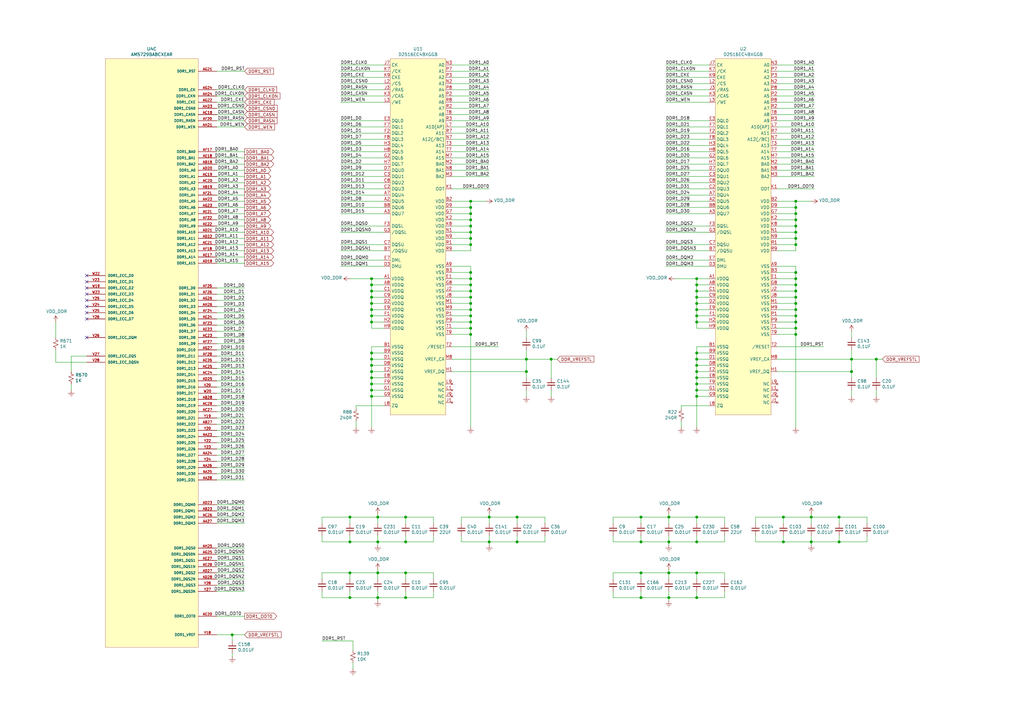
<source format=kicad_sch>
(kicad_sch (version 20210126) (generator eeschema)
  (paper "A3")
  (title_block (title "BeagleBone AI AM57x") (date "2021-01-15") (rev "Kicad-A1") (company "KiCad Services Corporation"))
  (lib_symbols
    (symbol "Device:C_Small" (pin_numbers hide) (pin_names (offset 0.254) hide)
      (property "Reference" "C" (at 0.254 1.778 0))
      (property "Value" "C_Small" (at 0.254 -2.032 0))
      (symbol "C_Small_1_1"
        (pin passive line (at 0 2.54 270) (length 2.032) (name "~") (number "1"))
        (pin passive line (at 0 -2.54 90) (length 2.032) (name "~") (number "2"))
      )
    )
    (symbol "Device:R_Small_US" (pin_numbers hide) (pin_names (offset 0.254) hide)
      (property "Reference" "R" (at 0.762 0.508 0))
      (property "Value" "R_Small_US" (at 0.762 -1.016 0))
      (symbol "R_Small_US_1_1"
        (pin passive line (at 0 2.54 270) (length 1.016) (name "~") (number "1"))
        (pin passive line (at 0 -2.54 90) (length 1.016) (name "~") (number "2"))
      )
    )
    (symbol "beaglebone-ai:AM5729BABCXEAR" (pin_names (offset 1.016))
      (property "Reference" "U" (at -19.05 44.45 0))
      (property "Value" "AM5729BABCXEAR" (at -6.35 44.45 0))
      (symbol "AM5729BABCXEAR_1_0"
        (pin passive line (at 20.32 26.67 180) (length 7.62) (name "XI_OSC0") (number "AE15"))
        (pin passive line (at 20.32 21.59 180) (length 7.62) (name "XO_OSC0") (number "AD15"))
        (pin power_in line (at 20.32 16.51 180) (length 7.62) (name "VSSA_OSC0") (number "AF15"))
        (pin passive line (at 20.32 8.89 180) (length 7.62) (name "XI_OSC1") (number "AC15"))
        (pin passive line (at 20.32 3.81 180) (length 7.62) (name "XO_OSC1") (number "AC13"))
        (pin power_in line (at 20.32 -1.27 180) (length 7.62) (name "VSSA_OSC1") (number "AC14"))
        (pin passive line (at 20.32 -8.89 180) (length 7.62) (name "PORZ") (number "F22"))
        (pin passive line (at 20.32 -16.51 180) (length 7.62) (name "RESETN") (number "E23"))
        (pin passive line (at 20.32 -21.59 180) (length 7.62) (name "RSTOUTN") (number "F23"))
        (pin passive line (at 20.32 -29.21 180) (length 7.62) (name "NMI_DSP") (number "D21"))
      )
      (symbol "AM5729BABCXEAR_2_0"
        (pin passive line (at 19.05 15.24 180) (length 7.62) (name "RTC_OSC_XI") (number "AE14"))
        (pin passive line (at 19.05 12.7 180) (length 7.62) (name "RTC_OSC_XO") (number "AD14"))
        (pin passive line (at 19.05 7.62 180) (length 7.62) (name "RTC_ISO") (number "AF14"))
        (pin passive line (at 19.05 2.54 180) (length 7.62) (name "RTC_PORZ") (number "AB17"))
        (pin passive line (at 19.05 -2.54 180) (length 7.62) (name "ON_OFF") (number "Y11"))
        (pin passive line (at 19.05 -7.62 180) (length 7.62) (name "WAKEUP0") (number "AD17"))
        (pin passive line (at 19.05 -10.16 180) (length 7.62) (name "WAKEUP1") (number "AC17"))
        (pin passive line (at 19.05 -12.7 180) (length 7.62) (name "WAKEUP2") (number "AB16"))
        (pin passive line (at 19.05 -15.24 180) (length 7.62) (name "WAKEUP3") (number "AC16"))
      )
      (symbol "AM5729BABCXEAR_3_0"
        (pin passive line (at 27.94 109.22 180) (length 7.62) (name "DDR1_RST") (number "AG21"))
        (pin passive line (at 27.94 101.6 180) (length 7.62) (name "DDR1_CK") (number "AG24"))
        (pin passive line (at 27.94 99.06 180) (length 7.62) (name "DDR1_CKN") (number "AH24"))
        (pin passive line (at 27.94 96.52 180) (length 7.62) (name "DDR1_CKE") (number "AG22"))
        (pin passive line (at 27.94 93.98 180) (length 7.62) (name "DDR1_CSN0") (number "AH23"))
        (pin passive line (at 27.94 91.44 180) (length 7.62) (name "DDR1_CASN") (number "AC18"))
        (pin passive line (at 27.94 88.9 180) (length 7.62) (name "DDR1_RASN") (number "AF20"))
        (pin passive line (at 27.94 86.36 180) (length 7.62) (name "DDR1_WEN") (number "AH21"))
        (pin passive line (at 27.94 76.2 180) (length 7.62) (name "DDR1_BA0") (number "AF17"))
        (pin passive line (at 27.94 73.66 180) (length 7.62) (name "DDR1_BA1") (number "AE18"))
        (pin passive line (at 27.94 71.12 180) (length 7.62) (name "DDR1_BA2") (number "AB18"))
        (pin passive line (at 27.94 -86.36 180) (length 7.62) (name "DDR1_DQS0") (number "AH25"))
        (pin passive line (at 27.94 -88.9 180) (length 7.62) (name "DDR1_DQS0N") (number "AG25"))
        (pin passive line (at 27.94 -91.44 180) (length 7.62) (name "DDR1_DQS1") (number "AE27"))
        (pin passive line (at 27.94 -93.98 180) (length 7.62) (name "DDR1_DQS1N") (number "AE28"))
        (pin passive line (at 27.94 -96.52 180) (length 7.62) (name "DDR1_DQS2") (number "AD27"))
        (pin passive line (at 27.94 -99.06 180) (length 7.62) (name "DDR1_DQS2N") (number "AD28"))
        (pin passive line (at 27.94 -101.6 180) (length 7.62) (name "DDR1_DQS3") (number "Y28"))
        (pin passive line (at 27.94 -104.14 180) (length 7.62) (name "DDR1_DQS3N") (number "Y27"))
        (pin passive line (at 27.94 -114.3 180) (length 7.62) (name "DDR1_ODT0") (number "AE20"))
        (pin passive line (at 27.94 68.58 180) (length 7.62) (name "DDR1_A0") (number "AD20"))
        (pin passive line (at 27.94 66.04 180) (length 7.62) (name "DDR1_A1") (number "AC19"))
        (pin passive line (at 27.94 63.5 180) (length 7.62) (name "DDR1_A2") (number "AC20"))
        (pin passive line (at 27.94 60.96 180) (length 7.62) (name "DDR1_A3") (number "AB19"))
        (pin passive line (at 27.94 58.42 180) (length 7.62) (name "DDR1_A4") (number "AF21"))
        (pin passive line (at 27.94 55.88 180) (length 7.62) (name "DDR1_A5") (number "AH22"))
        (pin passive line (at 27.94 53.34 180) (length 7.62) (name "DDR1_A6") (number "AG23"))
        (pin passive line (at 27.94 50.8 180) (length 7.62) (name "DDR1_A7") (number "AE21"))
        (pin passive line (at 27.94 48.26 180) (length 7.62) (name "DDR1_A8") (number "AF22"))
        (pin passive line (at 27.94 45.72 180) (length 7.62) (name "DDR1_A9") (number "AE22"))
        (pin passive line (at 27.94 43.18 180) (length 7.62) (name "DDR1_A10") (number "AD21"))
        (pin passive line (at 27.94 40.64 180) (length 7.62) (name "DDR1_A11") (number "AD22"))
        (pin passive line (at 27.94 38.1 180) (length 7.62) (name "DDR1_A12") (number "AC21"))
        (pin passive line (at 27.94 35.56 180) (length 7.62) (name "DDR1_A13") (number "AF18"))
        (pin passive line (at 27.94 33.02 180) (length 7.62) (name "DDR1_A14") (number "AE17"))
        (pin passive line (at 27.94 30.48 180) (length 7.62) (name "DDR1_A15") (number "AD18"))
        (pin passive line (at 27.94 20.32 180) (length 7.62) (name "DDR1_D0") (number "AF25"))
        (pin passive line (at 27.94 17.78 180) (length 7.62) (name "DDR1_D1") (number "AF26"))
        (pin passive line (at 27.94 15.24 180) (length 7.62) (name "DDR1_D2") (number "AG26"))
        (pin passive line (at 27.94 12.7 180) (length 7.62) (name "DDR1_D3") (number "AH26"))
        (pin passive line (at 27.94 10.16 180) (length 7.62) (name "DDR1_D4") (number "AF24"))
        (pin passive line (at 27.94 7.62 180) (length 7.62) (name "DDR1_D5") (number "AE24"))
        (pin passive line (at 27.94 5.08 180) (length 7.62) (name "DDR1_D6") (number "AF23"))
        (pin passive line (at 27.94 2.54 180) (length 7.62) (name "DDR1_D7") (number "AE23"))
        (pin passive line (at 27.94 0 180) (length 7.62) (name "DDR1_D8") (number "AC23"))
        (pin passive line (at 27.94 -2.54 180) (length 7.62) (name "DDR1_D9") (number "AF27"))
        (pin tri_state line (at 27.94 -5.08 180) (length 7.62) (name "DDR1_D10") (number "AG27"))
        (pin passive line (at 27.94 -7.62 180) (length 7.62) (name "DDR1_D11") (number "AF28"))
        (pin passive line (at 27.94 -10.16 180) (length 7.62) (name "DDR1_D12") (number "AE26"))
        (pin passive line (at 27.94 -12.7 180) (length 7.62) (name "DDR1_D13") (number "AC25"))
        (pin passive line (at 27.94 -15.24 180) (length 7.62) (name "DDR1_D14") (number "AC24"))
        (pin passive line (at 27.94 -17.78 180) (length 7.62) (name "DDR1_D15") (number "AD25"))
        (pin tri_state line (at 27.94 -20.32 180) (length 7.62) (name "DDR1_D16") (number "V20"))
        (pin passive line (at 27.94 -22.86 180) (length 7.62) (name "DDR1_D17") (number "W20"))
        (pin passive line (at 27.94 -25.4 180) (length 7.62) (name "DDR1_D18") (number "AB28"))
        (pin passive line (at 27.94 -27.94 180) (length 7.62) (name "DDR1_D19") (number "AC28"))
        (pin passive line (at 27.94 -30.48 180) (length 7.62) (name "DDR1_D20") (number "AC27"))
        (pin passive line (at 27.94 -33.02 180) (length 7.62) (name "DDR1_D21") (number "Y19"))
        (pin passive line (at 27.94 -35.56 180) (length 7.62) (name "DDR1_D22") (number "AB27"))
        (pin passive line (at 27.94 -38.1 180) (length 7.62) (name "DDR1_D23") (number "Y20"))
        (pin passive line (at 27.94 -40.64 180) (length 7.62) (name "DDR1_D24") (number "AA23"))
        (pin passive line (at 27.94 -43.18 180) (length 7.62) (name "DDR1_D25") (number "Y22"))
        (pin passive line (at 27.94 -45.72 180) (length 7.62) (name "DDR1_D26") (number "Y23"))
        (pin passive line (at 27.94 -48.26 180) (length 7.62) (name "DDR1_D27") (number "AA24"))
        (pin passive line (at 27.94 -50.8 180) (length 7.62) (name "DDR1_D28") (number "Y24"))
        (pin passive line (at 27.94 -53.34 180) (length 7.62) (name "DDR1_D29") (number "AA26"))
        (pin passive line (at 27.94 -55.88 180) (length 7.62) (name "DDR1_D30") (number "AA25"))
        (pin passive line (at 27.94 -58.42 180) (length 7.62) (name "DDR1_D31") (number "AA28"))
        (pin passive line (at 27.94 -68.58 180) (length 7.62) (name "DDR1_DQM0") (number "AD23"))
        (pin passive line (at 27.94 -71.12 180) (length 7.62) (name "DDR1_DQM1") (number "AB23"))
        (pin passive line (at 27.94 -73.66 180) (length 7.62) (name "DDR1_DQM2") (number "AC26"))
        (pin passive line (at 27.94 -76.2 180) (length 7.62) (name "DDR1_DQM3") (number "AA27"))
        (pin passive line (at 27.94 -121.92 180) (length 7.62) (name "DDR1_VREF") (number "Y18"))
        (pin passive line (at -25.4 -10.16 0) (length 7.62) (name "DDR1_ECC_DQSN") (number "V28"))
        (pin passive line (at -25.4 -7.62 0) (length 7.62) (name "DDR1_ECC_DQS") (number "V27"))
        (pin passive line (at -25.4 0 0) (length 7.62) (name "DDR1_ECC_DQM") (number "V26"))
        (pin passive line (at -25.4 7.62 0) (length 7.62) (name "DDR1_ECC_D7") (number "Y26"))
        (pin passive line (at -25.4 10.16 0) (length 7.62) (name "DDR1_ECC_D6") (number "V25"))
        (pin passive line (at -25.4 12.7 0) (length 7.62) (name "DDR1_ECC_D5") (number "V24"))
        (pin passive line (at -25.4 15.24 0) (length 7.62) (name "DDR1_ECC_D4") (number "Y25"))
        (pin passive line (at -25.4 17.78 0) (length 7.62) (name "DDR1_ECC_D3") (number "W23"))
        (pin passive line (at -25.4 20.32 0) (length 7.62) (name "DDR1_ECC_D2") (number "W19"))
        (pin passive line (at -25.4 22.86 0) (length 7.62) (name "DDR1_ECC_D1") (number "V23"))
        (pin passive line (at -25.4 25.4 0) (length 7.62) (name "DDR1_ECC_D0") (number "W22"))
      )
      (symbol "AM5729BABCXEAR_4_0"
        (pin passive line (at 25.4 8.89 180) (length 7.62) (name "GPMC_A18/QSPI1_SCLK") (number "R2"))
        (pin passive line (at 25.4 6.35 180) (length 7.62) (name "GPMC_A13/QSPI_RTCLK") (number "R3"))
        (pin passive line (at 25.4 3.81 180) (length 7.62) (name "GPMC_CS2/QSPI1_CS0") (number "P2"))
        (pin passive line (at 25.4 -3.81 180) (length 7.62) (name "GPMC_A16/QSPI1_D0") (number "U1"))
        (pin passive line (at 25.4 -6.35 180) (length 7.62) (name "GPMC_A17/QSPI1_D1") (number "P3"))
        (pin passive line (at 25.4 -8.89 180) (length 7.62) (name "GPMC_A15/QSPI_D2") (number "U2"))
        (pin passive line (at 25.4 -11.43 180) (length 7.62) (name "GPMC_A14/QSPI_D3") (number "T2"))
      )
      (symbol "AM5729BABCXEAR_5_0"
        (pin passive line (at 27.94 15.24 180) (length 7.62) (name "GPMC_A23/MMC2_CLK") (number "J7"))
        (pin passive line (at 27.94 12.7 180) (length 7.62) (name "GPMC_CS1/MMC2_CMD") (number "H6"))
        (pin passive line (at 27.94 5.08 180) (length 7.62) (name "GPMC_A24/MMC2_DAT0") (number "J4"))
        (pin passive line (at 27.94 2.54 180) (length 7.62) (name "GPMC_A25/MMC2_DAT1") (number "J6"))
        (pin passive line (at 27.94 0 180) (length 7.62) (name "GPMC_A26/MMC2_DAT2") (number "H4"))
        (pin passive line (at 27.94 -2.54 180) (length 7.62) (name "GPMC_A27/MMC2_DAT3") (number "H5"))
        (pin passive line (at 27.94 -5.08 180) (length 7.62) (name "GPMC_A19/MMC2_DAT4") (number "K7"))
        (pin passive line (at 27.94 -7.62 180) (length 7.62) (name "GPMC_A20/MMC2_DAT5") (number "M7"))
        (pin passive line (at 27.94 -10.16 180) (length 7.62) (name "GPMC_A21/MMC2_DAT6") (number "J5"))
        (pin passive line (at 27.94 -12.7 180) (length 7.62) (name "GPMC_A22/MMC2_DAT7") (number "K6"))
      )
      (symbol "AM5729BABCXEAR_6_0"
        (pin passive line (at 19.05 22.86 180) (length 7.62) (name "RGMII0_TXC") (number "W9"))
        (pin passive line (at 19.05 20.32 180) (length 7.62) (name "RGMII0_TXCTL") (number "V9"))
        (pin passive line (at 19.05 12.7 180) (length 7.62) (name "RGMII0_TXD0") (number "U6"))
        (pin passive line (at 19.05 10.16 180) (length 7.62) (name "RGMII0_TXD1") (number "V6"))
        (pin passive line (at 19.05 7.62 180) (length 7.62) (name "RGMII0_TXD2") (number "U7"))
        (pin passive line (at 19.05 5.08 180) (length 7.62) (name "RGMII0_TXD3") (number "V7"))
        (pin passive line (at 19.05 -2.54 180) (length 7.62) (name "RGMII0_RXC") (number "U5"))
        (pin passive line (at 19.05 -5.08 180) (length 7.62) (name "RGMII0_RXCTL") (number "V5"))
        (pin passive line (at 19.05 -12.7 180) (length 7.62) (name "RGMII0_RXD0") (number "W2"))
        (pin passive line (at 19.05 -15.24 180) (length 7.62) (name "RGMII0_RXD1") (number "Y2"))
        (pin passive line (at 19.05 -17.78 180) (length 7.62) (name "RGMII0_RXD2") (number "V3"))
        (pin passive line (at 19.05 -20.32 180) (length 7.62) (name "RGMII0_RXD3") (number "V4"))
        (pin passive line (at 19.05 -27.94 180) (length 7.62) (name "MDIO_MCLK") (number "V1"))
        (pin passive line (at 19.05 -30.48 180) (length 7.62) (name "MDIO_D") (number "U4"))
      )
      (symbol "AM5729BABCXEAR_7_0"
        (pin passive line (at 26.67 20.32 180) (length 7.62) (name "VIN2A_D12/RGMII1_TXC") (number "D5"))
        (pin passive line (at 26.67 17.78 180) (length 7.62) (name "VIN2A_D13/RGMII1_TXCTL") (number "C2"))
        (pin passive line (at 26.67 10.16 180) (length 7.62) (name "VIN2A_D17/RGMII1_TXD0") (number "D6"))
        (pin passive line (at 26.67 7.62 180) (length 7.62) (name "VIN2A_D16/RGMII1_TXD1") (number "B2"))
        (pin passive line (at 26.67 5.08 180) (length 7.62) (name "VIN2A_D15/RGMII1_TXD2") (number "C4"))
        (pin passive line (at 26.67 2.54 180) (length 7.62) (name "VIN2A_D14/RGMII1_TXD3") (number "C3"))
        (pin passive line (at 26.67 -5.08 180) (length 7.62) (name "VIN2A_D18/RGMII1_RXC") (number "C5"))
        (pin passive line (at 26.67 -7.62 180) (length 7.62) (name "VIN2A_D19/RGMII1_RXCTL") (number "A3"))
        (pin passive line (at 26.67 -15.24 180) (length 7.62) (name "VIN2A_D23/RGMII1_RXD0") (number "A4"))
        (pin passive line (at 26.67 -17.78 180) (length 7.62) (name "VIN2A_D22/RGMII1_RXD1") (number "B5"))
        (pin passive line (at 26.67 -20.32 180) (length 7.62) (name "VIN2A_D21/RGMII1_RXD2") (number "B4"))
        (pin passive line (at 26.67 -22.86 180) (length 7.62) (name "VIN2A_D20/RGMII1_RXD3") (number "B3"))
      )
      (symbol "AM5729BABCXEAR_8_0"
        (pin passive line (at 27.94 17.78 180) (length 7.62) (name "HDMI1_CLOCKX") (number "AG16"))
        (pin passive line (at 27.94 15.24 180) (length 7.62) (name "HDMI1_CLOCKY") (number "AH16"))
        (pin passive line (at 27.94 7.62 180) (length 7.62) (name "HDMI1_DATA0X") (number "AG17"))
        (pin passive line (at 27.94 5.08 180) (length 7.62) (name "HDMI1_DATA0Y") (number "AH17"))
        (pin passive line (at 27.94 2.54 180) (length 7.62) (name "HDMI1_DATA1X") (number "AG18"))
        (pin passive line (at 27.94 0 180) (length 7.62) (name "HDMI1_DATA1Y") (number "AH18"))
        (pin passive line (at 27.94 -2.54 180) (length 7.62) (name "HDMI1_DATA2X") (number "AG19"))
        (pin passive line (at 27.94 -5.08 180) (length 7.62) (name "HDMI1_DATA2Y") (number "AH19"))
        (pin passive line (at 27.94 -12.7 180) (length 7.62) (name "I2C2_SCL/HDMI1_DDC_SDA") (number "C25"))
        (pin passive line (at 27.94 -15.24 180) (length 7.62) (name "I2C2_SDA/HDMI1_DDC_SCL") (number "F17"))
        (pin passive line (at 27.94 -22.86 180) (length 7.62) (name "SPI1_CS2/HDMI_HPD") (number "B21"))
        (pin passive line (at 27.94 -25.4 180) (length 7.62) (name "SPI1_CS3/HDMI_CEC") (number "B20"))
      )
      (symbol "AM5729BABCXEAR_9_0"
        (pin passive line (at 26.67 1.27 180) (length 7.62) (name "UART2_RTSN/UART3_TXD") (number "C28"))
        (pin passive line (at 26.67 -1.27 180) (length 7.62) (name "UART2_CTSN/UART3_RXD") (number "D27"))
      )
      (symbol "AM5729BABCXEAR_10_0"
        (pin passive line (at 27.94 8.89 180) (length 7.62) (name "VIN2A_D1/PR1_UART0_TXD") (number "F3"))
        (pin passive line (at 27.94 6.35 180) (length 7.62) (name "VIN2A_D0/PR1_UART0_RXD") (number "F2"))
        (pin passive line (at 27.94 -3.81 180) (length 7.62) (name "VIN2A_D5/PR1_PRU1_R30_2") (number "F4"))
        (pin passive line (at 27.94 -13.97 180) (length 7.62) (name "RMII50MHZCLK/PR2_GPIO") (number "U3"))
      )
      (symbol "AM5729BABCXEAR_11_0"
        (pin passive line (at 30.48 1.27 180) (length 7.62) (name "UART3_TXD/PR1_MII0_MR0CLK") (number "Y1"))
        (pin passive line (at 30.48 -1.27 180) (length 7.62) (name "UART3_RXD/PR1_MII0_RXDV") (number "V2"))
      )
      (symbol "AM5729BABCXEAR_12_0"
        (pin passive line (at 30.48 11.43 180) (length 7.62) (name "VIN2A_D6/PR1_MII_MT1_CLK") (number "C1"))
        (pin passive line (at 30.48 8.89 180) (length 7.62) (name "VIN2A_D7/PR1_MII1_TXEN") (number "E4"))
        (pin passive line (at 30.48 1.27 180) (length 7.62) (name "VIN2A_D9/PR1_MII1_TXD2") (number "E6"))
        (pin passive line (at 30.48 -1.27 180) (length 7.62) (name "VIN2A_D8/PR1_MII1_TXD3") (number "F5"))
        (pin passive line (at 30.48 -8.89 180) (length 7.62) (name "VIN2A_D10/PR1_MDIO_MDCLK") (number "D3"))
        (pin passive line (at 30.48 -11.43 180) (length 7.62) (name "VIN2A_D11/PR1_MDIO_DATA") (number "F6"))
      )
      (symbol "AM5729BABCXEAR_13_0"
        (pin passive line (at 33.02 27.94 180) (length 7.62) (name "MCASP1_AXR1/PR2_MII_MT0_CLK") (number "F12"))
        (pin passive line (at 33.02 25.4 180) (length 7.62) (name "MCASP1_AXR8/PR2_MII0_TXEN") (number "B12"))
        (pin passive line (at 33.02 17.78 180) (length 7.62) (name "MCASP1_AXR12/PR2_MII0_TXD0") (number "E14"))
        (pin passive line (at 33.02 15.24 180) (length 7.62) (name "MCASP1_AXR11/PR2_MII0_TXD1") (number "A12"))
        (pin passive line (at 33.02 12.7 180) (length 7.62) (name "MCASP1_AXR10/PR2_MII0_TXD2") (number "B13"))
        (pin passive line (at 33.02 10.16 180) (length 7.62) (name "MCASP1_AXR9/PR2_MII0_TXD3") (number "A11"))
        (pin passive line (at 33.02 2.54 180) (length 7.62) (name "MCASP1_AXR13/PR2_MII_MR0_CLK") (number "A13"))
        (pin passive line (at 33.02 0 180) (length 7.62) (name "MCASP1_AXR14/PR2_MII0_RXDV") (number "G14"))
        (pin passive line (at 33.02 -2.54 180) (length 7.62) (name "MCASP1_AXR0/PR2_MII0_RXER") (number "G12"))
        (pin passive line (at 33.02 -10.16 180) (length 7.62) (name "MCASP2_AXR2/PR2_MII0_RXD0") (number "C15"))
        (pin passive line (at 33.02 -12.7 180) (length 7.62) (name "MCASP2_FSX/PR2_MII0_RXD1") (number "A18"))
        (pin passive line (at 33.02 -15.24 180) (length 7.62) (name "MCASP2_ACLKX/PR2_MII0_RXD2") (number "A19"))
        (pin passive line (at 33.02 -17.78 180) (length 7.62) (name "MCASP1_AXR15/PR2_MII0_RXD3") (number "F14"))
        (pin passive line (at 33.02 -25.4 180) (length 7.62) (name "MCASP3_ACLKX/PR2_MII0_CRS") (number "B18"))
        (pin passive line (at 33.02 -27.94 180) (length 7.62) (name "MCASP3_FSX/PR2_MII0_COL") (number "F15"))
        (pin passive line (at 33.02 -30.48 180) (length 7.62) (name "MCASP2_AXR3/PR2_MII0_RXLINK") (number "A16"))
        (pin passive line (at 33.02 -38.1 180) (length 7.62) (name "MCASP1_ACLKX/PR2_MDIO_MDCLK") (number "C14"))
        (pin passive line (at 33.02 -40.64 180) (length 7.62) (name "MCASP1_FSX/PR2_MDIO_DATA") (number "D14"))
      )
      (symbol "AM5729BABCXEAR_14_0"
        (pin passive line (at 31.75 25.4 180) (length 7.62) (name "GPIO6_10/PR2_MII_MT1_CLK") (number "AC5"))
        (pin passive line (at 31.75 22.86 180) (length 7.62) (name "GPIO6_11/PR2_MII1_TXEN") (number "AB4"))
        (pin passive line (at 31.75 15.24 180) (length 7.62) (name "MMC3_DAT1/PR2_MII1_TXD0") (number "AC6"))
        (pin passive line (at 31.75 12.7 180) (length 7.62) (name "MMC3_DAT0/PR2_MII1_TXD1") (number "AC7"))
        (pin passive line (at 31.75 10.16 180) (length 7.62) (name "MMC3_CMD/PR2_MII1_TXD2") (number "AC4"))
        (pin passive line (at 31.75 7.62 180) (length 7.62) (name "MMC3_CLK/PR2_MII1_TXD3") (number "AD4"))
        (pin passive line (at 31.75 0 180) (length 7.62) (name "MMC3_DAT2/PR2_MII_MR1_CLK") (number "AC9"))
        (pin passive line (at 31.75 -2.54 180) (length 7.62) (name "MMC3_DAT3/PR2_MII1_RXDV") (number "AC3"))
        (pin passive line (at 31.75 -5.08 180) (length 7.62) (name "MCASP3_AXR0/PR2_MII1_RXER") (number "B19"))
        (pin passive line (at 31.75 -12.7 180) (length 7.62) (name "MMC3_DAT7/PR2_MII1_RXD0") (number "AB5"))
        (pin passive line (at 31.75 -15.24 180) (length 7.62) (name "MMC3_DAT6/PR2_MII1_RXD1") (number "AB8"))
        (pin passive line (at 31.75 -17.78 180) (length 7.62) (name "MMC3_DAT5/PR2_MII1_RXD2") (number "AD6"))
        (pin passive line (at 31.75 -20.32 180) (length 7.62) (name "MMC3_DAT4/PR2_MII1_RXD3") (number "AC8"))
        (pin passive line (at 31.75 -27.94 180) (length 7.62) (name "XREF_CLK1/PR2_MII1_CRS") (number "E17"))
        (pin passive line (at 31.75 -30.48 180) (length 7.62) (name "XREF_CLK0/PR2_MII1_COL") (number "D18"))
        (pin passive line (at 31.75 -33.02 180) (length 7.62) (name "MCASP3_AXR1/PR2_MII1_RXLINK") (number "C17"))
      )
      (symbol "AM5729BABCXEAR_15_0"
        (pin passive line (at 19.05 12.7 180) (length 7.62) (name "MMC1_CLK") (number "W6"))
        (pin passive line (at 19.05 10.16 180) (length 7.62) (name "MMC1_CMD") (number "Y6"))
        (pin passive line (at 19.05 5.08 180) (length 7.62) (name "MMC1_DAT0") (number "AA6"))
        (pin passive line (at 19.05 2.54 180) (length 7.62) (name "MMC1_DAT1") (number "Y4"))
        (pin passive line (at 19.05 0 180) (length 7.62) (name "MMC1_DAT2") (number "AA5"))
        (pin passive line (at 19.05 -2.54 180) (length 7.62) (name "MMC1_DAT3") (number "Y3"))
        (pin passive line (at 19.05 -7.62 180) (length 7.62) (name "MMC1_SDCD") (number "W7"))
        (pin passive line (at 19.05 -12.7 180) (length 7.62) (name "MMC1_SDWP") (number "Y9"))
      )
      (symbol "AM5729BABCXEAR_16_0"
        (pin passive line (at 20.32 7.62 180) (length 7.62) (name "LJCB_CLKP") (number "AG15"))
        (pin passive line (at 20.32 5.08 180) (length 7.62) (name "LJCB_CLKN") (number "AH15"))
        (pin passive line (at 20.32 0 180) (length 7.62) (name "PCIE_TXP0") (number "AH14"))
        (pin passive line (at 20.32 -2.54 180) (length 7.62) (name "PCIE_TXN0") (number "AG14"))
        (pin passive line (at 20.32 -7.62 180) (length 7.62) (name "PCIE_RXP0") (number "AH13"))
        (pin passive line (at 20.32 -10.16 180) (length 7.62) (name "PCIE_RXN0") (number "AG13"))
      )
      (symbol "AM5729BABCXEAR_17_0"
        (pin passive line (at 19.05 10.16 180) (length 7.62) (name "USB1_DP") (number "AD12"))
        (pin passive line (at 19.05 7.62 180) (length 7.62) (name "USB1_DM") (number "AC12"))
        (pin passive line (at 19.05 2.54 180) (length 7.62) (name "USB1_DRVVBUS") (number "AB10"))
        (pin passive line (at 19.05 -2.54 180) (length 7.62) (name "USB_RXN0") (number "AF12"))
        (pin passive line (at 19.05 -5.08 180) (length 7.62) (name "USB_RXP0") (number "AE12"))
        (pin passive line (at 19.05 -10.16 180) (length 7.62) (name "USB_TXN0") (number "AC11"))
        (pin passive line (at 19.05 -12.7 180) (length 7.62) (name "USB_TXP0") (number "AD11"))
      )
      (symbol "AM5729BABCXEAR_18_0"
        (pin passive line (at 19.05 1.27 180) (length 7.62) (name "I2C1_SCL") (number "C20"))
        (pin passive line (at 19.05 -1.27 180) (length 7.62) (name "I2C1_SDA") (number "C21"))
      )
      (symbol "AM5729BABCXEAR_19_0"
        (pin passive line (at 15.24 10.16 180) (length 7.62) (name "TCK") (number "E20"))
        (pin passive line (at 15.24 7.62 180) (length 7.62) (name "RTCK") (number "E18"))
        (pin passive line (at 15.24 5.08 180) (length 7.62) (name "TMS") (number "F18"))
        (pin passive line (at 15.24 0 180) (length 7.62) (name "TDI") (number "D23"))
        (pin passive line (at 15.24 -2.54 180) (length 7.62) (name "TDO") (number "F19"))
        (pin passive line (at 15.24 -7.62 180) (length 7.62) (name "TRSTN") (number "D20"))
        (pin passive line (at 15.24 -12.7 180) (length 7.62) (name "EMU0") (number "G21"))
        (pin passive line (at 15.24 -15.24 180) (length 7.62) (name "EMU1") (number "D24"))
      )
      (symbol "AM5729BABCXEAR_20_0"
        (pin passive line (at 25.4 40.64 180) (length 7.62) (name "VOUT1_CLK") (number "D11"))
        (pin passive line (at 25.4 33.02 180) (length 7.62) (name "VOUT1_VSYNC") (number "E11"))
        (pin passive line (at 25.4 30.48 180) (length 7.62) (name "VOUT1_HSYNC") (number "C11"))
        (pin passive line (at 25.4 27.94 180) (length 7.62) (name "VOUT1_DE") (number "B10"))
        (pin passive line (at 25.4 20.32 180) (length 7.62) (name "VOUT1_D0") (number "F11"))
        (pin passive line (at 25.4 17.78 180) (length 7.62) (name "VOUT1_D1") (number "G10"))
        (pin passive line (at 25.4 15.24 180) (length 7.62) (name "VOUT1_D2") (number "F10"))
        (pin passive line (at 25.4 12.7 180) (length 7.62) (name "VOUT1_D3") (number "G11"))
        (pin passive line (at 25.4 10.16 180) (length 7.62) (name "VOUT1_D4") (number "E9"))
        (pin passive line (at 25.4 7.62 180) (length 7.62) (name "VOUT1_D5") (number "F9"))
        (pin passive line (at 25.4 5.08 180) (length 7.62) (name "VOUT1_D6") (number "F8"))
        (pin passive line (at 25.4 2.54 180) (length 7.62) (name "VOUT1_D7") (number "E7"))
        (pin passive line (at 25.4 0 180) (length 7.62) (name "VOUT1_D8") (number "E8"))
        (pin passive line (at 25.4 -2.54 180) (length 7.62) (name "VOUT1_D9") (number "D9"))
        (pin passive line (at 25.4 -5.08 180) (length 7.62) (name "VOUT1_D10") (number "D7"))
        (pin passive line (at 25.4 -7.62 180) (length 7.62) (name "VOUT1_D11") (number "D8"))
        (pin passive line (at 25.4 -10.16 180) (length 7.62) (name "VOUT1_D12") (number "A5"))
        (pin passive line (at 25.4 -12.7 180) (length 7.62) (name "VOUT1_D13") (number "C6"))
        (pin passive line (at 25.4 -15.24 180) (length 7.62) (name "VOUT1_D14") (number "C8"))
        (pin passive line (at 25.4 -17.78 180) (length 7.62) (name "VOUT1_D15") (number "C7"))
        (pin passive line (at 25.4 -20.32 180) (length 7.62) (name "VOUT1_D16") (number "B7"))
        (pin passive line (at 25.4 -22.86 180) (length 7.62) (name "VOUT1_D17") (number "B8"))
        (pin passive line (at 25.4 -25.4 180) (length 7.62) (name "VOUT1_D18") (number "A7"))
        (pin passive line (at 25.4 -27.94 180) (length 7.62) (name "VOUT1_D19") (number "A8"))
        (pin passive line (at 25.4 -30.48 180) (length 7.62) (name "VOUT1_D20") (number "C9"))
        (pin passive line (at 25.4 -33.02 180) (length 7.62) (name "VOUT1_D21") (number "A9"))
        (pin passive line (at 25.4 -35.56 180) (length 7.62) (name "VOUT1_D22") (number "B9"))
        (pin passive line (at 25.4 -38.1 180) (length 7.62) (name "VOUT1_D23") (number "A10"))
        (pin passive line (at 25.4 -45.72 180) (length 7.62) (name "VIN2A_D2/ECAP1_IN_PWM1") (number "D1"))
      )
      (symbol "AM5729BABCXEAR_21_0"
        (pin passive line (at 27.94 6.35 180) (length 7.62) (name "MCASP4_ACLKX/SPI3_SCLK") (number "C18"))
        (pin passive line (at 27.94 1.27 180) (length 7.62) (name "VIN1A_D15/GPIO") (number "AF4"))
        (pin passive line (at 27.94 -1.27 180) (length 7.62) (name "MCASP4_FSX/SPI3_D1") (number "A21"))
        (pin passive line (at 27.94 -6.35 180) (length 7.62) (name "MCASP4_AXR1/SPI3_CS0") (number "D17"))
      )
      (symbol "AM5729BABCXEAR_22_0"
        (pin passive line (at 33.02 87.63 180) (length 7.62) (name "GPMC_AD0/GPIO") (number "M6"))
        (pin passive line (at 33.02 85.09 180) (length 7.62) (name "GPMC_AD1/GPIO") (number "M2"))
        (pin passive line (at 33.02 82.55 180) (length 7.62) (name "GPMC_AD2/GPIO") (number "L5"))
        (pin passive line (at 33.02 80.01 180) (length 7.62) (name "GPMC_AD3/GPIO") (number "M1"))
        (pin passive line (at 33.02 77.47 180) (length 7.62) (name "GPMC_AD4/GPIO") (number "L6"))
        (pin passive line (at 33.02 74.93 180) (length 7.62) (name "GPMC_AD5/GPIO") (number "L4"))
        (pin passive line (at 33.02 72.39 180) (length 7.62) (name "GPMC_AD6/GPIO") (number "L3"))
        (pin passive line (at 33.02 69.85 180) (length 7.62) (name "GPMC_AD7/GPIO") (number "L2"))
        (pin passive line (at 33.02 67.31 180) (length 7.62) (name "GPMC_AD8") (number "L1"))
        (pin passive line (at 33.02 64.77 180) (length 7.62) (name "GPMC_AD9") (number "K2"))
        (pin passive line (at 33.02 62.23 180) (length 7.62) (name "GPMC_AD10") (number "J1"))
        (pin passive line (at 33.02 59.69 180) (length 7.62) (name "GPMC_AD11") (number "J2"))
        (pin passive line (at 33.02 57.15 180) (length 7.62) (name "GPMC_AD12") (number "H1"))
        (pin passive line (at 33.02 54.61 180) (length 7.62) (name "GPMC_AD13") (number "J3"))
        (pin passive line (at 33.02 52.07 180) (length 7.62) (name "GPMC_AD14") (number "H2"))
        (pin passive line (at 33.02 49.53 180) (length 7.62) (name "GPMC_AD15") (number "H3"))
        (pin passive line (at 33.02 39.37 180) (length 7.62) (name "GPMC_CS0") (number "T1"))
        (pin passive line (at 33.02 36.83 180) (length 7.62) (name "GPMC_CS3/GPIO") (number "P1"))
        (pin passive line (at 33.02 34.29 180) (length 7.62) (name "GPMC_CLK") (number "P7"))
        (pin passive line (at 33.02 31.75 180) (length 7.62) (name "GPMC_ADVN_ALE") (number "N1"))
        (pin passive line (at 33.02 29.21 180) (length 7.62) (name "GPMC_OEN_REN") (number "M5"))
        (pin passive line (at 33.02 26.67 180) (length 7.62) (name "GPMC_WEN") (number "M3"))
        (pin passive line (at 33.02 24.13 180) (length 7.62) (name "GPMC_BEN0") (number "N6"))
        (pin passive line (at 33.02 21.59 180) (length 7.62) (name "GPMC_BEN1") (number "M4"))
        (pin passive line (at 33.02 19.05 180) (length 7.62) (name "GPMC_WAIT0") (number "N2"))
        (pin passive line (at 33.02 6.35 180) (length 7.62) (name "MCASP1_ACLKR") (number "B14"))
        (pin passive line (at 33.02 3.81 180) (length 7.62) (name "MCASP1_FSR") (number "J14"))
        (pin passive line (at 33.02 1.27 180) (length 7.62) (name "MCASP1_AXR2") (number "G13"))
        (pin passive line (at 33.02 -1.27 180) (length 7.62) (name "MCASP1_AXR3") (number "J11"))
        (pin passive line (at 33.02 -3.81 180) (length 7.62) (name "MCASP1_AXR4") (number "E12"))
        (pin passive line (at 33.02 -6.35 180) (length 7.62) (name "MCASP1_AXR5") (number "F13"))
        (pin passive line (at 33.02 -8.89 180) (length 7.62) (name "MCASP1_AXR6") (number "C12"))
        (pin passive line (at 33.02 -11.43 180) (length 7.62) (name "MCASP1_AXR7") (number "D12"))
        (pin passive line (at 33.02 -24.13 180) (length 7.62) (name "MCASP2_ACLKR") (number "E15"))
        (pin passive line (at 33.02 -26.67 180) (length 7.62) (name "MCASP2_FSR") (number "A20"))
        (pin passive line (at 33.02 -29.21 180) (length 7.62) (name "MCASP2_AXR0") (number "B15"))
        (pin passive line (at 33.02 -31.75 180) (length 7.62) (name "MCASP2_AXR1") (number "A15"))
        (pin passive line (at 33.02 -34.29 180) (length 7.62) (name "MCASP2_AXR4") (number "D15"))
        (pin passive line (at 33.02 -36.83 180) (length 7.62) (name "MCASP2_AXR5") (number "B16"))
        (pin passive line (at 33.02 -39.37 180) (length 7.62) (name "MCASP2_AXR6") (number "B17"))
        (pin passive line (at 33.02 -41.91 180) (length 7.62) (name "MCASP2_AXR7") (number "A17"))
        (pin passive line (at 33.02 -44.45 180) (length 7.62) (name "MCASP5_AXR0/GPIO") (number "AB3"))
        (pin passive line (at 33.02 -46.99 180) (length 7.62) (name "MCASP5_AXR1/GPIO") (number "AA4"))
        (pin passive line (at 33.02 -49.53 180) (length 7.62) (name "PCIE_TXP1") (number "AH12"))
        (pin passive line (at 33.02 -52.07 180) (length 7.62) (name "PCIE_TXN1") (number "AG12"))
        (pin passive line (at 33.02 -54.61 180) (length 7.62) (name "PCIE_RXP1") (number "AH11"))
        (pin passive line (at 33.02 -57.15 180) (length 7.62) (name "PCIE_RXN1") (number "AG11"))
        (pin passive line (at 33.02 -59.69 180) (length 7.62) (name "GPIO6_14") (number "E21"))
        (pin passive line (at 33.02 -62.23 180) (length 7.62) (name "GPIO6_15") (number "F20"))
        (pin passive line (at 33.02 -64.77 180) (length 7.62) (name "GPIO6_16") (number "F21"))
        (pin passive line (at 33.02 -74.93 180) (length 7.62) (name "XREF_CLK2") (number "B26"))
        (pin passive line (at 33.02 -82.55 180) (length 7.62) (name "SPI1_SCLK") (number "A25"))
        (pin passive line (at 33.02 -85.09 180) (length 7.62) (name "SPI1_D0") (number "B25"))
        (pin passive line (at 33.02 -87.63 180) (length 7.62) (name "SPI1_D1") (number "F16"))
        (pin passive line (at 33.02 -90.17 180) (length 7.62) (name "SPI1_CS0") (number "A24"))
        (pin passive line (at 33.02 -92.71 180) (length 7.62) (name "SPI1_CS1") (number "A22"))
        (pin passive line (at -35.56 -92.71 0) (length 7.62) (name "UART1_CTSN/GPIO") (number "E25"))
        (pin passive line (at -35.56 -90.17 0) (length 7.62) (name "UART1_RTSN/GPIO") (number "C27"))
        (pin passive line (at -35.56 -87.63 0) (length 7.62) (name "UART1_RXD/GPIO") (number "B27"))
        (pin passive line (at -35.56 -85.09 0) (length 7.62) (name "UART1_TXD/GPIO") (number "C26"))
        (pin passive line (at -35.56 -74.93 0) (length 7.62) (name "VIN1B_CLK1") (number "AH7"))
        (pin passive line (at -35.56 -72.39 0) (length 7.62) (name "MCASP4_AXR0/SPI3_D0") (number "G16"))
        (pin passive line (at -35.56 -62.23 0) (length 7.62) (name "VIN2A_D4") (number "D2"))
        (pin passive line (at -35.56 -59.69 0) (length 7.62) (name "VIN2A_D3") (number "E2"))
        (pin passive line (at -35.56 -46.99 0) (length 7.62) (name "VIN2A_VSYNC0") (number "G6"))
        (pin passive line (at -35.56 -44.45 0) (length 7.62) (name "VIN2A_HSYNC0") (number "G1"))
        (pin passive line (at -35.56 -41.91 0) (length 7.62) (name "VIN2A_FLD0") (number "H7"))
        (pin passive line (at -35.56 -39.37 0) (length 7.62) (name "VIN2A_DE0") (number "G2"))
        (pin passive line (at -35.56 -36.83 0) (length 7.62) (name "VIN2A_CLK0") (number "E1"))
        (pin passive line (at -35.56 -24.13 0) (length 7.62) (name "VOUT1_FLD") (number "B11"))
        (pin passive line (at -35.56 -21.59 0) (length 7.62) (name "VIN1A_FLD0") (number "AF9"))
        (pin passive line (at -35.56 -19.05 0) (length 7.62) (name "VIN1A_DE0") (number "AD9"))
        (pin passive line (at -35.56 -16.51 0) (length 7.62) (name "VIN1A_VSYNC0") (number "AF8"))
        (pin passive line (at -35.56 -13.97 0) (length 7.62) (name "VIN1A_HSYNC0") (number "AE9"))
        (pin passive line (at -35.56 -11.43 0) (length 7.62) (name "VIN1A_CLK0") (number "AG8"))
        (pin passive line (at -35.56 8.89 0) (length 7.62) (name "VIN1A_D23") (number "AD3"))
        (pin passive line (at -35.56 11.43 0) (length 7.62) (name "VIN1A_D22") (number "AD2"))
        (pin passive line (at -35.56 13.97 0) (length 7.62) (name "VIN1A_D21") (number "AE6"))
        (pin passive line (at -35.56 16.51 0) (length 7.62) (name "VIN1A_D20") (number "AE2"))
        (pin passive line (at -35.56 19.05 0) (length 7.62) (name "VIN1A_D19") (number "AE1"))
        (pin passive line (at -35.56 21.59 0) (length 7.62) (name "VIN1A_D18") (number "AE5"))
        (pin passive line (at -35.56 24.13 0) (length 7.62) (name "VIN1A_D17") (number "AE3"))
        (pin passive line (at -35.56 26.67 0) (length 7.62) (name "VIN1A_D16") (number "AF1"))
        (pin passive line (at -35.56 29.21 0) (length 7.62) (name "VIN1A_D14") (number "AF3"))
        (pin passive line (at -35.56 31.75 0) (length 7.62) (name "VIN1A_D13") (number "AF6"))
        (pin passive line (at -35.56 34.29 0) (length 7.62) (name "VIN1A_D11") (number "AG5"))
        (pin passive line (at -35.56 36.83 0) (length 7.62) (name "VIN1A_D10") (number "AG3"))
        (pin passive line (at -35.56 39.37 0) (length 7.62) (name "VIN1A_D9") (number "AG2"))
        (pin passive line (at -35.56 41.91 0) (length 7.62) (name "VIN1A_D8") (number "AG4"))
        (pin passive line (at -35.56 44.45 0) (length 7.62) (name "VIN1A_D7") (number "AH4"))
        (pin passive line (at -35.56 46.99 0) (length 7.62) (name "VIN1A_D6") (number "AG6"))
        (pin passive line (at -35.56 49.53 0) (length 7.62) (name "VIN1A_D5") (number "AH5"))
        (pin passive line (at -35.56 52.07 0) (length 7.62) (name "VIN1A_D4") (number "AH3"))
        (pin passive line (at -35.56 54.61 0) (length 7.62) (name "VIN1A_D3") (number "AH6"))
        (pin passive line (at -35.56 57.15 0) (length 7.62) (name "VIN1A_D2") (number "AG7"))
        (pin passive line (at -35.56 59.69 0) (length 7.62) (name "VIN1A_D1") (number "AD8"))
        (pin passive line (at -35.56 62.23 0) (length 7.62) (name "VIN1A_D0") (number "AE8"))
        (pin passive line (at -35.56 64.77 0) (length 7.62) (name "SATA1_TXN0") (number "AG10"))
        (pin passive line (at -35.56 67.31 0) (length 7.62) (name "SATA1_TXP0") (number "AH10"))
        (pin passive line (at -35.56 69.85 0) (length 7.62) (name "SATA1_RXN0") (number "AH9"))
        (pin passive line (at -35.56 72.39 0) (length 7.62) (name "SATA1_RXP0") (number "AG9"))
        (pin passive line (at -35.56 74.93 0) (length 7.62) (name "MLBP_CLK_N") (number "AB2"))
        (pin passive line (at -35.56 77.47 0) (length 7.62) (name "MLBP_CLK_P") (number "AB1"))
        (pin passive line (at -35.56 80.01 0) (length 7.62) (name "MLBP_DAT_N") (number "AA2"))
        (pin passive line (at -35.56 82.55 0) (length 7.62) (name "MLBP_DAT_P") (number "AA1"))
        (pin passive line (at -35.56 85.09 0) (length 7.62) (name "MLBP_SIG_N") (number "AC2"))
        (pin passive line (at -35.56 87.63 0) (length 7.62) (name "MLBP_SIG_P") (number "AC1"))
      )
      (symbol "AM5729BABCXEAR_23_0"
        (pin passive line (at 20.32 1.27 180) (length 7.62) (name "DCAN1_TX") (number "G20"))
        (pin passive line (at 20.32 -1.27 180) (length 7.62) (name "DCAN1_RX") (number "G19"))
      )
      (symbol "AM5729BABCXEAR_24_0"
        (pin passive line (at 26.67 22.86 180) (length 7.62) (name "GPMC_A10/VIN4B_CLK1") (number "N9"))
        (pin passive line (at 26.67 15.24 180) (length 7.62) (name "GPMC_A9/VIN4B_VSYNC1_N7") (number "R4"))
        (pin passive line (at 26.67 12.7 180) (length 7.62) (name "GPMC_A8/VIN4B_HSYNC1") (number "N7"))
        (pin passive line (at 26.67 10.16 180) (length 7.62) (name "GPMC_A11/VIN4B_DE1") (number "P9"))
        (pin passive line (at 26.67 7.62 180) (length 7.62) (name "GPMC_A12/VIN4B_FLD1") (number "P4"))
        (pin passive line (at 26.67 0 180) (length 7.62) (name "GPMC_A0/VIN4B_D0") (number "R6"))
        (pin passive line (at 26.67 -2.54 180) (length 7.62) (name "GPMC_A1/VIN4B_D1") (number "T9"))
        (pin passive line (at 26.67 -5.08 180) (length 7.62) (name "GPMC_A2/VIN4B_D2") (number "T6"))
        (pin passive line (at 26.67 -7.62 180) (length 7.62) (name "GPMC_A3/VIN4B_D3") (number "T7"))
        (pin passive line (at 26.67 -10.16 180) (length 7.62) (name "GPMC_A4/VIN4B_D4") (number "P6"))
        (pin passive line (at 26.67 -12.7 180) (length 7.62) (name "GPMC_A5/VIN4B_D5") (number "R9"))
        (pin passive line (at 26.67 -15.24 180) (length 7.62) (name "GPMC_A6/VIN4B_D6") (number "R5"))
        (pin passive line (at 26.67 -17.78 180) (length 7.62) (name "GPMC_A7/VIN4B_D7") (number "P5"))
        (pin passive line (at 26.67 -25.4 180) (length 7.62) (name "XREF_CLK3/CLKOUT3") (number "C23"))
      )
      (symbol "AM5729BABCXEAR_25_0"
        (pin power_in line (at -80.01 158.75 270) (length 7.62) (name "VDD@1") (number "H13"))
        (pin power_in line (at -77.47 158.75 270) (length 7.62) (name "VDD@2") (number "H14"))
        (pin power_in line (at -74.93 158.75 270) (length 7.62) (name "VDD@3") (number "J17"))
        (pin power_in line (at -72.39 158.75 270) (length 7.62) (name "VDD@4") (number "J18"))
        (pin power_in line (at -69.85 158.75 270) (length 7.62) (name "VDD@5") (number "L7"))
        (pin power_in line (at -67.31 158.75 270) (length 7.62) (name "VDD@6") (number "L8"))
        (pin power_in line (at -64.77 158.75 270) (length 7.62) (name "VDD@7") (number "N10"))
        (pin power_in line (at -62.23 158.75 270) (length 7.62) (name "VDD@8") (number "N13"))
        (pin power_in line (at -59.69 158.75 270) (length 7.62) (name "VDD@9") (number "P11"))
        (pin power_in line (at -57.15 158.75 270) (length 7.62) (name "VDD@10") (number "P12"))
        (pin power_in line (at -54.61 158.75 270) (length 7.62) (name "VDD@11") (number "P13"))
        (pin power_in line (at -52.07 158.75 270) (length 7.62) (name "VDD@12") (number "R11"))
        (pin power_in line (at -49.53 158.75 270) (length 7.62) (name "VDD@13") (number "R16"))
        (pin power_in line (at -46.99 158.75 270) (length 7.62) (name "VDD@14") (number "R19"))
        (pin power_in line (at -44.45 158.75 270) (length 7.62) (name "VDD@15") (number "T13"))
        (pin power_in line (at -41.91 158.75 270) (length 7.62) (name "VDD@16") (number "T16"))
        (pin power_in line (at -39.37 158.75 270) (length 7.62) (name "VDD@17") (number "T19"))
        (pin power_in line (at -36.83 158.75 270) (length 7.62) (name "VDD@18") (number "U8"))
        (pin power_in line (at -34.29 158.75 270) (length 7.62) (name "VDD@19") (number "U9"))
        (pin power_in line (at -31.75 158.75 270) (length 7.62) (name "VDD@20") (number "U13"))
        (pin power_in line (at -29.21 158.75 270) (length 7.62) (name "VDD@21") (number "U16"))
        (pin power_in line (at -26.67 158.75 270) (length 7.62) (name "VDD@22") (number "V8"))
        (pin power_in line (at -24.13 158.75 270) (length 7.62) (name "VDD@23") (number "V16"))
        (pin power_in line (at -6.35 158.75 270) (length 7.62) (name "VDD_IVA@1") (number "U18"))
        (pin power_in line (at -3.81 158.75 270) (length 7.62) (name "VDD_IVA@2") (number "U19"))
        (pin power_in line (at -1.27 158.75 270) (length 7.62) (name "VDD_IVA@3") (number "V18"))
        (pin power_in line (at 1.27 158.75 270) (length 7.62) (name "VDD_IVA@4") (number "V19"))
        (pin power_in line (at 16.51 158.75 270) (length 7.62) (name "VDD_MPU@1") (number "K17"))
        (pin power_in line (at 19.05 158.75 270) (length 7.62) (name "VDD_MPU@2") (number "K18"))
        (pin power_in line (at 21.59 158.75 270) (length 7.62) (name "VDD_MPU@3") (number "L15"))
        (pin power_in line (at 24.13 158.75 270) (length 7.62) (name "VDD_MPU@4") (number "L16"))
        (pin power_in line (at 26.67 158.75 270) (length 7.62) (name "VDD_MPU@5") (number "L17"))
        (pin power_in line (at 29.21 158.75 270) (length 7.62) (name "VDD_MPU@6") (number "L18"))
        (pin power_in line (at 31.75 158.75 270) (length 7.62) (name "VDD_MPU@7") (number "L19"))
        (pin power_in line (at 34.29 158.75 270) (length 7.62) (name "VDD_MPU@8") (number "M15"))
        (pin power_in line (at 36.83 158.75 270) (length 7.62) (name "VDD_MPU@9") (number "M16"))
        (pin power_in line (at 39.37 158.75 270) (length 7.62) (name "VDD_MPU@10") (number "M17"))
        (pin power_in line (at 41.91 158.75 270) (length 7.62) (name "VDD_MPU@11") (number "M18"))
        (pin power_in line (at 44.45 158.75 270) (length 7.62) (name "VDD_MPU@12") (number "N17"))
        (pin power_in line (at 46.99 158.75 270) (length 7.62) (name "VDD_MPU@13") (number "N18"))
        (pin power_in line (at 49.53 158.75 270) (length 7.62) (name "VDD_MPU@14") (number "P17"))
        (pin power_in line (at 52.07 158.75 270) (length 7.62) (name "VDD_MPU@15") (number "P18"))
        (pin power_in line (at 54.61 158.75 270) (length 7.62) (name "VDD_MPU@16") (number "R18"))
        (pin power_in line (at 72.39 158.75 270) (length 7.62) (name "VDD_DSPEVE@1") (number "J13"))
        (pin power_in line (at 74.93 158.75 270) (length 7.62) (name "VDD_DSPEVE@2") (number "K10"))
        (pin power_in line (at 77.47 158.75 270) (length 7.62) (name "VDD_DSPEVE@3") (number "K11"))
        (pin power_in line (at 80.01 158.75 270) (length 7.62) (name "VDD_DSPEVE@4") (number "K12"))
        (pin power_in line (at 82.55 158.75 270) (length 7.62) (name "VDD_DSPEVE@5") (number "K13"))
        (pin power_in line (at 85.09 158.75 270) (length 7.62) (name "VDD_DSPEVE@6") (number "L10"))
        (pin power_in line (at 87.63 158.75 270) (length 7.62) (name "VDD_DSPEVE@7") (number "L11"))
        (pin power_in line (at 90.17 158.75 270) (length 7.62) (name "VDD_DSPEVE@8") (number "L12"))
        (pin power_in line (at 92.71 158.75 270) (length 7.62) (name "VDD_DSPEVE@9") (number "M10"))
        (pin power_in line (at 95.25 158.75 270) (length 7.62) (name "VDD_DSPEVE@10") (number "M11"))
        (pin power_in line (at 97.79 158.75 270) (length 7.62) (name "VDD_DSPEVE@11") (number "M12"))
        (pin power_in line (at 100.33 158.75 270) (length 7.62) (name "VDD_DSPEVE@12") (number "M13"))
        (pin passive line (at 118.11 158.75 270) (length 7.62) (name "RSVA27") (number "A27"))
        (pin passive line (at 120.65 158.75 270) (length 7.62) (name "RSVK14") (number "K14"))
        (pin passive line (at 123.19 158.75 270) (length 7.62) (name "RSVY5") (number "Y5"))
        (pin passive line (at 125.73 158.75 270) (length 7.62) (name "RSVY10") (number "Y10"))
        (pin passive line (at 128.27 158.75 270) (length 7.62) (name "RSVB28") (number "B28"))
        (pin passive line (at 163.83 148.59 180) (length 7.62) (name "CAP_VDDRAM_DSPEVE1") (number "J10"))
        (pin passive line (at 163.83 146.05 180) (length 7.62) (name "CAP_VDDRAM_DSPEVE2") (number "J9"))
        (pin passive line (at 163.83 143.51 180) (length 7.62) (name "CAP_VBBLDO_MPU") (number "J16"))
        (pin passive line (at 163.83 140.97 180) (length 7.62) (name "CAP_VDDRAM_CORE2") (number "J19"))
        (pin passive line (at 163.83 138.43 180) (length 7.62) (name "CAP_VBBLDO_DSPEVE") (number "K9"))
        (pin passive line (at 163.83 135.89 180) (length 7.62) (name "CAP_VDDRAM_MPU1") (number "K16"))
        (pin passive line (at 163.83 133.35 180) (length 7.62) (name "CAP_VDDRAM_MPU2") (number "K19"))
        (pin passive line (at 163.83 130.81 180) (length 7.62) (name "CAP_VDDRAM_CORE1") (number "L9"))
        (pin passive line (at 163.83 128.27 180) (length 7.62) (name "CAP_VDDRAM_CORE4") (number "P19"))
        (pin passive line (at 163.83 125.73 180) (length 7.62) (name "CAP_VBBLDO_IVA") (number "R20"))
        (pin passive line (at 163.83 123.19 180) (length 7.62) (name "CAP_VDDRAM_IVA") (number "T20"))
        (pin passive line (at 163.83 120.65 180) (length 7.62) (name "CAP_VDDRAM_GPU") (number "Y13"))
        (pin passive line (at 163.83 118.11 180) (length 7.62) (name "CAP_VBBLDO_GPU") (number "Y14"))
        (pin passive line (at 163.83 115.57 180) (length 7.62) (name "CAP_VDDRAM_CORE3") (number "Y15"))
        (pin passive line (at 163.83 113.03 180) (length 7.62) (name "CAP_VDDRAM_CORE5") (number "Y16"))
        (pin power_in line (at 163.83 101.6 180) (length 7.62) (name "VDDSHV1@1") (number "E3"))
        (pin power_in line (at 163.83 99.06 180) (length 7.62) (name "VDDSHV1@2") (number "E5"))
        (pin power_in line (at 163.83 96.52 180) (length 7.62) (name "VDDSHV1@3") (number "G4"))
        (pin power_in line (at 163.83 93.98 180) (length 7.62) (name "VDDSHV1@4") (number "G5"))
        (pin power_in line (at 163.83 91.44 180) (length 7.62) (name "VDDSHV1@5") (number "H8"))
        (pin power_in line (at 163.83 88.9 180) (length 7.62) (name "VDDSHV1@6") (number "H9"))
        (pin power_in line (at 163.83 72.39 180) (length 7.62) (name "VDDSHV2@1") (number "B6"))
        (pin power_in line (at 163.83 69.85 180) (length 7.62) (name "VDDSHV2@2") (number "D10"))
        (pin power_in line (at 163.83 67.31 180) (length 7.62) (name "VDDSHV2@3") (number "E10"))
        (pin power_in line (at 163.83 64.77 180) (length 7.62) (name "VDDSHV2@4") (number "H10"))
        (pin power_in line (at 163.83 62.23 180) (length 7.62) (name "VDDSHV2@5") (number "H11"))
        (pin power_in line (at 163.83 59.69 180) (length 7.62) (name "VDDSHV3@1") (number "B23"))
        (pin power_in line (at 163.83 57.15 180) (length 7.62) (name "VDDSHV3@2") (number "D16"))
        (pin power_in line (at 163.83 54.61 180) (length 7.62) (name "VDDSHV3@3") (number "D22"))
        (pin power_in line (at 163.83 52.07 180) (length 7.62) (name "VDDSHV3@4") (number "E16"))
        (pin power_in line (at 163.83 49.53 180) (length 7.62) (name "VDDSHV3@5") (number "E22"))
        (pin power_in line (at 163.83 46.99 180) (length 7.62) (name "VDDSHV3@6") (number "G15"))
        (pin power_in line (at 163.83 44.45 180) (length 7.62) (name "VDDSHV3@7") (number "H15"))
        (pin power_in line (at 163.83 41.91 180) (length 7.62) (name "VDDSHV3@8") (number "H16"))
        (pin power_in line (at 163.83 39.37 180) (length 7.62) (name "VDDSHV3@9") (number "H18"))
        (pin power_in line (at 163.83 36.83 180) (length 7.62) (name "VDDSHV3@10") (number "H19"))
        (pin power_in line (at 163.83 27.94 180) (length 7.62) (name "VDDSHV4") (number "C24"))
        (pin power_in line (at 163.83 25.4 180) (length 7.62) (name "VDDSHV5") (number "V12"))
        (pin power_in line (at 163.83 22.86 180) (length 7.62) (name "VDDSHV6@1") (number "AD5"))
        (pin power_in line (at 163.83 20.32 180) (length 7.62) (name "VDDSHV6@2") (number "AD7"))
        (pin power_in line (at 163.83 17.78 180) (length 7.62) (name "VDDSHV6@3") (number "AE7"))
        (pin power_in line (at 163.83 15.24 180) (length 7.62) (name "VDDSHV6@4") (number "AF5"))
        (pin power_in line (at 163.83 -6.35 180) (length 7.62) (name "VDDSHV7@1") (number "AB6"))
        (pin power_in line (at 163.83 -8.89 180) (length 7.62) (name "VDDSHV7@2") (number "AB7"))
        (pin power_in line (at 163.83 6.35 180) (length 7.62) (name "VDDSHV8@1") (number "W8"))
        (pin power_in line (at 163.83 3.81 180) (length 7.62) (name "VDDSHV8@2") (number "Y8"))
        (pin power_in line (at 163.83 -16.51 180) (length 7.62) (name "VDDSHV9@1") (number "U10"))
        (pin power_in line (at 163.83 -19.05 180) (length 7.62) (name "VDDSHV9@2") (number "W4"))
        (pin power_in line (at 163.83 -21.59 180) (length 7.62) (name "VDDSHV9@3") (number "W5"))
        (pin power_in line (at 163.83 -26.67 180) (length 7.62) (name "VDDSHV10@1") (number "N4"))
        (pin power_in line (at 163.83 -29.21 180) (length 7.62) (name "VDDSHV10@2") (number "N5"))
        (pin power_in line (at 163.83 -31.75 180) (length 7.62) (name "VDDSHV10@3") (number "P10"))
        (pin power_in line (at 163.83 -34.29 180) (length 7.62) (name "VDDSHV10@4") (number "R10"))
        (pin power_in line (at 163.83 -36.83 180) (length 7.62) (name "VDDSHV10@5") (number "R7"))
        (pin power_in line (at 163.83 -39.37 180) (length 7.62) (name "VDDSHV10@6") (number "T4"))
        (pin power_in line (at 163.83 -41.91 180) (length 7.62) (name "VDDSHV10@7") (number "T5"))
        (pin power_in line (at 163.83 -46.99 180) (length 7.62) (name "VDDSHV11@1") (number "J8"))
        (pin power_in line (at 163.83 -49.53 180) (length 7.62) (name "VDDSHV11@2") (number "K8"))
        (pin power_in line (at 163.83 -57.15 180) (length 7.62) (name "VDDS18V@1") (number "G18"))
        (pin power_in line (at 163.83 -59.69 180) (length 7.62) (name "VDDS18V@2") (number "H17"))
        (pin power_in line (at 163.83 -62.23 180) (length 7.62) (name "VDDS18V@3") (number "M8"))
        (pin power_in line (at 163.83 -64.77 180) (length 7.62) (name "VDDS18V@4") (number "M9"))
        (pin power_in line (at 163.83 -67.31 180) (length 7.62) (name "VDDS18V@5") (number "N8"))
        (pin power_in line (at 163.83 -69.85 180) (length 7.62) (name "VDDS18V@6") (number "P8"))
        (pin power_in line (at 163.83 -72.39 180) (length 7.62) (name "VDDS18V@7") (number "R8"))
        (pin power_in line (at 163.83 -74.93 180) (length 7.62) (name "VDDS18V@8") (number "T8"))
        (pin power_in line (at 163.83 -77.47 180) (length 7.62) (name "VDDS18V@9") (number "V21"))
        (pin power_in line (at 163.83 -80.01 180) (length 7.62) (name "VDDS18V@10") (number "V22"))
        (pin power_in line (at 163.83 -82.55 180) (length 7.62) (name "VDDS18V@11") (number "W17"))
        (pin power_in line (at 163.83 -85.09 180) (length 7.62) (name "VDDS18V@12") (number "W18"))
        (pin power_in line (at 124.46 -97.79 90) (length 7.62) (name "VSS@1") (number "AH28"))
        (pin power_in line (at 121.92 -97.79 90) (length 7.62) (name "VSS@2") (number "AH20"))
        (pin power_in line (at 119.38 -97.79 90) (length 7.62) (name "VSS@3") (number "AH8"))
        (pin power_in line (at 116.84 -97.79 90) (length 7.62) (name "VSS@4") (number "AH2"))
        (pin power_in line (at 114.3 -97.79 90) (length 7.62) (name "VSS@5") (number "AH1"))
        (pin power_in line (at 111.76 -97.79 90) (length 7.62) (name "VSS@6") (number "AG1"))
        (pin power_in line (at 109.22 -97.79 90) (length 7.62) (name "VSS@7") (number "AD24"))
        (pin power_in line (at 106.68 -97.79 90) (length 7.62) (name "VSS@8") (number "AD1"))
        (pin power_in line (at 104.14 -97.79 90) (length 7.62) (name "VSS@9") (number "AB20"))
        (pin power_in line (at 101.6 -97.79 90) (length 7.62) (name "VSS@10") (number "AB14"))
        (pin power_in line (at 99.06 -97.79 90) (length 7.62) (name "VSS@11") (number "AA20"))
        (pin power_in line (at 96.52 -97.79 90) (length 7.62) (name "VSS@12") (number "AA15"))
        (pin power_in line (at 93.98 -97.79 90) (length 7.62) (name "VSS@13") (number "AA14"))
        (pin power_in line (at 91.44 -97.79 90) (length 7.62) (name "VSS@14") (number "AA10"))
        (pin power_in line (at 88.9 -97.79 90) (length 7.62) (name "VSS@15") (number "AA9"))
        (pin power_in line (at 86.36 -97.79 90) (length 7.62) (name "VSS@16") (number "AA8"))
        (pin power_in line (at 83.82 -97.79 90) (length 7.62) (name "VSS@17") (number "W28"))
        (pin power_in line (at 81.28 -97.79 90) (length 7.62) (name "VSS@18") (number "W25"))
        (pin power_in line (at 78.74 -97.79 90) (length 7.62) (name "VSS@19") (number "W24"))
        (pin power_in line (at 76.2 -97.79 90) (length 7.62) (name "VSS@20") (number "W15"))
        (pin power_in line (at 73.66 -97.79 90) (length 7.62) (name "VSS@21") (number "W1"))
        (pin power_in line (at 71.12 -97.79 90) (length 7.62) (name "VSS@22") (number "V17"))
        (pin power_in line (at 68.58 -97.79 90) (length 7.62) (name "VSS@23") (number "V15"))
        (pin power_in line (at 66.04 -97.79 90) (length 7.62) (name "VSS@24") (number "U21"))
        (pin power_in line (at 63.5 -97.79 90) (length 7.62) (name "VSS@25") (number "U20"))
        (pin power_in line (at 60.96 -97.79 90) (length 7.62) (name "VSS@26") (number "U17"))
        (pin power_in line (at 58.42 -97.79 90) (length 7.62) (name "VSS@27") (number "U15"))
        (pin power_in line (at 55.88 -97.79 90) (length 7.62) (name "VSS@28") (number "T21"))
        (pin power_in line (at 53.34 -97.79 90) (length 7.62) (name "VSS@29") (number "T18"))
        (pin power_in line (at 50.8 -97.79 90) (length 7.62) (name "VSS@30") (number "T17"))
        (pin power_in line (at 48.26 -97.79 90) (length 7.62) (name "VSS@31") (number "T15"))
        (pin power_in line (at 45.72 -97.79 90) (length 7.62) (name "VSS@32") (number "T14"))
        (pin power_in line (at 43.18 -97.79 90) (length 7.62) (name "VSS@33") (number "T12"))
        (pin power_in line (at 40.64 -97.79 90) (length 7.62) (name "VSS@34") (number "T11"))
        (pin power_in line (at 38.1 -97.79 90) (length 7.62) (name "VSS@35") (number "T10"))
        (pin power_in line (at 35.56 -97.79 90) (length 7.62) (name "VSS@36") (number "R21"))
        (pin power_in line (at 33.02 -97.79 90) (length 7.62) (name "VSS@37") (number "R15"))
        (pin power_in line (at 30.48 -97.79 90) (length 7.62) (name "VSS@38") (number "R13"))
        (pin power_in line (at 27.94 -97.79 90) (length 7.62) (name "VSS@39") (number "R12"))
        (pin power_in line (at 25.4 -97.79 90) (length 7.62) (name "VSS@40") (number "R1"))
        (pin power_in line (at 22.86 -97.79 90) (length 7.62) (name "VSS@41") (number "P28"))
        (pin power_in line (at 20.32 -97.79 90) (length 7.62) (name "VSS@42") (number "N25"))
        (pin power_in line (at 17.78 -97.79 90) (length 7.62) (name "VSS@43") (number "N24"))
        (pin power_in line (at 15.24 -97.79 90) (length 7.62) (name "VSS@44") (number "N19"))
        (pin power_in line (at 12.7 -97.79 90) (length 7.62) (name "VSS@45") (number "N15"))
        (pin power_in line (at 10.16 -97.79 90) (length 7.62) (name "VSS@46") (number "N14"))
        (pin power_in line (at 7.62 -97.79 90) (length 7.62) (name "VSS@47") (number "M19"))
        (pin power_in line (at 5.08 -97.79 90) (length 7.62) (name "VSS@48") (number "L14"))
        (pin power_in line (at 2.54 -97.79 90) (length 7.62) (name "VSS@49") (number "L13"))
        (pin power_in line (at 0 -97.79 90) (length 7.62) (name "VSS@50") (number "K25"))
        (pin power_in line (at -2.54 -97.79 90) (length 7.62) (name "VSS@51") (number "K24"))
        (pin power_in line (at -5.08 -97.79 90) (length 7.62) (name "VSS@52") (number "K15"))
        (pin power_in line (at -7.62 -97.79 90) (length 7.62) (name "VSS@53") (number "K5"))
        (pin power_in line (at -10.16 -97.79 90) (length 7.62) (name "VSS@54") (number "K4"))
        (pin power_in line (at -12.7 -97.79 90) (length 7.62) (name "VSS@55") (number "K1"))
        (pin power_in line (at -15.24 -97.79 90) (length 7.62) (name "VSS@56") (number "J28"))
        (pin power_in line (at -17.78 -97.79 90) (length 7.62) (name "VSS@57") (number "J15"))
        (pin power_in line (at -20.32 -97.79 90) (length 7.62) (name "VSS@58") (number "J12"))
        (pin power_in line (at -22.86 -97.79 90) (length 7.62) (name "VSS@59") (number "H12"))
        (pin power_in line (at -25.4 -97.79 90) (length 7.62) (name "VSS@60") (number "G9"))
        (pin power_in line (at -27.94 -97.79 90) (length 7.62) (name "VSS@61") (number "G8"))
        (pin power_in line (at -30.48 -97.79 90) (length 7.62) (name "VSS@62") (number "G7"))
        (pin power_in line (at -33.02 -97.79 90) (length 7.62) (name "VSS@63") (number "F7"))
        (pin power_in line (at -35.56 -97.79 90) (length 7.62) (name "VSS@64") (number "F1"))
        (pin power_in line (at -38.1 -97.79 90) (length 7.62) (name "VSS@65") (number "E19"))
        (pin power_in line (at -40.64 -97.79 90) (length 7.62) (name "VSS@66") (number "E13"))
        (pin power_in line (at -43.18 -97.79 90) (length 7.62) (name "VSS@67") (number "D19"))
        (pin power_in line (at -45.72 -97.79 90) (length 7.62) (name "VSS@68") (number "D13"))
        (pin power_in line (at -48.26 -97.79 90) (length 7.62) (name "VSS@69") (number "B1"))
        (pin power_in line (at -50.8 -97.79 90) (length 7.62) (name "VSS@70") (number "A28"))
        (pin power_in line (at -53.34 -97.79 90) (length 7.62) (name "VSS@71") (number "A23"))
        (pin power_in line (at -55.88 -97.79 90) (length 7.62) (name "VSS@72") (number "A14"))
        (pin power_in line (at -58.42 -97.79 90) (length 7.62) (name "VSS@73") (number "A6"))
        (pin power_in line (at -60.96 -97.79 90) (length 7.62) (name "VSS@74") (number "A2"))
        (pin power_in line (at -63.5 -97.79 90) (length 7.62) (name "VSS@75") (number "A1"))
        (pin power_in line (at -105.41 -86.36 0) (length 7.62) (name "VDDS_DDR2@1") (number "T25"))
        (pin power_in line (at -105.41 -83.82 0) (length 7.62) (name "VDDS_DDR2@2") (number "T24"))
        (pin power_in line (at -105.41 -81.28 0) (length 7.62) (name "VDDS_DDR2@3") (number "M21"))
        (pin power_in line (at -105.41 -78.74 0) (length 7.62) (name "VDDS_DDR2@4") (number "M20"))
        (pin power_in line (at -105.41 -76.2 0) (length 7.62) (name "VDDS_DDR2@5") (number "L21"))
        (pin power_in line (at -105.41 -73.66 0) (length 7.62) (name "VDDS_DDR2@6") (number "L20"))
        (pin power_in line (at -105.41 -71.12 0) (length 7.62) (name "VDDS_DDR2@7") (number "J27"))
        (pin power_in line (at -105.41 -68.58 0) (length 7.62) (name "VDDS_DDR2@8") (number "H22"))
        (pin power_in line (at -105.41 -66.04 0) (length 7.62) (name "VDDS_DDR2@9") (number "H21"))
        (pin power_in line (at -105.41 -63.5 0) (length 7.62) (name "VDDS_DDR2@10") (number "H20"))
        (pin power_in line (at -105.41 -60.96 0) (length 7.62) (name "VDDS_DDR2@11") (number "G23"))
        (pin power_in line (at -105.41 -58.42 0) (length 7.62) (name "VDDS_DDR2@12") (number "G22"))
        (pin power_in line (at -105.41 -55.88 0) (length 7.62) (name "VDDS_DDR2@13") (number "E24"))
        (pin power_in line (at -105.41 -50.8 0) (length 7.62) (name "VDDS_DDR1@1") (number "AH27"))
        (pin power_in line (at -105.41 -48.26 0) (length 7.62) (name "VDDS_DDR1@2") (number "AG28"))
        (pin power_in line (at -105.41 -45.72 0) (length 7.62) (name "VDDS_DDR1@3") (number "AG20"))
        (pin power_in line (at -105.41 -43.18 0) (length 7.62) (name "VDDS_DDR1@4") (number "AD26"))
        (pin power_in line (at -105.41 -40.64 0) (length 7.62) (name "VDDS_DDR1@5") (number "AC22"))
        (pin power_in line (at -105.41 -38.1 0) (length 7.62) (name "VDDS_DDR1@6") (number "AB25"))
        (pin power_in line (at -105.41 -35.56 0) (length 7.62) (name "VDDS_DDR1@7") (number "AB24"))
        (pin power_in line (at -105.41 -33.02 0) (length 7.62) (name "VDDS_DDR1@8") (number "AB22"))
        (pin power_in line (at -105.41 -30.48 0) (length 7.62) (name "VDDS_DDR1@9") (number "AB21"))
        (pin power_in line (at -105.41 -27.94 0) (length 7.62) (name "VDDS_DDR1@10") (number "AA22"))
        (pin power_in line (at -105.41 -25.4 0) (length 7.62) (name "VDDS_DDR1@11") (number "AA21"))
        (pin power_in line (at -105.41 -22.86 0) (length 7.62) (name "VDDS_DDR1@12") (number "W27"))
        (pin power_in line (at -105.41 -20.32 0) (length 7.62) (name "VDDS_DDR1@13") (number "W16"))
        (pin power_in line (at -105.41 -15.24 0) (length 7.62) (name "VDDS18V_DDR2@1") (number "P21"))
        (pin power_in line (at -105.41 -12.7 0) (length 7.62) (name "VDDS18V_DDR2@2") (number "P20"))
        (pin power_in line (at -105.41 -10.16 0) (length 7.62) (name "VDDS18V_DDR2@3") (number "N21"))
        (pin power_in line (at -105.41 -7.62 0) (length 7.62) (name "VDDS18V_DDR2@4") (number "J22"))
        (pin power_in line (at -105.41 -5.08 0) (length 7.62) (name "VDDS18V_DDR2@5") (number "J21"))
        (pin power_in line (at -105.41 -2.54 0) (length 7.62) (name "VDDS18V_DDR1@1") (number "W21"))
        (pin power_in line (at -105.41 0 0) (length 7.62) (name "VDDS18V_DDR1@2") (number "Y21"))
        (pin power_in line (at -105.41 2.54 0) (length 7.62) (name "VDDS18V_DDR1@3") (number "AA19"))
        (pin power_in line (at -105.41 5.08 0) (length 7.62) (name "VDDS18V_DDR1@4") (number "AA18"))
        (pin power_in line (at -105.41 10.16 0) (length 7.62) (name "VDDA33V_USB2") (number "Y12"))
        (pin power_in line (at -105.41 12.7 0) (length 7.62) (name "VDDA33V_USB1") (number "AA12"))
        (pin power_in line (at -105.41 17.78 0) (length 7.62) (name "VDDA_USB3") (number "W12"))
        (pin power_in line (at -105.41 20.32 0) (length 7.62) (name "VDDA_USB2") (number "AB12"))
        (pin power_in line (at -105.41 22.86 0) (length 7.62) (name "VDDA_USB1") (number "AA13"))
        (pin power_in line (at -105.41 25.4 0) (length 7.62) (name "VDDA_SATA") (number "V13"))
        (pin power_in line (at -105.41 30.48 0) (length 7.62) (name "VDDA_HDMI") (number "Y17"))
        (pin power_in line (at -105.41 33.02 0) (length 7.62) (name "VDDA_PCIE1") (number "AA16"))
        (pin power_in line (at -105.41 35.56 0) (length 7.62) (name "VDDA_PCIE0") (number "AA17"))
        (pin power_in line (at -105.41 38.1 0) (length 7.62) (name "VDDA_PCIE") (number "W14"))
        (pin power_in line (at -105.41 43.18 0) (length 7.62) (name "VDDA_OSC@1") (number "AE16"))
        (pin power_in line (at -105.41 45.72 0) (length 7.62) (name "VDDA_OSC@2") (number "AD16"))
        (pin power_in line (at -105.41 50.8 0) (length 7.62) (name "VDDA_DEBUG") (number "N11"))
        (pin power_in line (at -105.41 53.34 0) (length 7.62) (name "VDDA_DSP_EVE") (number "N12"))
        (pin power_in line (at -105.41 55.88 0) (length 7.62) (name "VDDA_DDR") (number "P16"))
        (pin power_in line (at -105.41 58.42 0) (length 7.62) (name "VDDA_VIDEO") (number "P14"))
        (pin power_in line (at -105.41 60.96 0) (length 7.62) (name "VDDA_GMAC_CORE") (number "P15"))
        (pin power_in line (at -105.41 66.04 0) (length 7.62) (name "VDDA_GPU") (number "R14"))
        (pin power_in line (at -105.41 68.58 0) (length 7.62) (name "VDDA_IVA") (number "R17"))
        (pin power_in line (at -105.41 71.12 0) (length 7.62) (name "VDDA_ABE_PER") (number "M14"))
        (pin power_in line (at -105.41 73.66 0) (length 7.62) (name "VDDA_MPU") (number "N16"))
        (pin power_in line (at -105.41 78.74 0) (length 7.62) (name "VSSA_VIDEO") (number "U14"))
        (pin power_in line (at -105.41 81.28 0) (length 7.62) (name "VSSA_USB3") (number "AD10"))
        (pin power_in line (at -105.41 83.82 0) (length 7.62) (name "VSSA_USB@1") (number "AB11"))
        (pin power_in line (at -105.41 86.36 0) (length 7.62) (name "VSSA_USB@2") (number "AA11"))
        (pin power_in line (at -105.41 91.44 0) (length 7.62) (name "VSSA_SATA") (number "AE10"))
        (pin power_in line (at -105.41 96.52 0) (length 7.62) (name "VSSA_PCIE@1") (number "AE13"))
        (pin power_in line (at -105.41 99.06 0) (length 7.62) (name "VSSA_PCIE@2") (number "AD13"))
        (pin power_in line (at -105.41 104.14 0) (length 7.62) (name "VSSA_HDMI@1") (number "AE19"))
        (pin power_in line (at -105.41 106.68 0) (length 7.62) (name "VSSA_HDMI@2") (number "AD19"))
        (pin power_in line (at -105.41 111.76 0) (length 7.62) (name "VDDS_MLBP@1") (number "AA7"))
        (pin power_in line (at -105.41 114.3 0) (length 7.62) (name "VDDS_MLBP@2") (number "Y7"))
        (pin power_in line (at -105.41 119.38 0) (length 7.62) (name "VDDA_RTC") (number "AB13"))
        (pin power_in line (at -105.41 124.46 0) (length 7.62) (name "VDD_RTC") (number "AB15"))
        (pin power_in line (at -105.41 130.81 0) (length 7.62) (name "VDD_GPU@1") (number "W13"))
        (pin power_in line (at -105.41 133.35 0) (length 7.62) (name "VDD_GPU@2") (number "W11"))
        (pin power_in line (at -105.41 135.89 0) (length 7.62) (name "VDD_GPU@3") (number "W10"))
        (pin power_in line (at -105.41 138.43 0) (length 7.62) (name "VDD_GPU@4") (number "V14"))
        (pin power_in line (at -105.41 140.97 0) (length 7.62) (name "VDD_GPU@5") (number "V11"))
        (pin power_in line (at -105.41 143.51 0) (length 7.62) (name "VDD_GPU@6") (number "V10"))
        (pin power_in line (at -105.41 146.05 0) (length 7.62) (name "VDD_GPU@7") (number "U12"))
        (pin power_in line (at -105.41 148.59 0) (length 7.62) (name "VDD_GPU@8") (number "U11"))
      )
      (symbol "AM5729BABCXEAR_26_0"
        (pin passive line (at 19.05 86.36 180) (length 7.62) (name "DDR2_RST") (number "R24"))
        (pin passive line (at 19.05 83.82 180) (length 7.62) (name "DDR2_CK") (number "T28"))
        (pin passive line (at 19.05 81.28 180) (length 7.62) (name "DDR2_CKN") (number "T27"))
        (pin passive line (at 19.05 78.74 180) (length 7.62) (name "DDR2_CKE") (number "U24"))
        (pin passive line (at 19.05 76.2 180) (length 7.62) (name "DDR2_CSN0") (number "P24"))
        (pin passive line (at 19.05 73.66 180) (length 7.62) (name "DDR2_CASN") (number "U28"))
        (pin passive line (at 19.05 71.12 180) (length 7.62) (name "DDR2_RASN") (number "T23"))
        (pin passive line (at 19.05 68.58 180) (length 7.62) (name "DDR2_WEN") (number "U25"))
        (pin passive line (at 19.05 53.34 180) (length 7.62) (name "DDR2_BA0") (number "U23"))
        (pin passive line (at 19.05 50.8 180) (length 7.62) (name "DDR2_BA1") (number "U27"))
        (pin passive line (at 19.05 48.26 180) (length 7.62) (name "DDR2_BA2") (number "U26"))
        (pin passive line (at 19.05 45.72 180) (length 7.62) (name "DDR2_A0") (number "R25"))
        (pin passive line (at 19.05 43.18 180) (length 7.62) (name "DDR2_A1") (number "R26"))
        (pin passive line (at 19.05 40.64 180) (length 7.62) (name "DDR2_A2") (number "R28"))
        (pin passive line (at 19.05 38.1 180) (length 7.62) (name "DDR2_A3") (number "R27"))
        (pin passive line (at 19.05 35.56 180) (length 7.62) (name "DDR2_A4") (number "P23"))
        (pin passive line (at 19.05 33.02 180) (length 7.62) (name "DDR2_A5") (number "P22"))
        (pin passive line (at 19.05 30.48 180) (length 7.62) (name "DDR2_A6") (number "P25"))
        (pin passive line (at 19.05 27.94 180) (length 7.62) (name "DDR2_A7") (number "N20"))
        (pin passive line (at 19.05 25.4 180) (length 7.62) (name "DDR2_A8") (number "P27"))
        (pin passive line (at 19.05 22.86 180) (length 7.62) (name "DDR2_A9") (number "N27"))
        (pin passive line (at 19.05 20.32 180) (length 7.62) (name "DDR2_A10") (number "N23"))
        (pin passive line (at 19.05 17.78 180) (length 7.62) (name "DDR2_A11") (number "P26"))
        (pin passive line (at 19.05 15.24 180) (length 7.62) (name "DDR2_A12") (number "N28"))
        (pin passive line (at 19.05 12.7 180) (length 7.62) (name "DDR2_A13") (number "T22"))
        (pin passive line (at 19.05 10.16 180) (length 7.62) (name "DDR2_A14") (number "R22"))
        (pin passive line (at 19.05 7.62 180) (length 7.62) (name "DDR2_A15") (number "U22"))
        (pin passive line (at 19.05 -7.62 180) (length 7.62) (name "DDR2_D0") (number "E26"))
        (pin passive line (at 19.05 -10.16 180) (length 7.62) (name "DDR2_D1") (number "G25"))
        (pin passive line (at 19.05 -12.7 180) (length 7.62) (name "DDR2_D2") (number "F25"))
        (pin passive line (at 19.05 -15.24 180) (length 7.62) (name "DDR2_D3") (number "F24"))
        (pin passive line (at 19.05 -17.78 180) (length 7.62) (name "DDR2_D4") (number "F26"))
        (pin passive line (at 19.05 -20.32 180) (length 7.62) (name "DDR2_D5") (number "F27"))
        (pin passive line (at 19.05 -22.86 180) (length 7.62) (name "DDR2_D6") (number "E27"))
        (pin passive line (at 19.05 -25.4 180) (length 7.62) (name "DDR2_D7") (number "E28"))
        (pin passive line (at 19.05 -27.94 180) (length 7.62) (name "DDR2_D8") (number "H23"))
        (pin passive line (at 19.05 -30.48 180) (length 7.62) (name "DDR2_D9") (number "H25"))
        (pin passive line (at 19.05 -33.02 180) (length 7.62) (name "DDR2_D10") (number "H24"))
        (pin passive line (at 19.05 -35.56 180) (length 7.62) (name "DDR2_D11") (number "H26"))
        (pin passive line (at 19.05 -38.1 180) (length 7.62) (name "DDR2_D12") (number "G26"))
        (pin passive line (at 19.05 -40.64 180) (length 7.62) (name "DDR2_D13") (number "J25"))
        (pin passive line (at 19.05 -43.18 180) (length 7.62) (name "DDR2_D14") (number "J26"))
        (pin passive line (at 19.05 -45.72 180) (length 7.62) (name "DDR2_D15") (number "J24"))
        (pin passive line (at 19.05 -48.26 180) (length 7.62) (name "DDR2_D16") (number "L22"))
        (pin passive line (at 19.05 -50.8 180) (length 7.62) (name "DDR2_D17") (number "K20"))
        (pin passive line (at 19.05 -53.34 180) (length 7.62) (name "DDR2_D18") (number "K21"))
        (pin passive line (at 19.05 -55.88 180) (length 7.62) (name "DDR2_D19") (number "L23"))
        (pin passive line (at 19.05 -58.42 180) (length 7.62) (name "DDR2_D20") (number "L24"))
        (pin passive line (at 19.05 -60.96 180) (length 7.62) (name "DDR2_D21") (number "J23"))
        (pin passive line (at 19.05 -63.5 180) (length 7.62) (name "DDR2_D22") (number "K22"))
        (pin passive line (at 19.05 -66.04 180) (length 7.62) (name "DDR2_D23") (number "J20"))
        (pin passive line (at 19.05 -68.58 180) (length 7.62) (name "DDR2_D24") (number "L27"))
        (pin passive line (at 19.05 -71.12 180) (length 7.62) (name "DDR2_D25") (number "L26"))
        (pin passive line (at 19.05 -73.66 180) (length 7.62) (name "DDR2_D26") (number "L25"))
        (pin passive line (at 19.05 -76.2 180) (length 7.62) (name "DDR2_D27") (number "L28"))
        (pin passive line (at 19.05 -78.74 180) (length 7.62) (name "DDR2_D28") (number "M23"))
        (pin passive line (at 19.05 -81.28 180) (length 7.62) (name "DDR2_D29") (number "M24"))
        (pin passive line (at 19.05 -83.82 180) (length 7.62) (name "DDR2_D30") (number "M25"))
        (pin passive line (at 19.05 -86.36 180) (length 7.62) (name "DDR2_D31") (number "M26"))
        (pin passive line (at 19.05 -101.6 180) (length 7.62) (name "DDR2_DQM0") (number "F28"))
        (pin passive line (at 19.05 -104.14 180) (length 7.62) (name "DDR2_DQM1") (number "G24"))
        (pin passive line (at 19.05 -106.68 180) (length 7.62) (name "DDR2_DQM2") (number "K23"))
        (pin passive line (at 19.05 -109.22 180) (length 7.62) (name "DDR2_DQM3") (number "M22"))
        (pin passive line (at 19.05 -119.38 180) (length 7.62) (name "DDR2_DQS0") (number "G28"))
        (pin passive line (at 19.05 -121.92 180) (length 7.62) (name "DDR2_DQS0N") (number "G27"))
        (pin passive line (at 19.05 -124.46 180) (length 7.62) (name "DDR2_DQS1") (number "H27"))
        (pin passive line (at 19.05 -127 180) (length 7.62) (name "DDR2_DQS1N") (number "H28"))
        (pin passive line (at 19.05 -129.54 180) (length 7.62) (name "DDR2_DQS2") (number "K27"))
        (pin passive line (at 19.05 -132.08 180) (length 7.62) (name "DDR2_DQS2N") (number "K28"))
        (pin passive line (at 19.05 -134.62 180) (length 7.62) (name "DDR2_DQS3") (number "M28"))
        (pin passive line (at 19.05 -137.16 180) (length 7.62) (name "DDR2_DQS3N") (number "M27"))
        (pin passive line (at 19.05 -149.86 180) (length 7.62) (name "DDR2_ODT0") (number "R23"))
        (pin passive line (at 19.05 -157.48 180) (length 7.62) (name "DDR2_VREF") (number "N22"))
      )
      (symbol "AM5729BABCXEAR_27_0"
        (pin passive line (at 30.48 7.62 180) (length 7.62) (name "UART2_TXD") (number "D26"))
        (pin passive line (at 30.48 2.54 180) (length 7.62) (name "UART2_RXD") (number "D28"))
        (pin passive line (at 30.48 -2.54 180) (length 7.62) (name "MCASP5_ACLKX/PR2_PRU1_R30_1") (number "AA3"))
        (pin passive line (at 30.48 -7.62 180) (length 7.62) (name "MCASP5_FSX/PR2_PRU1_R31_2") (number "AB9"))
      )
      (symbol "AM5729BABCXEAR_28_0"
        (pin passive line (at 19.05 3.81 180) (length 7.62) (name "SPI2_SCLK") (number "A26"))
        (pin passive line (at 19.05 1.27 180) (length 7.62) (name "SPI2_D0") (number "G17"))
        (pin passive line (at 19.05 -1.27 180) (length 7.62) (name "SPI2_D1") (number "B22"))
        (pin passive line (at 19.05 -3.81 180) (length 7.62) (name "SPI2_CS0") (number "B24"))
      )
      (symbol "AM5729BABCXEAR_29_0"
        (pin passive line (at 21.59 7.62 180) (length 7.62) (name "USB2_DP") (number "AE11"))
        (pin passive line (at 21.59 2.54 180) (length 7.62) (name "USB2_DM") (number "AF11"))
        (pin passive line (at 21.59 -5.08 180) (length 7.62) (name "USB2_DRVVBUS") (number "AC10"))
        (pin passive line (at 21.59 -10.16 180) (length 7.62) (name "VIN1A_D12/GPIO") (number "AF2"))
      )
    )
    (symbol "beaglebone-ai:D2516EC4BXGGB"
      (property "Reference" "U" (at -10.16 63.5 0))
      (property "Value" "D2516EC4BXGGB" (at -3.81 -86.36 0))
      (symbol "D2516EC4BXGGB_0_0"
        (pin power_in line (at -13.97 -27.94 0) (length 2.54) (name "VDDQ") (number "A1"))
        (pin bidirectional line (at -13.97 3.81 0) (length 2.54) (name "DQU5") (number "A2"))
        (pin bidirectional line (at -13.97 -1.27 0) (length 2.54) (name "DQU7") (number "A3"))
        (pin bidirectional line (at -13.97 6.35 0) (length 2.54) (name "DQU4") (number "A7"))
        (pin power_in line (at -13.97 -30.48 0) (length 2.54) (name "VDDQ") (number "A8"))
        (pin power_in line (at 13.97 -22.86 180) (length 2.54) (name "VSS") (number "A9"))
        (pin power_in line (at -13.97 -55.88 0) (length 2.54) (name "VSSQ") (number "B1"))
        (pin power_in line (at 13.97 3.81 180) (length 2.54) (name "VDD") (number "B2"))
        (pin power_in line (at 13.97 -25.4 180) (length 2.54) (name "VSS") (number "B3"))
        (pin input line (at -13.97 -16.51 0) (length 2.54) (name "/DQSU") (number "B7"))
        (pin bidirectional line (at -13.97 1.27 0) (length 2.54) (name "DQU6") (number "B8"))
        (pin power_in line (at -13.97 -58.42 0) (length 2.54) (name "VSSQ") (number "B9"))
        (pin power_in line (at -13.97 -33.02 0) (length 2.54) (name "VDDQ") (number "C1"))
        (pin bidirectional line (at -13.97 8.89 0) (length 2.54) (name "DQU3") (number "C2"))
        (pin bidirectional line (at -13.97 13.97 0) (length 2.54) (name "DQU1") (number "C3"))
        (pin bidirectional line (at -13.97 -13.97 0) (length 2.54) (name "DQSU") (number "C7"))
        (pin bidirectional line (at -13.97 11.43 0) (length 2.54) (name "DQU2") (number "C8"))
        (pin power_in line (at -13.97 -35.56 0) (length 2.54) (name "VDDQ") (number "C9"))
        (pin power_in line (at -13.97 -60.96 0) (length 2.54) (name "VSSQ") (number "D1"))
        (pin power_in line (at -13.97 -38.1 0) (length 2.54) (name "VDDQ") (number "D2"))
        (pin bidirectional line (at -13.97 -22.86 0) (length 2.54) (name "DMU") (number "D3"))
        (pin bidirectional line (at -13.97 16.51 0) (length 2.54) (name "DQU0") (number "D7"))
        (pin power_in line (at -13.97 -63.5 0) (length 2.54) (name "VSSQ") (number "D8"))
        (pin power_in line (at 13.97 1.27 180) (length 2.54) (name "VDD") (number "D9"))
        (pin power_in line (at 13.97 -27.94 180) (length 2.54) (name "VSS") (number "E1"))
        (pin power_in line (at -13.97 -66.04 0) (length 2.54) (name "VSSQ") (number "E2"))
        (pin bidirectional line (at -13.97 36.83 0) (length 2.54) (name "DQL0") (number "E3"))
        (pin bidirectional line (at -13.97 -20.32 0) (length 2.54) (name "DML") (number "E7"))
        (pin power_in line (at -13.97 -68.58 0) (length 2.54) (name "VSSQ") (number "E8"))
        (pin power_in line (at -13.97 -40.64 0) (length 2.54) (name "VDDQ") (number "E9"))
        (pin power_in line (at -13.97 -43.18 0) (length 2.54) (name "VDDQ") (number "F1"))
        (pin bidirectional line (at -13.97 31.75 0) (length 2.54) (name "DQL2") (number "F2"))
        (pin bidirectional line (at -13.97 -6.35 0) (length 2.54) (name "DQSL") (number "F3"))
        (pin bidirectional line (at -13.97 34.29 0) (length 2.54) (name "DQL1") (number "F7"))
        (pin bidirectional line (at -13.97 29.21 0) (length 2.54) (name "DQL3") (number "F8"))
        (pin power_in line (at -13.97 -71.12 0) (length 2.54) (name "VSSQ") (number "F9"))
        (pin power_in line (at -13.97 -73.66 0) (length 2.54) (name "VSSQ") (number "G1"))
        (pin bidirectional line (at -13.97 21.59 0) (length 2.54) (name "DQL6") (number "G2"))
        (pin input line (at -13.97 -8.89 0) (length 2.54) (name "/DQSL") (number "G3"))
        (pin power_in line (at 13.97 -1.27 180) (length 2.54) (name "VDD") (number "G7"))
        (pin power_in line (at 13.97 -30.48 180) (length 2.54) (name "VSS") (number "G8"))
        (pin power_in line (at -13.97 -76.2 0) (length 2.54) (name "VSSQ") (number "G9"))
        (pin input line (at 13.97 -66.04 180) (length 2.54) (name "VREF_DQ") (number "H1"))
        (pin power_in line (at -13.97 -45.72 0) (length 2.54) (name "VDDQ") (number "H2"))
        (pin bidirectional line (at -13.97 26.67 0) (length 2.54) (name "DQL4") (number "H3"))
        (pin bidirectional line (at -13.97 19.05 0) (length 2.54) (name "DQL7") (number "H7"))
        (pin bidirectional line (at -13.97 24.13 0) (length 2.54) (name "DQL5") (number "H8"))
        (pin power_in line (at -13.97 -48.26 0) (length 2.54) (name "VDDQ") (number "H9"))
        (pin no_connect line (at 13.97 -78.74 180) (length 2.54) (name "NC") (number "J1"))
        (pin power_in line (at 13.97 -33.02 180) (length 2.54) (name "VSS") (number "J2"))
        (pin input line (at -13.97 49.53 0) (length 2.54) (name "/RAS") (number "J3"))
        (pin input line (at -13.97 59.69 0) (length 2.54) (name "CK") (number "J7"))
        (pin power_in line (at 13.97 -35.56 180) (length 2.54) (name "VSS") (number "J8"))
        (pin no_connect line (at 13.97 -76.2 180) (length 2.54) (name "NC") (number "J9"))
        (pin passive line (at 13.97 8.89 180) (length 2.54) (name "ODT") (number "K1"))
        (pin power_in line (at 13.97 -3.81 180) (length 2.54) (name "VDD") (number "K2"))
        (pin input line (at -13.97 46.99 0) (length 2.54) (name "/CAS") (number "K3"))
        (pin input line (at -13.97 57.15 0) (length 2.54) (name "/CK") (number "K7"))
        (pin power_in line (at 13.97 -6.35 180) (length 2.54) (name "VDD") (number "K8"))
        (pin input line (at -13.97 54.61 0) (length 2.54) (name "CKE") (number "K9"))
        (pin no_connect line (at 13.97 -73.66 180) (length 2.54) (name "NC") (number "L1"))
        (pin input line (at -13.97 52.07 0) (length 2.54) (name "/CS") (number "L2"))
        (pin input line (at -13.97 44.45 0) (length 2.54) (name "/WE") (number "L3"))
        (pin input line (at 13.97 34.29 180) (length 2.54) (name "A10(AP)") (number "L7"))
        (pin input line (at -13.97 -80.01 0) (length 2.54) (name "ZQ") (number "L8"))
        (pin no_connect line (at 13.97 -71.12 180) (length 2.54) (name "NC") (number "L9"))
        (pin power_in line (at 13.97 -38.1 180) (length 2.54) (name "VSS") (number "M1"))
        (pin input line (at 13.97 19.05 180) (length 2.54) (name "BA0") (number "M2"))
        (pin input line (at 13.97 13.97 180) (length 2.54) (name "BA2") (number "M3"))
        (pin input line (at 13.97 21.59 180) (length 2.54) (name "A15") (number "M7"))
        (pin input line (at 13.97 -60.96 180) (length 2.54) (name "VREF_CA") (number "M8"))
        (pin power_in line (at 13.97 -40.64 180) (length 2.54) (name "VSS") (number "M9"))
        (pin power_in line (at 13.97 -8.89 180) (length 2.54) (name "VDD") (number "N1"))
        (pin input line (at 13.97 52.07 180) (length 2.54) (name "A3") (number "N2"))
        (pin input line (at 13.97 59.69 180) (length 2.54) (name "A0") (number "N3"))
        (pin input line (at 13.97 29.21 180) (length 2.54) (name "A12(/BC)") (number "N7"))
        (pin input line (at 13.97 16.51 180) (length 2.54) (name "BA1") (number "N8"))
        (pin power_in line (at 13.97 -11.43 180) (length 2.54) (name "VDD") (number "N9"))
        (pin power_in line (at 13.97 -43.18 180) (length 2.54) (name "VSS") (number "P1"))
        (pin input line (at 13.97 46.99 180) (length 2.54) (name "A5") (number "P2"))
        (pin input line (at 13.97 54.61 180) (length 2.54) (name "A2") (number "P3"))
        (pin input line (at 13.97 57.15 180) (length 2.54) (name "A1") (number "P7"))
        (pin input line (at 13.97 49.53 180) (length 2.54) (name "A4") (number "P8"))
        (pin power_in line (at 13.97 -45.72 180) (length 2.54) (name "VSS") (number "P9"))
        (pin power_in line (at 13.97 -13.97 180) (length 2.54) (name "VDD") (number "R1"))
        (pin input line (at 13.97 41.91 180) (length 2.54) (name "A7") (number "R2"))
        (pin input line (at 13.97 36.83 180) (length 2.54) (name "A9") (number "R3"))
        (pin input line (at 13.97 31.75 180) (length 2.54) (name "A11") (number "R7"))
        (pin input line (at 13.97 44.45 180) (length 2.54) (name "A6") (number "R8"))
        (pin power_in line (at 13.97 -16.51 180) (length 2.54) (name "VDD") (number "R9"))
        (pin power_in line (at 13.97 -48.26 180) (length 2.54) (name "VSS") (number "T1"))
        (pin input line (at 13.97 -55.88 180) (length 2.54) (name "/RESET") (number "T2"))
        (pin input line (at 13.97 26.67 180) (length 2.54) (name "A13") (number "T3"))
        (pin input line (at 13.97 24.13 180) (length 2.54) (name "A14") (number "T7"))
        (pin input line (at 13.97 39.37 180) (length 2.54) (name "A8") (number "T8"))
        (pin power_in line (at 13.97 -50.8 180) (length 2.54) (name "VSS") (number "T9"))
      )
    )
    (symbol "beaglebone-ai:D2516EC4BXGGB_1"
      (property "Reference" "U" (at -10.16 63.5 0))
      (property "Value" "D2516EC4BXGGB" (at -3.81 -86.36 0))
      (symbol "D2516EC4BXGGB_1_0_0"
        (pin power_in line (at -13.97 -27.94 0) (length 2.54) (name "VDDQ") (number "A1"))
        (pin bidirectional line (at -13.97 3.81 0) (length 2.54) (name "DQU5") (number "A2"))
        (pin bidirectional line (at -13.97 -1.27 0) (length 2.54) (name "DQU7") (number "A3"))
        (pin bidirectional line (at -13.97 6.35 0) (length 2.54) (name "DQU4") (number "A7"))
        (pin power_in line (at -13.97 -30.48 0) (length 2.54) (name "VDDQ") (number "A8"))
        (pin power_in line (at 13.97 -22.86 180) (length 2.54) (name "VSS") (number "A9"))
        (pin power_in line (at -13.97 -55.88 0) (length 2.54) (name "VSSQ") (number "B1"))
        (pin power_in line (at 13.97 3.81 180) (length 2.54) (name "VDD") (number "B2"))
        (pin power_in line (at 13.97 -25.4 180) (length 2.54) (name "VSS") (number "B3"))
        (pin input line (at -13.97 -16.51 0) (length 2.54) (name "/DQSU") (number "B7"))
        (pin bidirectional line (at -13.97 1.27 0) (length 2.54) (name "DQU6") (number "B8"))
        (pin power_in line (at -13.97 -58.42 0) (length 2.54) (name "VSSQ") (number "B9"))
        (pin power_in line (at -13.97 -33.02 0) (length 2.54) (name "VDDQ") (number "C1"))
        (pin bidirectional line (at -13.97 8.89 0) (length 2.54) (name "DQU3") (number "C2"))
        (pin bidirectional line (at -13.97 13.97 0) (length 2.54) (name "DQU1") (number "C3"))
        (pin bidirectional line (at -13.97 -13.97 0) (length 2.54) (name "DQSU") (number "C7"))
        (pin bidirectional line (at -13.97 11.43 0) (length 2.54) (name "DQU2") (number "C8"))
        (pin power_in line (at -13.97 -35.56 0) (length 2.54) (name "VDDQ") (number "C9"))
        (pin power_in line (at -13.97 -60.96 0) (length 2.54) (name "VSSQ") (number "D1"))
        (pin power_in line (at -13.97 -38.1 0) (length 2.54) (name "VDDQ") (number "D2"))
        (pin bidirectional line (at -13.97 -22.86 0) (length 2.54) (name "DMU") (number "D3"))
        (pin bidirectional line (at -13.97 16.51 0) (length 2.54) (name "DQU0") (number "D7"))
        (pin power_in line (at -13.97 -63.5 0) (length 2.54) (name "VSSQ") (number "D8"))
        (pin power_in line (at 13.97 1.27 180) (length 2.54) (name "VDD") (number "D9"))
        (pin power_in line (at 13.97 -27.94 180) (length 2.54) (name "VSS") (number "E1"))
        (pin power_in line (at -13.97 -66.04 0) (length 2.54) (name "VSSQ") (number "E2"))
        (pin bidirectional line (at -13.97 36.83 0) (length 2.54) (name "DQL0") (number "E3"))
        (pin bidirectional line (at -13.97 -20.32 0) (length 2.54) (name "DML") (number "E7"))
        (pin power_in line (at -13.97 -68.58 0) (length 2.54) (name "VSSQ") (number "E8"))
        (pin power_in line (at -13.97 -40.64 0) (length 2.54) (name "VDDQ") (number "E9"))
        (pin power_in line (at -13.97 -43.18 0) (length 2.54) (name "VDDQ") (number "F1"))
        (pin bidirectional line (at -13.97 31.75 0) (length 2.54) (name "DQL2") (number "F2"))
        (pin bidirectional line (at -13.97 -6.35 0) (length 2.54) (name "DQSL") (number "F3"))
        (pin bidirectional line (at -13.97 34.29 0) (length 2.54) (name "DQL1") (number "F7"))
        (pin bidirectional line (at -13.97 29.21 0) (length 2.54) (name "DQL3") (number "F8"))
        (pin power_in line (at -13.97 -71.12 0) (length 2.54) (name "VSSQ") (number "F9"))
        (pin power_in line (at -13.97 -73.66 0) (length 2.54) (name "VSSQ") (number "G1"))
        (pin bidirectional line (at -13.97 21.59 0) (length 2.54) (name "DQL6") (number "G2"))
        (pin input line (at -13.97 -8.89 0) (length 2.54) (name "/DQSL") (number "G3"))
        (pin power_in line (at 13.97 -1.27 180) (length 2.54) (name "VDD") (number "G7"))
        (pin power_in line (at 13.97 -30.48 180) (length 2.54) (name "VSS") (number "G8"))
        (pin power_in line (at -13.97 -76.2 0) (length 2.54) (name "VSSQ") (number "G9"))
        (pin input line (at 13.97 -66.04 180) (length 2.54) (name "VREF_DQ") (number "H1"))
        (pin power_in line (at -13.97 -45.72 0) (length 2.54) (name "VDDQ") (number "H2"))
        (pin bidirectional line (at -13.97 26.67 0) (length 2.54) (name "DQL4") (number "H3"))
        (pin bidirectional line (at -13.97 19.05 0) (length 2.54) (name "DQL7") (number "H7"))
        (pin bidirectional line (at -13.97 24.13 0) (length 2.54) (name "DQL5") (number "H8"))
        (pin power_in line (at -13.97 -48.26 0) (length 2.54) (name "VDDQ") (number "H9"))
        (pin no_connect line (at 13.97 -78.74 180) (length 2.54) (name "NC") (number "J1"))
        (pin power_in line (at 13.97 -33.02 180) (length 2.54) (name "VSS") (number "J2"))
        (pin input line (at -13.97 49.53 0) (length 2.54) (name "/RAS") (number "J3"))
        (pin input line (at -13.97 59.69 0) (length 2.54) (name "CK") (number "J7"))
        (pin power_in line (at 13.97 -35.56 180) (length 2.54) (name "VSS") (number "J8"))
        (pin no_connect line (at 13.97 -76.2 180) (length 2.54) (name "NC") (number "J9"))
        (pin passive line (at 13.97 8.89 180) (length 2.54) (name "ODT") (number "K1"))
        (pin power_in line (at 13.97 -3.81 180) (length 2.54) (name "VDD") (number "K2"))
        (pin input line (at -13.97 46.99 0) (length 2.54) (name "/CAS") (number "K3"))
        (pin input line (at -13.97 57.15 0) (length 2.54) (name "/CK") (number "K7"))
        (pin power_in line (at 13.97 -6.35 180) (length 2.54) (name "VDD") (number "K8"))
        (pin input line (at -13.97 54.61 0) (length 2.54) (name "CKE") (number "K9"))
        (pin no_connect line (at 13.97 -73.66 180) (length 2.54) (name "NC") (number "L1"))
        (pin input line (at -13.97 52.07 0) (length 2.54) (name "/CS") (number "L2"))
        (pin input line (at -13.97 44.45 0) (length 2.54) (name "/WE") (number "L3"))
        (pin input line (at 13.97 34.29 180) (length 2.54) (name "A10(AP)") (number "L7"))
        (pin input line (at -13.97 -80.01 0) (length 2.54) (name "ZQ") (number "L8"))
        (pin no_connect line (at 13.97 -71.12 180) (length 2.54) (name "NC") (number "L9"))
        (pin power_in line (at 13.97 -38.1 180) (length 2.54) (name "VSS") (number "M1"))
        (pin input line (at 13.97 19.05 180) (length 2.54) (name "BA0") (number "M2"))
        (pin input line (at 13.97 13.97 180) (length 2.54) (name "BA2") (number "M3"))
        (pin input line (at 13.97 21.59 180) (length 2.54) (name "A15") (number "M7"))
        (pin input line (at 13.97 -60.96 180) (length 2.54) (name "VREF_CA") (number "M8"))
        (pin power_in line (at 13.97 -40.64 180) (length 2.54) (name "VSS") (number "M9"))
        (pin power_in line (at 13.97 -8.89 180) (length 2.54) (name "VDD") (number "N1"))
        (pin input line (at 13.97 52.07 180) (length 2.54) (name "A3") (number "N2"))
        (pin input line (at 13.97 59.69 180) (length 2.54) (name "A0") (number "N3"))
        (pin input line (at 13.97 29.21 180) (length 2.54) (name "A12(/BC)") (number "N7"))
        (pin input line (at 13.97 16.51 180) (length 2.54) (name "BA1") (number "N8"))
        (pin power_in line (at 13.97 -11.43 180) (length 2.54) (name "VDD") (number "N9"))
        (pin power_in line (at 13.97 -43.18 180) (length 2.54) (name "VSS") (number "P1"))
        (pin input line (at 13.97 46.99 180) (length 2.54) (name "A5") (number "P2"))
        (pin input line (at 13.97 54.61 180) (length 2.54) (name "A2") (number "P3"))
        (pin input line (at 13.97 57.15 180) (length 2.54) (name "A1") (number "P7"))
        (pin input line (at 13.97 49.53 180) (length 2.54) (name "A4") (number "P8"))
        (pin power_in line (at 13.97 -45.72 180) (length 2.54) (name "VSS") (number "P9"))
        (pin power_in line (at 13.97 -13.97 180) (length 2.54) (name "VDD") (number "R1"))
        (pin input line (at 13.97 41.91 180) (length 2.54) (name "A7") (number "R2"))
        (pin input line (at 13.97 36.83 180) (length 2.54) (name "A9") (number "R3"))
        (pin input line (at 13.97 31.75 180) (length 2.54) (name "A11") (number "R7"))
        (pin input line (at 13.97 44.45 180) (length 2.54) (name "A6") (number "R8"))
        (pin power_in line (at 13.97 -16.51 180) (length 2.54) (name "VDD") (number "R9"))
        (pin power_in line (at 13.97 -48.26 180) (length 2.54) (name "VSS") (number "T1"))
        (pin input line (at 13.97 -55.88 180) (length 2.54) (name "/RESET") (number "T2"))
        (pin input line (at 13.97 26.67 180) (length 2.54) (name "A13") (number "T3"))
        (pin input line (at 13.97 24.13 180) (length 2.54) (name "A14") (number "T7"))
        (pin input line (at 13.97 39.37 180) (length 2.54) (name "A8") (number "T8"))
        (pin power_in line (at 13.97 -50.8 180) (length 2.54) (name "VSS") (number "T9"))
      )
    )
    (symbol "beaglebone-ai:VDD_DDR" (power) (pin_names (offset 0))
      (property "Value" "VDD_DDR" (at 0 3.556 0))
      (symbol "VDD_DDR_1_1"
        (pin power_in line (at 0 0 90) (length 0) hide (name "VDD_DDR") (number "1"))
      )
    )
    (symbol "power:Earth" (power) (pin_names (offset 0))
      (symbol "Earth_1_1"
        (pin power_in line (at 0 0 270) (length 0) hide (name "Earth") (number "1"))
      )
    )
  )
  (junction (at 95.25 260.35) (diameter 1.016))
  (junction (at 143.51 212.09) (diameter 1.016))
  (junction (at 143.51 222.25) (diameter 1.016))
  (junction (at 143.51 234.95) (diameter 1.016))
  (junction (at 143.51 245.11) (diameter 1.016))
  (junction (at 152.4 114.3) (diameter 1.016))
  (junction (at 152.4 116.84) (diameter 1.016))
  (junction (at 152.4 119.38) (diameter 1.016))
  (junction (at 152.4 121.92) (diameter 1.016))
  (junction (at 152.4 124.46) (diameter 1.016))
  (junction (at 152.4 127) (diameter 1.016))
  (junction (at 152.4 129.54) (diameter 1.016))
  (junction (at 152.4 132.08) (diameter 1.016))
  (junction (at 152.4 144.78) (diameter 1.016))
  (junction (at 152.4 147.32) (diameter 1.016))
  (junction (at 152.4 149.86) (diameter 1.016))
  (junction (at 152.4 152.4) (diameter 1.016))
  (junction (at 152.4 154.94) (diameter 1.016))
  (junction (at 152.4 157.48) (diameter 1.016))
  (junction (at 152.4 160.02) (diameter 1.016))
  (junction (at 152.4 162.56) (diameter 1.016))
  (junction (at 154.94 212.09) (diameter 1.016))
  (junction (at 154.94 222.25) (diameter 1.016))
  (junction (at 154.94 234.95) (diameter 1.016))
  (junction (at 154.94 245.11) (diameter 1.016))
  (junction (at 166.37 212.09) (diameter 1.016))
  (junction (at 166.37 222.25) (diameter 1.016))
  (junction (at 166.37 234.95) (diameter 1.016))
  (junction (at 166.37 245.11) (diameter 1.016))
  (junction (at 193.04 82.55) (diameter 1.016))
  (junction (at 193.04 85.09) (diameter 1.016))
  (junction (at 193.04 87.63) (diameter 1.016))
  (junction (at 193.04 90.17) (diameter 1.016))
  (junction (at 193.04 92.71) (diameter 1.016))
  (junction (at 193.04 95.25) (diameter 1.016))
  (junction (at 193.04 97.79) (diameter 1.016))
  (junction (at 193.04 100.33) (diameter 1.016))
  (junction (at 193.04 111.76) (diameter 1.016))
  (junction (at 193.04 114.3) (diameter 1.016))
  (junction (at 193.04 116.84) (diameter 1.016))
  (junction (at 193.04 119.38) (diameter 1.016))
  (junction (at 193.04 121.92) (diameter 1.016))
  (junction (at 193.04 124.46) (diameter 1.016))
  (junction (at 193.04 127) (diameter 1.016))
  (junction (at 193.04 129.54) (diameter 1.016))
  (junction (at 193.04 132.08) (diameter 1.016))
  (junction (at 193.04 134.62) (diameter 1.016))
  (junction (at 193.04 137.16) (diameter 1.016))
  (junction (at 200.66 212.09) (diameter 1.016))
  (junction (at 200.66 222.25) (diameter 1.016))
  (junction (at 212.09 212.09) (diameter 1.016))
  (junction (at 212.09 222.25) (diameter 1.016))
  (junction (at 215.9 147.32) (diameter 1.016))
  (junction (at 215.9 152.4) (diameter 1.016))
  (junction (at 226.06 147.32) (diameter 1.016))
  (junction (at 262.89 212.09) (diameter 1.016))
  (junction (at 262.89 222.25) (diameter 1.016))
  (junction (at 262.89 234.95) (diameter 1.016))
  (junction (at 262.89 245.11) (diameter 1.016))
  (junction (at 274.32 212.09) (diameter 1.016))
  (junction (at 274.32 222.25) (diameter 1.016))
  (junction (at 274.32 234.95) (diameter 1.016))
  (junction (at 274.32 245.11) (diameter 1.016))
  (junction (at 285.75 114.3) (diameter 1.016))
  (junction (at 285.75 116.84) (diameter 1.016))
  (junction (at 285.75 119.38) (diameter 1.016))
  (junction (at 285.75 121.92) (diameter 1.016))
  (junction (at 285.75 124.46) (diameter 1.016))
  (junction (at 285.75 127) (diameter 1.016))
  (junction (at 285.75 129.54) (diameter 1.016))
  (junction (at 285.75 132.08) (diameter 1.016))
  (junction (at 285.75 144.78) (diameter 1.016))
  (junction (at 285.75 147.32) (diameter 1.016))
  (junction (at 285.75 149.86) (diameter 1.016))
  (junction (at 285.75 152.4) (diameter 1.016))
  (junction (at 285.75 154.94) (diameter 1.016))
  (junction (at 285.75 157.48) (diameter 1.016))
  (junction (at 285.75 160.02) (diameter 1.016))
  (junction (at 285.75 162.56) (diameter 1.016))
  (junction (at 285.75 212.09) (diameter 1.016))
  (junction (at 285.75 222.25) (diameter 1.016))
  (junction (at 285.75 234.95) (diameter 1.016))
  (junction (at 285.75 245.11) (diameter 1.016))
  (junction (at 321.31 212.09) (diameter 1.016))
  (junction (at 321.31 222.25) (diameter 1.016))
  (junction (at 326.39 82.55) (diameter 1.016))
  (junction (at 326.39 85.09) (diameter 1.016))
  (junction (at 326.39 87.63) (diameter 1.016))
  (junction (at 326.39 90.17) (diameter 1.016))
  (junction (at 326.39 92.71) (diameter 1.016))
  (junction (at 326.39 95.25) (diameter 1.016))
  (junction (at 326.39 97.79) (diameter 1.016))
  (junction (at 326.39 100.33) (diameter 1.016))
  (junction (at 326.39 111.76) (diameter 1.016))
  (junction (at 326.39 114.3) (diameter 1.016))
  (junction (at 326.39 116.84) (diameter 1.016))
  (junction (at 326.39 119.38) (diameter 1.016))
  (junction (at 326.39 121.92) (diameter 1.016))
  (junction (at 326.39 124.46) (diameter 1.016))
  (junction (at 326.39 127) (diameter 1.016))
  (junction (at 326.39 129.54) (diameter 1.016))
  (junction (at 326.39 132.08) (diameter 1.016))
  (junction (at 326.39 134.62) (diameter 1.016))
  (junction (at 326.39 137.16) (diameter 1.016))
  (junction (at 332.74 212.09) (diameter 1.016))
  (junction (at 332.74 222.25) (diameter 1.016))
  (junction (at 344.17 212.09) (diameter 1.016))
  (junction (at 344.17 222.25) (diameter 1.016))
  (junction (at 349.25 147.32) (diameter 1.016))
  (junction (at 349.25 152.4) (diameter 1.016))
  (junction (at 359.41 147.32) (diameter 1.016))
  (no_connect (at 35.56 113.03))
  (no_connect (at 35.56 115.57))
  (no_connect (at 35.56 118.11))
  (no_connect (at 35.56 120.65))
  (no_connect (at 35.56 123.19))
  (no_connect (at 35.56 125.73))
  (no_connect (at 35.56 128.27))
  (no_connect (at 35.56 130.81))
  (no_connect (at 35.56 138.43))
  (wire (pts (xy 22.86 132.08) (xy 22.86 138.43)))
  (wire (pts (xy 22.86 143.51) (xy 22.86 148.59)))
  (wire (pts (xy 29.21 146.05) (xy 29.21 152.4)))
  (wire (pts (xy 29.21 157.48) (xy 29.21 160.02)))
  (wire (pts (xy 35.56 146.05) (xy 29.21 146.05)))
  (wire (pts (xy 35.56 148.59) (xy 22.86 148.59)))
  (wire (pts (xy 88.9 29.21) (xy 100.33 29.21)))
  (wire (pts (xy 88.9 36.83) (xy 100.33 36.83)))
  (wire (pts (xy 88.9 39.37) (xy 100.33 39.37)))
  (wire (pts (xy 88.9 41.91) (xy 100.33 41.91)))
  (wire (pts (xy 88.9 44.45) (xy 100.33 44.45)))
  (wire (pts (xy 88.9 46.99) (xy 100.33 46.99)))
  (wire (pts (xy 88.9 49.53) (xy 100.33 49.53)))
  (wire (pts (xy 88.9 52.07) (xy 100.33 52.07)))
  (wire (pts (xy 88.9 62.23) (xy 100.33 62.23)))
  (wire (pts (xy 88.9 64.77) (xy 100.33 64.77)))
  (wire (pts (xy 88.9 67.31) (xy 100.33 67.31)))
  (wire (pts (xy 88.9 69.85) (xy 100.33 69.85)))
  (wire (pts (xy 88.9 72.39) (xy 100.33 72.39)))
  (wire (pts (xy 88.9 74.93) (xy 100.33 74.93)))
  (wire (pts (xy 88.9 77.47) (xy 100.33 77.47)))
  (wire (pts (xy 88.9 80.01) (xy 100.33 80.01)))
  (wire (pts (xy 88.9 82.55) (xy 100.33 82.55)))
  (wire (pts (xy 88.9 85.09) (xy 100.33 85.09)))
  (wire (pts (xy 88.9 87.63) (xy 100.33 87.63)))
  (wire (pts (xy 88.9 90.17) (xy 100.33 90.17)))
  (wire (pts (xy 88.9 92.71) (xy 100.33 92.71)))
  (wire (pts (xy 88.9 95.25) (xy 100.33 95.25)))
  (wire (pts (xy 88.9 97.79) (xy 100.33 97.79)))
  (wire (pts (xy 88.9 100.33) (xy 100.33 100.33)))
  (wire (pts (xy 88.9 102.87) (xy 100.33 102.87)))
  (wire (pts (xy 88.9 105.41) (xy 100.33 105.41)))
  (wire (pts (xy 88.9 107.95) (xy 100.33 107.95)))
  (wire (pts (xy 88.9 118.11) (xy 100.33 118.11)))
  (wire (pts (xy 88.9 120.65) (xy 100.33 120.65)))
  (wire (pts (xy 88.9 123.19) (xy 100.33 123.19)))
  (wire (pts (xy 88.9 125.73) (xy 100.33 125.73)))
  (wire (pts (xy 88.9 128.27) (xy 100.33 128.27)))
  (wire (pts (xy 88.9 130.81) (xy 100.33 130.81)))
  (wire (pts (xy 88.9 133.35) (xy 100.33 133.35)))
  (wire (pts (xy 88.9 135.89) (xy 100.33 135.89)))
  (wire (pts (xy 88.9 138.43) (xy 100.33 138.43)))
  (wire (pts (xy 88.9 140.97) (xy 100.33 140.97)))
  (wire (pts (xy 88.9 143.51) (xy 100.33 143.51)))
  (wire (pts (xy 88.9 146.05) (xy 100.33 146.05)))
  (wire (pts (xy 88.9 148.59) (xy 100.33 148.59)))
  (wire (pts (xy 88.9 151.13) (xy 100.33 151.13)))
  (wire (pts (xy 88.9 153.67) (xy 100.33 153.67)))
  (wire (pts (xy 88.9 156.21) (xy 100.33 156.21)))
  (wire (pts (xy 88.9 158.75) (xy 100.33 158.75)))
  (wire (pts (xy 88.9 161.29) (xy 100.33 161.29)))
  (wire (pts (xy 88.9 163.83) (xy 100.33 163.83)))
  (wire (pts (xy 88.9 166.37) (xy 100.33 166.37)))
  (wire (pts (xy 88.9 168.91) (xy 100.33 168.91)))
  (wire (pts (xy 88.9 171.45) (xy 100.33 171.45)))
  (wire (pts (xy 88.9 173.99) (xy 100.33 173.99)))
  (wire (pts (xy 88.9 176.53) (xy 100.33 176.53)))
  (wire (pts (xy 88.9 179.07) (xy 100.33 179.07)))
  (wire (pts (xy 88.9 181.61) (xy 100.33 181.61)))
  (wire (pts (xy 88.9 184.15) (xy 100.33 184.15)))
  (wire (pts (xy 88.9 186.69) (xy 100.33 186.69)))
  (wire (pts (xy 88.9 189.23) (xy 100.33 189.23)))
  (wire (pts (xy 88.9 191.77) (xy 100.33 191.77)))
  (wire (pts (xy 88.9 194.31) (xy 100.33 194.31)))
  (wire (pts (xy 88.9 196.85) (xy 100.33 196.85)))
  (wire (pts (xy 88.9 207.01) (xy 100.33 207.01)))
  (wire (pts (xy 88.9 209.55) (xy 100.33 209.55)))
  (wire (pts (xy 88.9 212.09) (xy 100.33 212.09)))
  (wire (pts (xy 88.9 214.63) (xy 100.33 214.63)))
  (wire (pts (xy 88.9 224.79) (xy 100.33 224.79)))
  (wire (pts (xy 88.9 227.33) (xy 100.33 227.33)))
  (wire (pts (xy 88.9 229.87) (xy 100.33 229.87)))
  (wire (pts (xy 88.9 232.41) (xy 100.33 232.41)))
  (wire (pts (xy 88.9 234.95) (xy 100.33 234.95)))
  (wire (pts (xy 88.9 237.49) (xy 100.33 237.49)))
  (wire (pts (xy 88.9 240.03) (xy 100.33 240.03)))
  (wire (pts (xy 88.9 242.57) (xy 100.33 242.57)))
  (wire (pts (xy 88.9 252.73) (xy 100.33 252.73)))
  (wire (pts (xy 88.9 260.35) (xy 95.25 260.35)))
  (wire (pts (xy 95.25 260.35) (xy 95.25 262.89)))
  (wire (pts (xy 95.25 260.35) (xy 100.33 260.35)))
  (wire (pts (xy 95.25 267.97) (xy 95.25 269.24)))
  (wire (pts (xy 132.08 212.09) (xy 143.51 212.09)))
  (wire (pts (xy 132.08 214.63) (xy 132.08 212.09)))
  (wire (pts (xy 132.08 219.71) (xy 132.08 222.25)))
  (wire (pts (xy 132.08 222.25) (xy 143.51 222.25)))
  (wire (pts (xy 132.08 234.95) (xy 143.51 234.95)))
  (wire (pts (xy 132.08 237.49) (xy 132.08 234.95)))
  (wire (pts (xy 132.08 242.57) (xy 132.08 245.11)))
  (wire (pts (xy 132.08 245.11) (xy 143.51 245.11)))
  (wire (pts (xy 132.08 262.89) (xy 144.78 262.89)))
  (wire (pts (xy 139.7 26.67) (xy 157.48 26.67)))
  (wire (pts (xy 139.7 29.21) (xy 157.48 29.21)))
  (wire (pts (xy 139.7 31.75) (xy 157.48 31.75)))
  (wire (pts (xy 139.7 34.29) (xy 157.48 34.29)))
  (wire (pts (xy 139.7 36.83) (xy 157.48 36.83)))
  (wire (pts (xy 139.7 39.37) (xy 157.48 39.37)))
  (wire (pts (xy 139.7 41.91) (xy 157.48 41.91)))
  (wire (pts (xy 139.7 49.53) (xy 157.48 49.53)))
  (wire (pts (xy 139.7 52.07) (xy 157.48 52.07)))
  (wire (pts (xy 139.7 54.61) (xy 157.48 54.61)))
  (wire (pts (xy 139.7 57.15) (xy 157.48 57.15)))
  (wire (pts (xy 139.7 59.69) (xy 157.48 59.69)))
  (wire (pts (xy 139.7 62.23) (xy 157.48 62.23)))
  (wire (pts (xy 139.7 64.77) (xy 157.48 64.77)))
  (wire (pts (xy 139.7 67.31) (xy 157.48 67.31)))
  (wire (pts (xy 139.7 69.85) (xy 157.48 69.85)))
  (wire (pts (xy 139.7 72.39) (xy 157.48 72.39)))
  (wire (pts (xy 139.7 74.93) (xy 157.48 74.93)))
  (wire (pts (xy 139.7 77.47) (xy 157.48 77.47)))
  (wire (pts (xy 139.7 80.01) (xy 157.48 80.01)))
  (wire (pts (xy 139.7 82.55) (xy 157.48 82.55)))
  (wire (pts (xy 139.7 85.09) (xy 157.48 85.09)))
  (wire (pts (xy 139.7 87.63) (xy 157.48 87.63)))
  (wire (pts (xy 139.7 92.71) (xy 157.48 92.71)))
  (wire (pts (xy 139.7 95.25) (xy 157.48 95.25)))
  (wire (pts (xy 139.7 100.33) (xy 157.48 100.33)))
  (wire (pts (xy 139.7 102.87) (xy 157.48 102.87)))
  (wire (pts (xy 139.7 106.68) (xy 157.48 106.68)))
  (wire (pts (xy 139.7 109.22) (xy 157.48 109.22)))
  (wire (pts (xy 143.51 114.3) (xy 152.4 114.3)))
  (wire (pts (xy 143.51 212.09) (xy 143.51 214.63)))
  (wire (pts (xy 143.51 212.09) (xy 154.94 212.09)))
  (wire (pts (xy 143.51 219.71) (xy 143.51 222.25)))
  (wire (pts (xy 143.51 222.25) (xy 154.94 222.25)))
  (wire (pts (xy 143.51 234.95) (xy 143.51 237.49)))
  (wire (pts (xy 143.51 234.95) (xy 154.94 234.95)))
  (wire (pts (xy 143.51 242.57) (xy 143.51 245.11)))
  (wire (pts (xy 143.51 245.11) (xy 154.94 245.11)))
  (wire (pts (xy 144.78 262.89) (xy 144.78 266.7)))
  (wire (pts (xy 144.78 271.78) (xy 144.78 274.32)))
  (wire (pts (xy 146.05 166.37) (xy 146.05 167.64)))
  (wire (pts (xy 146.05 172.72) (xy 146.05 175.26)))
  (wire (pts (xy 152.4 114.3) (xy 152.4 116.84)))
  (wire (pts (xy 152.4 114.3) (xy 157.48 114.3)))
  (wire (pts (xy 152.4 116.84) (xy 152.4 119.38)))
  (wire (pts (xy 152.4 116.84) (xy 157.48 116.84)))
  (wire (pts (xy 152.4 119.38) (xy 152.4 121.92)))
  (wire (pts (xy 152.4 119.38) (xy 157.48 119.38)))
  (wire (pts (xy 152.4 121.92) (xy 152.4 124.46)))
  (wire (pts (xy 152.4 121.92) (xy 157.48 121.92)))
  (wire (pts (xy 152.4 124.46) (xy 152.4 127)))
  (wire (pts (xy 152.4 124.46) (xy 157.48 124.46)))
  (wire (pts (xy 152.4 127) (xy 152.4 129.54)))
  (wire (pts (xy 152.4 127) (xy 157.48 127)))
  (wire (pts (xy 152.4 129.54) (xy 152.4 132.08)))
  (wire (pts (xy 152.4 129.54) (xy 157.48 129.54)))
  (wire (pts (xy 152.4 132.08) (xy 152.4 134.62)))
  (wire (pts (xy 152.4 132.08) (xy 157.48 132.08)))
  (wire (pts (xy 152.4 134.62) (xy 157.48 134.62)))
  (wire (pts (xy 152.4 142.24) (xy 152.4 144.78)))
  (wire (pts (xy 152.4 142.24) (xy 157.48 142.24)))
  (wire (pts (xy 152.4 144.78) (xy 152.4 147.32)))
  (wire (pts (xy 152.4 144.78) (xy 157.48 144.78)))
  (wire (pts (xy 152.4 147.32) (xy 152.4 149.86)))
  (wire (pts (xy 152.4 147.32) (xy 157.48 147.32)))
  (wire (pts (xy 152.4 149.86) (xy 152.4 152.4)))
  (wire (pts (xy 152.4 149.86) (xy 157.48 149.86)))
  (wire (pts (xy 152.4 152.4) (xy 152.4 154.94)))
  (wire (pts (xy 152.4 152.4) (xy 157.48 152.4)))
  (wire (pts (xy 152.4 154.94) (xy 152.4 157.48)))
  (wire (pts (xy 152.4 154.94) (xy 157.48 154.94)))
  (wire (pts (xy 152.4 157.48) (xy 152.4 160.02)))
  (wire (pts (xy 152.4 157.48) (xy 157.48 157.48)))
  (wire (pts (xy 152.4 160.02) (xy 152.4 162.56)))
  (wire (pts (xy 152.4 160.02) (xy 157.48 160.02)))
  (wire (pts (xy 152.4 162.56) (xy 152.4 175.26)))
  (wire (pts (xy 152.4 162.56) (xy 157.48 162.56)))
  (wire (pts (xy 154.94 210.82) (xy 154.94 212.09)))
  (wire (pts (xy 154.94 212.09) (xy 154.94 214.63)))
  (wire (pts (xy 154.94 212.09) (xy 166.37 212.09)))
  (wire (pts (xy 154.94 219.71) (xy 154.94 222.25)))
  (wire (pts (xy 154.94 222.25) (xy 154.94 223.52)))
  (wire (pts (xy 154.94 222.25) (xy 166.37 222.25)))
  (wire (pts (xy 154.94 233.68) (xy 154.94 234.95)))
  (wire (pts (xy 154.94 234.95) (xy 154.94 237.49)))
  (wire (pts (xy 154.94 234.95) (xy 166.37 234.95)))
  (wire (pts (xy 154.94 242.57) (xy 154.94 245.11)))
  (wire (pts (xy 154.94 245.11) (xy 154.94 246.38)))
  (wire (pts (xy 154.94 245.11) (xy 166.37 245.11)))
  (wire (pts (xy 157.48 166.37) (xy 146.05 166.37)))
  (wire (pts (xy 166.37 212.09) (xy 166.37 214.63)))
  (wire (pts (xy 166.37 212.09) (xy 177.8 212.09)))
  (wire (pts (xy 166.37 219.71) (xy 166.37 222.25)))
  (wire (pts (xy 166.37 222.25) (xy 177.8 222.25)))
  (wire (pts (xy 166.37 234.95) (xy 166.37 237.49)))
  (wire (pts (xy 166.37 234.95) (xy 177.8 234.95)))
  (wire (pts (xy 166.37 242.57) (xy 166.37 245.11)))
  (wire (pts (xy 166.37 245.11) (xy 177.8 245.11)))
  (wire (pts (xy 177.8 212.09) (xy 177.8 214.63)))
  (wire (pts (xy 177.8 222.25) (xy 177.8 219.71)))
  (wire (pts (xy 177.8 234.95) (xy 177.8 237.49)))
  (wire (pts (xy 177.8 245.11) (xy 177.8 242.57)))
  (wire (pts (xy 185.42 26.67) (xy 200.66 26.67)))
  (wire (pts (xy 185.42 29.21) (xy 200.66 29.21)))
  (wire (pts (xy 185.42 31.75) (xy 200.66 31.75)))
  (wire (pts (xy 185.42 34.29) (xy 200.66 34.29)))
  (wire (pts (xy 185.42 36.83) (xy 200.66 36.83)))
  (wire (pts (xy 185.42 39.37) (xy 200.66 39.37)))
  (wire (pts (xy 185.42 41.91) (xy 200.66 41.91)))
  (wire (pts (xy 185.42 44.45) (xy 200.66 44.45)))
  (wire (pts (xy 185.42 46.99) (xy 200.66 46.99)))
  (wire (pts (xy 185.42 49.53) (xy 200.66 49.53)))
  (wire (pts (xy 185.42 52.07) (xy 200.66 52.07)))
  (wire (pts (xy 185.42 54.61) (xy 200.66 54.61)))
  (wire (pts (xy 185.42 57.15) (xy 200.66 57.15)))
  (wire (pts (xy 185.42 59.69) (xy 200.66 59.69)))
  (wire (pts (xy 185.42 62.23) (xy 200.66 62.23)))
  (wire (pts (xy 185.42 64.77) (xy 200.66 64.77)))
  (wire (pts (xy 185.42 67.31) (xy 200.66 67.31)))
  (wire (pts (xy 185.42 69.85) (xy 200.66 69.85)))
  (wire (pts (xy 185.42 72.39) (xy 200.66 72.39)))
  (wire (pts (xy 185.42 77.47) (xy 200.66 77.47)))
  (wire (pts (xy 185.42 85.09) (xy 193.04 85.09)))
  (wire (pts (xy 185.42 87.63) (xy 193.04 87.63)))
  (wire (pts (xy 185.42 90.17) (xy 193.04 90.17)))
  (wire (pts (xy 185.42 92.71) (xy 193.04 92.71)))
  (wire (pts (xy 185.42 95.25) (xy 193.04 95.25)))
  (wire (pts (xy 185.42 97.79) (xy 193.04 97.79)))
  (wire (pts (xy 185.42 100.33) (xy 193.04 100.33)))
  (wire (pts (xy 185.42 102.87) (xy 193.04 102.87)))
  (wire (pts (xy 185.42 109.22) (xy 193.04 109.22)))
  (wire (pts (xy 185.42 111.76) (xy 193.04 111.76)))
  (wire (pts (xy 185.42 114.3) (xy 193.04 114.3)))
  (wire (pts (xy 185.42 116.84) (xy 193.04 116.84)))
  (wire (pts (xy 185.42 119.38) (xy 193.04 119.38)))
  (wire (pts (xy 185.42 121.92) (xy 193.04 121.92)))
  (wire (pts (xy 185.42 124.46) (xy 193.04 124.46)))
  (wire (pts (xy 185.42 127) (xy 193.04 127)))
  (wire (pts (xy 185.42 129.54) (xy 193.04 129.54)))
  (wire (pts (xy 185.42 132.08) (xy 193.04 132.08)))
  (wire (pts (xy 185.42 134.62) (xy 193.04 134.62)))
  (wire (pts (xy 185.42 137.16) (xy 193.04 137.16)))
  (wire (pts (xy 185.42 142.24) (xy 204.47 142.24)))
  (wire (pts (xy 185.42 147.32) (xy 215.9 147.32)))
  (wire (pts (xy 185.42 152.4) (xy 215.9 152.4)))
  (wire (pts (xy 189.23 212.09) (xy 189.23 214.63)))
  (wire (pts (xy 189.23 212.09) (xy 200.66 212.09)))
  (wire (pts (xy 189.23 219.71) (xy 189.23 222.25)))
  (wire (pts (xy 189.23 222.25) (xy 200.66 222.25)))
  (wire (pts (xy 193.04 82.55) (xy 185.42 82.55)))
  (wire (pts (xy 193.04 82.55) (xy 199.39 82.55)))
  (wire (pts (xy 193.04 85.09) (xy 193.04 82.55)))
  (wire (pts (xy 193.04 87.63) (xy 193.04 85.09)))
  (wire (pts (xy 193.04 90.17) (xy 193.04 87.63)))
  (wire (pts (xy 193.04 92.71) (xy 193.04 90.17)))
  (wire (pts (xy 193.04 95.25) (xy 193.04 92.71)))
  (wire (pts (xy 193.04 97.79) (xy 193.04 95.25)))
  (wire (pts (xy 193.04 100.33) (xy 193.04 97.79)))
  (wire (pts (xy 193.04 102.87) (xy 193.04 100.33)))
  (wire (pts (xy 193.04 109.22) (xy 193.04 111.76)))
  (wire (pts (xy 193.04 111.76) (xy 193.04 114.3)))
  (wire (pts (xy 193.04 114.3) (xy 193.04 116.84)))
  (wire (pts (xy 193.04 116.84) (xy 193.04 119.38)))
  (wire (pts (xy 193.04 119.38) (xy 193.04 121.92)))
  (wire (pts (xy 193.04 121.92) (xy 193.04 124.46)))
  (wire (pts (xy 193.04 124.46) (xy 193.04 127)))
  (wire (pts (xy 193.04 127) (xy 193.04 129.54)))
  (wire (pts (xy 193.04 129.54) (xy 193.04 132.08)))
  (wire (pts (xy 193.04 132.08) (xy 193.04 134.62)))
  (wire (pts (xy 193.04 134.62) (xy 193.04 137.16)))
  (wire (pts (xy 193.04 137.16) (xy 193.04 175.26)))
  (wire (pts (xy 200.66 210.82) (xy 200.66 212.09)))
  (wire (pts (xy 200.66 212.09) (xy 200.66 214.63)))
  (wire (pts (xy 200.66 212.09) (xy 212.09 212.09)))
  (wire (pts (xy 200.66 219.71) (xy 200.66 222.25)))
  (wire (pts (xy 200.66 222.25) (xy 200.66 223.52)))
  (wire (pts (xy 200.66 222.25) (xy 212.09 222.25)))
  (wire (pts (xy 212.09 212.09) (xy 212.09 214.63)))
  (wire (pts (xy 212.09 212.09) (xy 223.52 212.09)))
  (wire (pts (xy 212.09 219.71) (xy 212.09 222.25)))
  (wire (pts (xy 212.09 222.25) (xy 223.52 222.25)))
  (wire (pts (xy 215.9 135.89) (xy 215.9 138.43)))
  (wire (pts (xy 215.9 143.51) (xy 215.9 147.32)))
  (wire (pts (xy 215.9 147.32) (xy 226.06 147.32)))
  (wire (pts (xy 215.9 152.4) (xy 215.9 147.32)))
  (wire (pts (xy 215.9 152.4) (xy 215.9 154.94)))
  (wire (pts (xy 215.9 160.02) (xy 215.9 162.56)))
  (wire (pts (xy 223.52 212.09) (xy 223.52 214.63)))
  (wire (pts (xy 223.52 222.25) (xy 223.52 219.71)))
  (wire (pts (xy 226.06 147.32) (xy 226.06 154.94)))
  (wire (pts (xy 226.06 147.32) (xy 228.6 147.32)))
  (wire (pts (xy 226.06 160.02) (xy 226.06 162.56)))
  (wire (pts (xy 251.46 212.09) (xy 262.89 212.09)))
  (wire (pts (xy 251.46 214.63) (xy 251.46 212.09)))
  (wire (pts (xy 251.46 219.71) (xy 251.46 222.25)))
  (wire (pts (xy 251.46 222.25) (xy 262.89 222.25)))
  (wire (pts (xy 251.46 234.95) (xy 262.89 234.95)))
  (wire (pts (xy 251.46 237.49) (xy 251.46 234.95)))
  (wire (pts (xy 251.46 242.57) (xy 251.46 245.11)))
  (wire (pts (xy 251.46 245.11) (xy 262.89 245.11)))
  (wire (pts (xy 262.89 212.09) (xy 262.89 214.63)))
  (wire (pts (xy 262.89 212.09) (xy 274.32 212.09)))
  (wire (pts (xy 262.89 219.71) (xy 262.89 222.25)))
  (wire (pts (xy 262.89 222.25) (xy 274.32 222.25)))
  (wire (pts (xy 262.89 234.95) (xy 262.89 237.49)))
  (wire (pts (xy 262.89 234.95) (xy 274.32 234.95)))
  (wire (pts (xy 262.89 242.57) (xy 262.89 245.11)))
  (wire (pts (xy 262.89 245.11) (xy 274.32 245.11)))
  (wire (pts (xy 273.05 26.67) (xy 290.83 26.67)))
  (wire (pts (xy 273.05 29.21) (xy 290.83 29.21)))
  (wire (pts (xy 273.05 31.75) (xy 290.83 31.75)))
  (wire (pts (xy 273.05 34.29) (xy 290.83 34.29)))
  (wire (pts (xy 273.05 36.83) (xy 290.83 36.83)))
  (wire (pts (xy 273.05 39.37) (xy 290.83 39.37)))
  (wire (pts (xy 273.05 41.91) (xy 290.83 41.91)))
  (wire (pts (xy 273.05 49.53) (xy 290.83 49.53)))
  (wire (pts (xy 273.05 52.07) (xy 290.83 52.07)))
  (wire (pts (xy 273.05 54.61) (xy 290.83 54.61)))
  (wire (pts (xy 273.05 57.15) (xy 290.83 57.15)))
  (wire (pts (xy 273.05 59.69) (xy 290.83 59.69)))
  (wire (pts (xy 273.05 62.23) (xy 290.83 62.23)))
  (wire (pts (xy 273.05 64.77) (xy 290.83 64.77)))
  (wire (pts (xy 273.05 67.31) (xy 290.83 67.31)))
  (wire (pts (xy 273.05 69.85) (xy 290.83 69.85)))
  (wire (pts (xy 273.05 72.39) (xy 290.83 72.39)))
  (wire (pts (xy 273.05 74.93) (xy 290.83 74.93)))
  (wire (pts (xy 273.05 77.47) (xy 290.83 77.47)))
  (wire (pts (xy 273.05 80.01) (xy 290.83 80.01)))
  (wire (pts (xy 273.05 82.55) (xy 290.83 82.55)))
  (wire (pts (xy 273.05 85.09) (xy 290.83 85.09)))
  (wire (pts (xy 273.05 87.63) (xy 290.83 87.63)))
  (wire (pts (xy 273.05 92.71) (xy 290.83 92.71)))
  (wire (pts (xy 273.05 95.25) (xy 290.83 95.25)))
  (wire (pts (xy 273.05 100.33) (xy 290.83 100.33)))
  (wire (pts (xy 273.05 102.87) (xy 290.83 102.87)))
  (wire (pts (xy 273.05 106.68) (xy 290.83 106.68)))
  (wire (pts (xy 273.05 109.22) (xy 290.83 109.22)))
  (wire (pts (xy 274.32 210.82) (xy 274.32 212.09)))
  (wire (pts (xy 274.32 212.09) (xy 274.32 214.63)))
  (wire (pts (xy 274.32 212.09) (xy 285.75 212.09)))
  (wire (pts (xy 274.32 219.71) (xy 274.32 222.25)))
  (wire (pts (xy 274.32 222.25) (xy 274.32 223.52)))
  (wire (pts (xy 274.32 222.25) (xy 285.75 222.25)))
  (wire (pts (xy 274.32 233.68) (xy 274.32 234.95)))
  (wire (pts (xy 274.32 234.95) (xy 274.32 237.49)))
  (wire (pts (xy 274.32 234.95) (xy 285.75 234.95)))
  (wire (pts (xy 274.32 242.57) (xy 274.32 245.11)))
  (wire (pts (xy 274.32 245.11) (xy 274.32 246.38)))
  (wire (pts (xy 274.32 245.11) (xy 285.75 245.11)))
  (wire (pts (xy 276.86 114.3) (xy 285.75 114.3)))
  (wire (pts (xy 279.4 166.37) (xy 279.4 167.64)))
  (wire (pts (xy 279.4 172.72) (xy 279.4 175.26)))
  (wire (pts (xy 285.75 114.3) (xy 285.75 116.84)))
  (wire (pts (xy 285.75 114.3) (xy 290.83 114.3)))
  (wire (pts (xy 285.75 116.84) (xy 285.75 119.38)))
  (wire (pts (xy 285.75 116.84) (xy 290.83 116.84)))
  (wire (pts (xy 285.75 119.38) (xy 285.75 121.92)))
  (wire (pts (xy 285.75 119.38) (xy 290.83 119.38)))
  (wire (pts (xy 285.75 121.92) (xy 285.75 124.46)))
  (wire (pts (xy 285.75 121.92) (xy 290.83 121.92)))
  (wire (pts (xy 285.75 124.46) (xy 285.75 127)))
  (wire (pts (xy 285.75 124.46) (xy 290.83 124.46)))
  (wire (pts (xy 285.75 127) (xy 285.75 129.54)))
  (wire (pts (xy 285.75 127) (xy 290.83 127)))
  (wire (pts (xy 285.75 129.54) (xy 285.75 132.08)))
  (wire (pts (xy 285.75 129.54) (xy 290.83 129.54)))
  (wire (pts (xy 285.75 132.08) (xy 285.75 134.62)))
  (wire (pts (xy 285.75 132.08) (xy 290.83 132.08)))
  (wire (pts (xy 285.75 134.62) (xy 290.83 134.62)))
  (wire (pts (xy 285.75 142.24) (xy 285.75 144.78)))
  (wire (pts (xy 285.75 142.24) (xy 290.83 142.24)))
  (wire (pts (xy 285.75 144.78) (xy 285.75 147.32)))
  (wire (pts (xy 285.75 144.78) (xy 290.83 144.78)))
  (wire (pts (xy 285.75 147.32) (xy 285.75 149.86)))
  (wire (pts (xy 285.75 147.32) (xy 290.83 147.32)))
  (wire (pts (xy 285.75 149.86) (xy 285.75 152.4)))
  (wire (pts (xy 285.75 149.86) (xy 290.83 149.86)))
  (wire (pts (xy 285.75 152.4) (xy 285.75 154.94)))
  (wire (pts (xy 285.75 152.4) (xy 290.83 152.4)))
  (wire (pts (xy 285.75 154.94) (xy 285.75 157.48)))
  (wire (pts (xy 285.75 154.94) (xy 290.83 154.94)))
  (wire (pts (xy 285.75 157.48) (xy 285.75 160.02)))
  (wire (pts (xy 285.75 157.48) (xy 290.83 157.48)))
  (wire (pts (xy 285.75 160.02) (xy 285.75 162.56)))
  (wire (pts (xy 285.75 160.02) (xy 290.83 160.02)))
  (wire (pts (xy 285.75 162.56) (xy 285.75 175.26)))
  (wire (pts (xy 285.75 162.56) (xy 290.83 162.56)))
  (wire (pts (xy 285.75 212.09) (xy 285.75 214.63)))
  (wire (pts (xy 285.75 212.09) (xy 297.18 212.09)))
  (wire (pts (xy 285.75 219.71) (xy 285.75 222.25)))
  (wire (pts (xy 285.75 222.25) (xy 297.18 222.25)))
  (wire (pts (xy 285.75 234.95) (xy 285.75 237.49)))
  (wire (pts (xy 285.75 234.95) (xy 297.18 234.95)))
  (wire (pts (xy 285.75 242.57) (xy 285.75 245.11)))
  (wire (pts (xy 285.75 245.11) (xy 297.18 245.11)))
  (wire (pts (xy 290.83 166.37) (xy 279.4 166.37)))
  (wire (pts (xy 297.18 212.09) (xy 297.18 214.63)))
  (wire (pts (xy 297.18 222.25) (xy 297.18 219.71)))
  (wire (pts (xy 297.18 234.95) (xy 297.18 237.49)))
  (wire (pts (xy 297.18 245.11) (xy 297.18 242.57)))
  (wire (pts (xy 309.88 212.09) (xy 321.31 212.09)))
  (wire (pts (xy 309.88 214.63) (xy 309.88 212.09)))
  (wire (pts (xy 309.88 219.71) (xy 309.88 222.25)))
  (wire (pts (xy 309.88 222.25) (xy 321.31 222.25)))
  (wire (pts (xy 318.77 26.67) (xy 334.01 26.67)))
  (wire (pts (xy 318.77 29.21) (xy 334.01 29.21)))
  (wire (pts (xy 318.77 31.75) (xy 334.01 31.75)))
  (wire (pts (xy 318.77 34.29) (xy 334.01 34.29)))
  (wire (pts (xy 318.77 36.83) (xy 334.01 36.83)))
  (wire (pts (xy 318.77 39.37) (xy 334.01 39.37)))
  (wire (pts (xy 318.77 41.91) (xy 334.01 41.91)))
  (wire (pts (xy 318.77 44.45) (xy 334.01 44.45)))
  (wire (pts (xy 318.77 46.99) (xy 334.01 46.99)))
  (wire (pts (xy 318.77 49.53) (xy 334.01 49.53)))
  (wire (pts (xy 318.77 52.07) (xy 334.01 52.07)))
  (wire (pts (xy 318.77 54.61) (xy 334.01 54.61)))
  (wire (pts (xy 318.77 57.15) (xy 334.01 57.15)))
  (wire (pts (xy 318.77 59.69) (xy 334.01 59.69)))
  (wire (pts (xy 318.77 62.23) (xy 334.01 62.23)))
  (wire (pts (xy 318.77 64.77) (xy 334.01 64.77)))
  (wire (pts (xy 318.77 67.31) (xy 334.01 67.31)))
  (wire (pts (xy 318.77 69.85) (xy 334.01 69.85)))
  (wire (pts (xy 318.77 72.39) (xy 334.01 72.39)))
  (wire (pts (xy 318.77 77.47) (xy 334.01 77.47)))
  (wire (pts (xy 318.77 85.09) (xy 326.39 85.09)))
  (wire (pts (xy 318.77 87.63) (xy 326.39 87.63)))
  (wire (pts (xy 318.77 90.17) (xy 326.39 90.17)))
  (wire (pts (xy 318.77 92.71) (xy 326.39 92.71)))
  (wire (pts (xy 318.77 95.25) (xy 326.39 95.25)))
  (wire (pts (xy 318.77 97.79) (xy 326.39 97.79)))
  (wire (pts (xy 318.77 100.33) (xy 326.39 100.33)))
  (wire (pts (xy 318.77 102.87) (xy 326.39 102.87)))
  (wire (pts (xy 318.77 109.22) (xy 326.39 109.22)))
  (wire (pts (xy 318.77 111.76) (xy 326.39 111.76)))
  (wire (pts (xy 318.77 114.3) (xy 326.39 114.3)))
  (wire (pts (xy 318.77 116.84) (xy 326.39 116.84)))
  (wire (pts (xy 318.77 119.38) (xy 326.39 119.38)))
  (wire (pts (xy 318.77 121.92) (xy 326.39 121.92)))
  (wire (pts (xy 318.77 124.46) (xy 326.39 124.46)))
  (wire (pts (xy 318.77 127) (xy 326.39 127)))
  (wire (pts (xy 318.77 129.54) (xy 326.39 129.54)))
  (wire (pts (xy 318.77 132.08) (xy 326.39 132.08)))
  (wire (pts (xy 318.77 134.62) (xy 326.39 134.62)))
  (wire (pts (xy 318.77 137.16) (xy 326.39 137.16)))
  (wire (pts (xy 318.77 142.24) (xy 337.82 142.24)))
  (wire (pts (xy 318.77 147.32) (xy 349.25 147.32)))
  (wire (pts (xy 318.77 152.4) (xy 349.25 152.4)))
  (wire (pts (xy 321.31 212.09) (xy 321.31 214.63)))
  (wire (pts (xy 321.31 212.09) (xy 332.74 212.09)))
  (wire (pts (xy 321.31 219.71) (xy 321.31 222.25)))
  (wire (pts (xy 321.31 222.25) (xy 332.74 222.25)))
  (wire (pts (xy 326.39 82.55) (xy 318.77 82.55)))
  (wire (pts (xy 326.39 82.55) (xy 332.74 82.55)))
  (wire (pts (xy 326.39 85.09) (xy 326.39 82.55)))
  (wire (pts (xy 326.39 87.63) (xy 326.39 85.09)))
  (wire (pts (xy 326.39 90.17) (xy 326.39 87.63)))
  (wire (pts (xy 326.39 92.71) (xy 326.39 90.17)))
  (wire (pts (xy 326.39 95.25) (xy 326.39 92.71)))
  (wire (pts (xy 326.39 97.79) (xy 326.39 95.25)))
  (wire (pts (xy 326.39 100.33) (xy 326.39 97.79)))
  (wire (pts (xy 326.39 102.87) (xy 326.39 100.33)))
  (wire (pts (xy 326.39 109.22) (xy 326.39 111.76)))
  (wire (pts (xy 326.39 111.76) (xy 326.39 114.3)))
  (wire (pts (xy 326.39 114.3) (xy 326.39 116.84)))
  (wire (pts (xy 326.39 116.84) (xy 326.39 119.38)))
  (wire (pts (xy 326.39 119.38) (xy 326.39 121.92)))
  (wire (pts (xy 326.39 121.92) (xy 326.39 124.46)))
  (wire (pts (xy 326.39 124.46) (xy 326.39 127)))
  (wire (pts (xy 326.39 127) (xy 326.39 129.54)))
  (wire (pts (xy 326.39 129.54) (xy 326.39 132.08)))
  (wire (pts (xy 326.39 132.08) (xy 326.39 134.62)))
  (wire (pts (xy 326.39 134.62) (xy 326.39 137.16)))
  (wire (pts (xy 326.39 137.16) (xy 326.39 175.26)))
  (wire (pts (xy 332.74 210.82) (xy 332.74 212.09)))
  (wire (pts (xy 332.74 212.09) (xy 332.74 214.63)))
  (wire (pts (xy 332.74 212.09) (xy 344.17 212.09)))
  (wire (pts (xy 332.74 219.71) (xy 332.74 222.25)))
  (wire (pts (xy 332.74 222.25) (xy 332.74 223.52)))
  (wire (pts (xy 332.74 222.25) (xy 344.17 222.25)))
  (wire (pts (xy 344.17 212.09) (xy 344.17 214.63)))
  (wire (pts (xy 344.17 212.09) (xy 355.6 212.09)))
  (wire (pts (xy 344.17 219.71) (xy 344.17 222.25)))
  (wire (pts (xy 344.17 222.25) (xy 355.6 222.25)))
  (wire (pts (xy 349.25 135.89) (xy 349.25 138.43)))
  (wire (pts (xy 349.25 143.51) (xy 349.25 147.32)))
  (wire (pts (xy 349.25 147.32) (xy 359.41 147.32)))
  (wire (pts (xy 349.25 152.4) (xy 349.25 147.32)))
  (wire (pts (xy 349.25 152.4) (xy 349.25 154.94)))
  (wire (pts (xy 349.25 160.02) (xy 349.25 162.56)))
  (wire (pts (xy 355.6 212.09) (xy 355.6 214.63)))
  (wire (pts (xy 355.6 222.25) (xy 355.6 219.71)))
  (wire (pts (xy 359.41 147.32) (xy 359.41 154.94)))
  (wire (pts (xy 359.41 147.32) (xy 361.95 147.32)))
  (wire (pts (xy 359.41 160.02) (xy 359.41 162.56)))
  (label "DDR1_BA0" (at 97.79 62.23 180))
  (label "DDR1_BA1" (at 97.79 64.77 180))
  (label "DDR1_BA2" (at 97.79 67.31 180))
  (label "DDR1_A0" (at 97.79 69.85 180))
  (label "DDR1_A1" (at 97.79 72.39 180))
  (label "DDR1_A2" (at 97.79 74.93 180))
  (label "DDR1_A3" (at 97.79 77.47 180))
  (label "DDR1_A4" (at 97.79 80.01 180))
  (label "DDR1_A5" (at 97.79 82.55 180))
  (label "DDR1_A6" (at 97.79 85.09 180))
  (label "DDR1_A7" (at 97.79 87.63 180))
  (label "DDR1_A8" (at 97.79 90.17 180))
  (label "DDR1_A9" (at 97.79 92.71 180))
  (label "DDR1_A10" (at 97.79 95.25 180))
  (label "DDR1_A11" (at 97.79 97.79 180))
  (label "DDR1_A12" (at 97.79 100.33 180))
  (label "DDR1_A13" (at 97.79 102.87 180))
  (label "DDR1_A14" (at 97.79 105.41 180))
  (label "DDR1_A15" (at 97.79 107.95 180))
  (label "DDR1_ODT0" (at 99.06 252.73 180))
  (label "DDR1_RST" (at 100.33 29.21 180))
  (label "DDR1_CLK0" (at 100.33 36.83 180))
  (label "DDR1_CLK0N" (at 100.33 39.37 180))
  (label "DDR1_CKE" (at 100.33 41.91 180))
  (label "DDR1_CSN0" (at 100.33 44.45 180))
  (label "DDR1_CASN" (at 100.33 46.99 180))
  (label "DDR1_RASN" (at 100.33 49.53 180))
  (label "DDR1_WEN" (at 100.33 52.07 180))
  (label "DDR1_D0" (at 100.33 118.11 180))
  (label "DDR1_D1" (at 100.33 120.65 180))
  (label "DDR1_D2" (at 100.33 123.19 180))
  (label "DDR1_D3" (at 100.33 125.73 180))
  (label "DDR1_D4" (at 100.33 128.27 180))
  (label "DDR1_D5" (at 100.33 130.81 180))
  (label "DDR1_D6" (at 100.33 133.35 180))
  (label "DDR1_D7" (at 100.33 135.89 180))
  (label "DDR1_D8" (at 100.33 138.43 180))
  (label "DDR1_D9" (at 100.33 140.97 180))
  (label "DDR1_D10" (at 100.33 143.51 180))
  (label "DDR1_D11" (at 100.33 146.05 180))
  (label "DDR1_D12" (at 100.33 148.59 180))
  (label "DDR1_D13" (at 100.33 151.13 180))
  (label "DDR1_D14" (at 100.33 153.67 180))
  (label "DDR1_D15" (at 100.33 156.21 180))
  (label "DDR1_D16" (at 100.33 158.75 180))
  (label "DDR1_D17" (at 100.33 161.29 180))
  (label "DDR1_D18" (at 100.33 163.83 180))
  (label "DDR1_D19" (at 100.33 166.37 180))
  (label "DDR1_D20" (at 100.33 168.91 180))
  (label "DDR1_D21" (at 100.33 171.45 180))
  (label "DDR1_D22" (at 100.33 173.99 180))
  (label "DDR1_D23" (at 100.33 176.53 180))
  (label "DDR1_D24" (at 100.33 179.07 180))
  (label "DDR1_D25" (at 100.33 181.61 180))
  (label "DDR1_D26" (at 100.33 184.15 180))
  (label "DDR1_D27" (at 100.33 186.69 180))
  (label "DDR1_D28" (at 100.33 189.23 180))
  (label "DDR1_D29" (at 100.33 191.77 180))
  (label "DDR1_D30" (at 100.33 194.31 180))
  (label "DDR1_D31" (at 100.33 196.85 180))
  (label "DDR1_DQM0" (at 100.33 207.01 180))
  (label "DDR1_DQM1" (at 100.33 209.55 180))
  (label "DDR1_DQM2" (at 100.33 212.09 180))
  (label "DDR1_DQM3" (at 100.33 214.63 180))
  (label "DDR1_DQS0" (at 100.33 224.79 180))
  (label "DDR1_DQSN0" (at 100.33 227.33 180))
  (label "DDR1_DQS1" (at 100.33 229.87 180))
  (label "DDR1_DQSN1" (at 100.33 232.41 180))
  (label "DDR1_DQS2" (at 100.33 234.95 180))
  (label "DDR1_DQSN2" (at 100.33 237.49 180))
  (label "DDR1_DQS3" (at 100.33 240.03 180))
  (label "DDR1_DQSN3" (at 100.33 242.57 180))
  (label "DDR1_RST" (at 132.08 262.89 0))
  (label "DDR1_CLK0" (at 139.7 26.67 0))
  (label "DDR1_CLK0N" (at 139.7 29.21 0))
  (label "DDR1_CKE" (at 139.7 31.75 0))
  (label "DDR1_CSN0" (at 139.7 34.29 0))
  (label "DDR1_RASN" (at 139.7 36.83 0))
  (label "DDR1_CASN" (at 139.7 39.37 0))
  (label "DDR1_WEN" (at 139.7 41.91 0))
  (label "DDR1_D0" (at 139.7 49.53 0))
  (label "DDR1_D6" (at 139.7 52.07 0))
  (label "DDR1_D1" (at 139.7 54.61 0))
  (label "DDR1_D7" (at 139.7 57.15 0))
  (label "DDR1_D5" (at 139.7 59.69 0))
  (label "DDR1_D3" (at 139.7 62.23 0))
  (label "DDR1_D4" (at 139.7 64.77 0))
  (label "DDR1_D2" (at 139.7 67.31 0))
  (label "DDR1_D9" (at 139.7 69.85 0))
  (label "DDR1_D12" (at 139.7 72.39 0))
  (label "DDR1_D11" (at 139.7 74.93 0))
  (label "DDR1_D13" (at 139.7 77.47 0))
  (label "DDR1_D14" (at 139.7 80.01 0))
  (label "DDR1_D8" (at 139.7 82.55 0))
  (label "DDR1_D10" (at 139.7 85.09 0))
  (label "DDR1_D15" (at 139.7 87.63 0))
  (label "DDR1_DQS0" (at 139.7 92.71 0))
  (label "DDR1_DQSN0" (at 139.7 95.25 0))
  (label "DDR1_DQS1" (at 139.7 100.33 0))
  (label "DDR1_DQSN1" (at 139.7 102.87 0))
  (label "DDR1_DQM0" (at 139.7 106.68 0))
  (label "DDR1_DQM1" (at 139.7 109.22 0))
  (label "DDR1_A0" (at 200.66 26.67 180))
  (label "DDR1_A1" (at 200.66 29.21 180))
  (label "DDR1_A2" (at 200.66 31.75 180))
  (label "DDR1_A3" (at 200.66 34.29 180))
  (label "DDR1_A4" (at 200.66 36.83 180))
  (label "DDR1_A5" (at 200.66 39.37 180))
  (label "DDR1_A6" (at 200.66 41.91 180))
  (label "DDR1_A7" (at 200.66 44.45 180))
  (label "DDR1_A8" (at 200.66 46.99 180))
  (label "DDR1_A9" (at 200.66 49.53 180))
  (label "DDR1_A10" (at 200.66 52.07 180))
  (label "DDR1_A11" (at 200.66 54.61 180))
  (label "DDR1_A12" (at 200.66 57.15 180))
  (label "DDR1_A13" (at 200.66 59.69 180))
  (label "DDR1_A14" (at 200.66 62.23 180))
  (label "DDR1_A15" (at 200.66 64.77 180))
  (label "DDR1_BA0" (at 200.66 67.31 180))
  (label "DDR1_BA1" (at 200.66 69.85 180))
  (label "DDR1_BA2" (at 200.66 72.39 180))
  (label "DDR1_ODT0" (at 200.66 77.47 180))
  (label "DDR1_RST" (at 204.47 142.24 180))
  (label "DDR1_CLK0" (at 273.05 26.67 0))
  (label "DDR1_CLK0N" (at 273.05 29.21 0))
  (label "DDR1_CKE" (at 273.05 31.75 0))
  (label "DDR1_CSN0" (at 273.05 34.29 0))
  (label "DDR1_RASN" (at 273.05 36.83 0))
  (label "DDR1_CASN" (at 273.05 39.37 0))
  (label "DDR1_WEN" (at 273.05 41.91 0))
  (label "DDR1_D18" (at 273.05 49.53 0))
  (label "DDR1_D21" (at 273.05 52.07 0))
  (label "DDR1_D19" (at 273.05 54.61 0))
  (label "DDR1_D23" (at 273.05 57.15 0))
  (label "DDR1_D22" (at 273.05 59.69 0))
  (label "DDR1_D16" (at 273.05 62.23 0))
  (label "DDR1_D20" (at 273.05 64.77 0))
  (label "DDR1_D17" (at 273.05 67.31 0))
  (label "DDR1_D25" (at 273.05 69.85 0))
  (label "DDR1_D27" (at 273.05 72.39 0))
  (label "DDR1_D26" (at 273.05 74.93 0))
  (label "DDR1_D31" (at 273.05 77.47 0))
  (label "DDR1_D24" (at 273.05 80.01 0))
  (label "DDR1_D29" (at 273.05 82.55 0))
  (label "DDR1_D28" (at 273.05 85.09 0))
  (label "DDR1_D30" (at 273.05 87.63 0))
  (label "DDR1_DQS2" (at 273.05 92.71 0))
  (label "DDR1_DQSN2" (at 273.05 95.25 0))
  (label "DDR1_DQS3" (at 273.05 100.33 0))
  (label "DDR1_DQSN3" (at 273.05 102.87 0))
  (label "DDR1_DQM2" (at 273.05 106.68 0))
  (label "DDR1_DQM3" (at 273.05 109.22 0))
  (label "DDR1_A0" (at 334.01 26.67 180))
  (label "DDR1_A1" (at 334.01 29.21 180))
  (label "DDR1_A2" (at 334.01 31.75 180))
  (label "DDR1_A3" (at 334.01 34.29 180))
  (label "DDR1_A4" (at 334.01 36.83 180))
  (label "DDR1_A5" (at 334.01 39.37 180))
  (label "DDR1_A6" (at 334.01 41.91 180))
  (label "DDR1_A7" (at 334.01 44.45 180))
  (label "DDR1_A8" (at 334.01 46.99 180))
  (label "DDR1_A9" (at 334.01 49.53 180))
  (label "DDR1_A10" (at 334.01 52.07 180))
  (label "DDR1_A11" (at 334.01 54.61 180))
  (label "DDR1_A12" (at 334.01 57.15 180))
  (label "DDR1_A13" (at 334.01 59.69 180))
  (label "DDR1_A14" (at 334.01 62.23 180))
  (label "DDR1_A15" (at 334.01 64.77 180))
  (label "DDR1_BA0" (at 334.01 67.31 180))
  (label "DDR1_BA1" (at 334.01 69.85 180))
  (label "DDR1_BA2" (at 334.01 72.39 180))
  (label "DDR1_ODT0" (at 334.01 77.47 180))
  (label "DDR1_RST" (at 337.82 142.24 180))
  (global_label "DDR1_RST" (shape input) (at 100.33 29.21 0) (property "Intersheet References" "${INTERSHEET_REFS}" (at 114.3 29.21 0)))
  (global_label "DDR1_CLK0" (shape input) (at 100.33 36.83 0) (property "Intersheet References" "${INTERSHEET_REFS}" (at 119.38 36.83 0) (effects (justify right))))
  (global_label "DDR1_CLK0N" (shape input) (at 100.33 39.37 0) (property "Intersheet References" "${INTERSHEET_REFS}" (at 118.11 39.37 0)))
  (global_label "DDR1_CKE" (shape input) (at 100.33 41.91 0) (property "Intersheet References" "${INTERSHEET_REFS}" (at 115.57 41.91 0)))
  (global_label "DDR1_CSN0" (shape input) (at 100.33 44.45 0) (property "Intersheet References" "${INTERSHEET_REFS}" (at 116.84 44.45 0)))
  (global_label "DDR1_CASN" (shape input) (at 100.33 46.99 0) (property "Intersheet References" "${INTERSHEET_REFS}" (at 116.84 46.99 0)))
  (global_label "DDR1_RASN" (shape input) (at 100.33 49.53 0) (property "Intersheet References" "${INTERSHEET_REFS}" (at 116.84 49.53 0)))
  (global_label "DDR1_WEN" (shape input) (at 100.33 52.07 0) (property "Intersheet References" "${INTERSHEET_REFS}" (at 115.57 52.07 0)))
  (global_label "DDR1_BA0" (shape output) (at 100.33 62.23 0) (property "Intersheet References" "${INTERSHEET_REFS}" (at 113.8223 62.1506 0) (effects (justify left))))
  (global_label "DDR1_BA1" (shape output) (at 100.33 64.77 0) (property "Intersheet References" "${INTERSHEET_REFS}" (at 113.8223 64.6906 0) (effects (justify left))))
  (global_label "DDR1_BA2" (shape output) (at 100.33 67.31 0) (property "Intersheet References" "${INTERSHEET_REFS}" (at 113.8223 67.2306 0) (effects (justify left))))
  (global_label "DDR1_A0" (shape output) (at 100.33 69.85 0) (property "Intersheet References" "${INTERSHEET_REFS}" (at 112.5523 69.7706 0) (effects (justify left))))
  (global_label "DDR1_A1" (shape output) (at 100.33 72.39 0) (property "Intersheet References" "${INTERSHEET_REFS}" (at 112.5523 72.3106 0) (effects (justify left))))
  (global_label "DDR1_A2" (shape output) (at 100.33 74.93 0) (property "Intersheet References" "${INTERSHEET_REFS}" (at 112.5523 74.8506 0) (effects (justify left))))
  (global_label "DDR1_A3" (shape output) (at 100.33 77.47 0) (property "Intersheet References" "${INTERSHEET_REFS}" (at 112.5523 77.3906 0) (effects (justify left))))
  (global_label "DDR1_A4" (shape output) (at 100.33 80.01 0) (property "Intersheet References" "${INTERSHEET_REFS}" (at 112.5523 79.9306 0) (effects (justify left))))
  (global_label "DDR1_A5" (shape output) (at 100.33 82.55 0) (property "Intersheet References" "${INTERSHEET_REFS}" (at 112.5523 82.4706 0) (effects (justify left))))
  (global_label "DDR1_A6" (shape output) (at 100.33 85.09 0) (property "Intersheet References" "${INTERSHEET_REFS}" (at 112.5523 85.0106 0) (effects (justify left))))
  (global_label "DDR1_A7" (shape output) (at 100.33 87.63 0) (property "Intersheet References" "${INTERSHEET_REFS}" (at 112.5523 87.5506 0) (effects (justify left))))
  (global_label "DDR1_A8" (shape output) (at 100.33 90.17 0) (property "Intersheet References" "${INTERSHEET_REFS}" (at 112.5523 90.0906 0) (effects (justify left))))
  (global_label "DDR1_A9" (shape output) (at 100.33 92.71 0) (property "Intersheet References" "${INTERSHEET_REFS}" (at 112.5523 92.6306 0) (effects (justify left))))
  (global_label "DDR1_A10" (shape output) (at 100.33 95.25 0) (property "Intersheet References" "${INTERSHEET_REFS}" (at 112.5523 95.1706 0) (effects (justify left))))
  (global_label "DDR1_A11" (shape output) (at 100.33 97.79 0) (property "Intersheet References" "${INTERSHEET_REFS}" (at 112.5523 97.7106 0) (effects (justify left))))
  (global_label "DDR1_A12" (shape output) (at 100.33 100.33 0) (property "Intersheet References" "${INTERSHEET_REFS}" (at 112.5523 100.2506 0) (effects (justify left))))
  (global_label "DDR1_A13" (shape output) (at 100.33 102.87 0) (property "Intersheet References" "${INTERSHEET_REFS}" (at 112.5523 102.7906 0) (effects (justify left))))
  (global_label "DDR1_A14" (shape output) (at 100.33 105.41 0) (property "Intersheet References" "${INTERSHEET_REFS}" (at 112.5523 105.3306 0) (effects (justify left))))
  (global_label "DDR1_A15" (shape output) (at 100.33 107.95 0) (property "Intersheet References" "${INTERSHEET_REFS}" (at 112.5523 107.8706 0) (effects (justify left))))
  (global_label "DDR1_ODT0" (shape output) (at 100.33 252.73 0) (property "Intersheet References" "${INTERSHEET_REFS}" (at 115.0319 252.6506 0) (effects (justify left))))
  (global_label "DDR_VREFSTL" (shape input) (at 100.33 260.35 0) (property "Intersheet References" "${INTERSHEET_REFS}" (at 116.8461 260.2706 0) (effects (justify left))))
  (global_label "DDR_VREFSTL" (shape input) (at 228.6 147.32 0) (property "Intersheet References" "${INTERSHEET_REFS}" (at 245.1161 147.2406 0) (effects (justify left))))
  (global_label "DDR_VREFSTL" (shape input) (at 361.95 147.32 0) (property "Intersheet References" "${INTERSHEET_REFS}" (at 378.4661 147.2406 0) (effects (justify left))))
  (symbol (lib_id "beaglebone-ai:VDD_DDR") (at 22.86 132.08 0) (unit 1)
    (property "Reference" "#PWR0225" (effects hide))
    (property "Value" "VDD_DDR" (at 23.2283 127.7556 0))
  )
  (symbol (lib_id "beaglebone-ai:VDD_DDR") (at 143.51 114.3 90) (unit 1)
    (property "Reference" "#PWR0227" (effects hide))
    (property "Value" "VDD_DDR" (at 140.3349 113.9317 90) (effects (justify left)))
  )
  (symbol (lib_id "beaglebone-ai:VDD_DDR") (at 154.94 210.82 0) (unit 1)
    (property "Reference" "#PWR0228" (effects hide))
    (property "Value" "VDD_DDR" (at 155.3083 206.4956 0))
  )
  (symbol (lib_id "beaglebone-ai:VDD_DDR") (at 154.94 233.68 0) (unit 1)
    (property "Reference" "#PWR0229" (effects hide))
    (property "Value" "VDD_DDR" (at 155.3083 229.3556 0))
  )
  (symbol (lib_id "beaglebone-ai:VDD_DDR") (at 199.39 82.55 270) (mirror x) (unit 1)
    (property "Reference" "#PWR0222" (effects hide))
    (property "Value" "VDD_DDR" (at 202.5651 82.1817 90) (effects (justify left)))
  )
  (symbol (lib_id "beaglebone-ai:VDD_DDR") (at 200.66 210.82 0) (unit 1)
    (property "Reference" "#PWR0239" (effects hide))
    (property "Value" "VDD_DDR" (at 201.0283 206.4956 0))
  )
  (symbol (lib_id "beaglebone-ai:VDD_DDR") (at 215.9 135.89 0) (unit 1)
    (property "Reference" "#PWR0220" (effects hide))
    (property "Value" "VDD_DDR" (at 216.2683 131.5656 0))
  )
  (symbol (lib_id "beaglebone-ai:VDD_DDR") (at 274.32 210.82 0) (unit 1)
    (property "Reference" "#PWR0252" (effects hide))
    (property "Value" "VDD_DDR" (at 274.6883 206.4956 0))
  )
  (symbol (lib_id "beaglebone-ai:VDD_DDR") (at 274.32 233.68 0) (unit 1)
    (property "Reference" "#PWR0249" (effects hide))
    (property "Value" "VDD_DDR" (at 274.6883 229.3556 0))
  )
  (symbol (lib_id "beaglebone-ai:VDD_DDR") (at 276.86 114.3 90) (unit 1)
    (property "Reference" "#PWR0224" (effects hide))
    (property "Value" "VDD_DDR" (at 273.6849 113.9317 90) (effects (justify left)))
  )
  (symbol (lib_id "beaglebone-ai:VDD_DDR") (at 332.74 82.55 270) (mirror x) (unit 1)
    (property "Reference" "#PWR0221" (effects hide))
    (property "Value" "VDD_DDR" (at 335.9151 82.1817 90) (effects (justify left)))
  )
  (symbol (lib_id "beaglebone-ai:VDD_DDR") (at 332.74 210.82 0) (unit 1)
    (property "Reference" "#PWR0248" (effects hide))
    (property "Value" "VDD_DDR" (at 333.1083 206.4956 0))
  )
  (symbol (lib_id "beaglebone-ai:VDD_DDR") (at 349.25 135.89 0) (unit 1)
    (property "Reference" "#PWR0242" (effects hide))
    (property "Value" "VDD_DDR" (at 349.6183 131.5656 0))
  )
  (symbol (lib_id "power:Earth") (at 29.21 160.02 0) (unit 1)
    (property "Reference" "#PWR0226" (effects hide))
    (property "Value" "Earth" (effects hide))
  )
  (symbol (lib_id "power:Earth") (at 95.25 269.24 0) (unit 1)
    (property "Reference" "#PWR0232" (effects hide))
    (property "Value" "Earth" (effects hide))
  )
  (symbol (lib_id "power:Earth") (at 144.78 274.32 0) (unit 1)
    (property "Reference" "#PWR0234" (effects hide))
    (property "Value" "Earth" (effects hide))
  )
  (symbol (lib_id "power:Earth") (at 146.05 175.26 0) (unit 1)
    (property "Reference" "#PWR0235" (effects hide))
    (property "Value" "Earth" (effects hide))
  )
  (symbol (lib_id "power:Earth") (at 152.4 175.26 0) (unit 1)
    (property "Reference" "#PWR0236" (effects hide))
    (property "Value" "Earth" (effects hide))
  )
  (symbol (lib_id "power:Earth") (at 154.94 223.52 0) (unit 1)
    (property "Reference" "#PWR0230" (effects hide))
    (property "Value" "Earth" (effects hide))
  )
  (symbol (lib_id "power:Earth") (at 154.94 246.38 0) (unit 1)
    (property "Reference" "#PWR0233" (effects hide))
    (property "Value" "Earth" (effects hide))
  )
  (symbol (lib_id "power:Earth") (at 193.04 175.26 0) (unit 1)
    (property "Reference" "#PWR0238" (effects hide))
    (property "Value" "Earth" (effects hide))
  )
  (symbol (lib_id "power:Earth") (at 200.66 223.52 0) (unit 1)
    (property "Reference" "#PWR0237" (effects hide))
    (property "Value" "Earth" (effects hide))
  )
  (symbol (lib_id "power:Earth") (at 215.9 162.56 0) (unit 1)
    (property "Reference" "#PWR0218" (effects hide))
    (property "Value" "Earth" (effects hide))
  )
  (symbol (lib_id "power:Earth") (at 226.06 162.56 0) (unit 1)
    (property "Reference" "#PWR0219" (effects hide))
    (property "Value" "Earth" (effects hide))
  )
  (symbol (lib_id "power:Earth") (at 274.32 223.52 0) (unit 1)
    (property "Reference" "#PWR0250" (effects hide))
    (property "Value" "Earth" (effects hide))
  )
  (symbol (lib_id "power:Earth") (at 274.32 246.38 0) (unit 1)
    (property "Reference" "#PWR0251" (effects hide))
    (property "Value" "Earth" (effects hide))
  )
  (symbol (lib_id "power:Earth") (at 279.4 175.26 0) (unit 1)
    (property "Reference" "#PWR0240" (effects hide))
    (property "Value" "Earth" (effects hide))
  )
  (symbol (lib_id "power:Earth") (at 285.75 175.26 0) (unit 1)
    (property "Reference" "#PWR0241" (effects hide))
    (property "Value" "Earth" (effects hide))
  )
  (symbol (lib_id "power:Earth") (at 326.39 175.26 0) (unit 1)
    (property "Reference" "#PWR0244" (effects hide))
    (property "Value" "Earth" (effects hide))
  )
  (symbol (lib_id "power:Earth") (at 332.74 223.52 0) (unit 1)
    (property "Reference" "#PWR0247" (effects hide))
    (property "Value" "Earth" (effects hide))
  )
  (symbol (lib_id "power:Earth") (at 349.25 162.56 0) (unit 1)
    (property "Reference" "#PWR0245" (effects hide))
    (property "Value" "Earth" (effects hide))
  )
  (symbol (lib_id "power:Earth") (at 359.41 162.56 0) (unit 1)
    (property "Reference" "#PWR0246" (effects hide))
    (property "Value" "Earth" (effects hide))
  )
  (symbol (lib_id "Device:R_Small_US") (at 22.86 140.97 0) (unit 1)
    (property "Reference" "R671" (at 24.511 139.821 0) (effects (justify left)))
    (property "Value" "1K" (at 24.511 142.119 0) (effects (justify left)))
    (property "Footprint" "beaglebone-ai:R0402" (effects hide))
    (property "Description" "RES,1K,+/-5%,1/16W,SMD0402" (effects hide))
    (property "Manufacturer" "YAGEO" (effects hide))
    (property "Manufacturer P/N" "RC0402JR-071KL" (effects hide))
    (property "Rating" "5%" (effects hide))
  )
  (symbol (lib_id "Device:R_Small_US") (at 29.21 154.94 0) (unit 1)
    (property "Reference" "R670" (at 30.861 153.791 0) (effects (justify left)))
    (property "Value" "1K" (at 30.861 156.089 0) (effects (justify left)))
    (property "Footprint" "beaglebone-ai:R0402" (effects hide))
    (property "Description" "RES,1K,+/-5%,1/16W,SMD0402" (effects hide))
    (property "Manufacturer" "YAGEO" (effects hide))
    (property "Manufacturer P/N" "RC0402JR-071KL" (effects hide))
    (property "Rating" "5%" (effects hide))
  )
  (symbol (lib_id "Device:R_Small_US") (at 144.78 269.24 0) (unit 1)
    (property "Reference" "R139" (at 146.431 268.091 0) (effects (justify left)))
    (property "Value" "10K" (at 146.431 270.389 0) (effects (justify left)))
    (property "Footprint" "beaglebone-ai:R0402" (effects hide))
    (property "Description" "RES,10K,+/-5%,1/16W,SMD0402" (effects hide))
    (property "Manufacturer" "YAGEO" (effects hide))
    (property "Manufacturer P/N" "RC0402JR-0710KL" (effects hide))
    (property "Rating" "5%" (effects hide))
  )
  (symbol (lib_id "Device:R_Small_US") (at 146.05 170.18 0) (mirror x) (unit 1)
    (property "Reference" "R88" (at 144.399 169.031 0) (effects (justify right)))
    (property "Value" "240R" (at 144.399 171.329 0) (effects (justify right)))
    (property "Footprint" "beaglebone-ai:R0402" (effects hide))
    (property "Description" "RES,240R,+/-1%,1/16W,SMD0402" (effects hide))
    (property "Manufacturer" "YAGEO" (effects hide))
    (property "Manufacturer P/N" "RC0402FR-07240RL" (effects hide))
    (property "Rating" "1%" (effects hide))
  )
  (symbol (lib_id "Device:R_Small_US") (at 279.4 170.18 0) (mirror x) (unit 1)
    (property "Reference" "R22" (at 277.749 169.031 0) (effects (justify right)))
    (property "Value" "240R" (at 277.749 171.329 0) (effects (justify right)))
    (property "Footprint" "beaglebone-ai:R0402" (effects hide))
    (property "Description" "RES,240R,+/-1%,1/16W,SMD0402" (effects hide))
    (property "Manufacturer" "YAGEO" (effects hide))
    (property "Manufacturer P/N" "RC0402FR-07240RL" (effects hide))
    (property "Rating" "1%" (effects hide))
  )
  (symbol (lib_id "Device:C_Small") (at 95.25 265.43 0) (unit 1)
    (property "Reference" "C158" (at 97.574 264.281 0) (effects (justify left)))
    (property "Value" "0.01UF" (at 97.574 266.579 0) (effects (justify left)))
    (property "Footprint" "beaglebone-ai:C0402" (effects hide))
    (property "Description" "CAP,10NF,+/-10%,X7R,16V,SMD0402" (effects hide))
    (property "Manufacturer" "MURATA" (effects hide))
    (property "Manufacturer P/N" "GRM155R71C103KA01D" (effects hide))
    (property "Rating" "X7R,16V" (effects hide))
  )
  (symbol (lib_id "Device:C_Small") (at 132.08 217.17 0) (unit 1)
    (property "Reference" "C97" (at 134.404 216.021 0) (effects (justify left)))
    (property "Value" "0.01UF" (at 134.404 218.319 0) (effects (justify left)))
    (property "Footprint" "beaglebone-ai:C0402" (effects hide))
    (property "Description" "CAP,10NF,+/-10%,X7R,16V,SMD0402" (effects hide))
    (property "Manufacturer" "MURATA" (effects hide))
    (property "Manufacturer P/N" "GRM155R71C103KA01D" (effects hide))
    (property "Rating" "X7R,16V" (effects hide))
  )
  (symbol (lib_id "Device:C_Small") (at 132.08 240.03 0) (unit 1)
    (property "Reference" "C18" (at 134.404 238.881 0) (effects (justify left)))
    (property "Value" "0.01UF" (at 134.404 241.179 0) (effects (justify left)))
    (property "Footprint" "beaglebone-ai:C0402" (effects hide))
    (property "Description" "CAP,10NF,+/-10%,X7R,16V,SMD0402" (effects hide))
    (property "Manufacturer" "MURATA" (effects hide))
    (property "Manufacturer P/N" "GRM155R71C103KA01D" (effects hide))
    (property "Rating" "X7R,16V" (effects hide))
  )
  (symbol (lib_id "Device:C_Small") (at 143.51 217.17 0) (unit 1)
    (property "Reference" "C19" (at 145.834 216.021 0) (effects (justify left)))
    (property "Value" "0.01UF" (at 145.834 218.319 0) (effects (justify left)))
    (property "Footprint" "beaglebone-ai:C0402" (effects hide))
    (property "Description" "CAP,10NF,+/-10%,X7R,16V,SMD0402" (effects hide))
    (property "Manufacturer" "MURATA" (effects hide))
    (property "Manufacturer P/N" "GRM155R71C103KA01D" (effects hide))
    (property "Rating" "X7R,16V" (effects hide))
  )
  (symbol (lib_id "Device:C_Small") (at 143.51 240.03 0) (unit 1)
    (property "Reference" "C23" (at 145.834 238.881 0) (effects (justify left)))
    (property "Value" "0.01UF" (at 145.834 241.179 0) (effects (justify left)))
    (property "Footprint" "beaglebone-ai:C0402" (effects hide))
    (property "Description" "CAP,10NF,+/-10%,X7R,16V,SMD0402" (effects hide))
    (property "Manufacturer" "MURATA" (effects hide))
    (property "Manufacturer P/N" "GRM155R71C103KA01D" (effects hide))
    (property "Rating" "X7R,16V" (effects hide))
  )
  (symbol (lib_id "Device:C_Small") (at 154.94 217.17 0) (unit 1)
    (property "Reference" "C231" (at 157.264 216.021 0) (effects (justify left)))
    (property "Value" "0.01UF" (at 157.264 218.319 0) (effects (justify left)))
    (property "Footprint" "beaglebone-ai:C0402" (effects hide))
    (property "Description" "CAP,10NF,+/-10%,X7R,16V,SMD0402" (effects hide))
    (property "Manufacturer" "MURATA" (effects hide))
    (property "Manufacturer P/N" "GRM155R71C103KA01D" (effects hide))
    (property "Rating" "X7R,16V" (effects hide))
  )
  (symbol (lib_id "Device:C_Small") (at 154.94 240.03 0) (unit 1)
    (property "Reference" "C24" (at 157.264 238.881 0) (effects (justify left)))
    (property "Value" "0.01UF" (at 157.264 241.179 0) (effects (justify left)))
    (property "Footprint" "beaglebone-ai:C0402" (effects hide))
    (property "Description" "CAP,10NF,+/-10%,X7R,16V,SMD0402" (effects hide))
    (property "Manufacturer" "MURATA" (effects hide))
    (property "Manufacturer P/N" "GRM155R71C103KA01D" (effects hide))
    (property "Rating" "X7R,16V" (effects hide))
  )
  (symbol (lib_id "Device:C_Small") (at 166.37 217.17 0) (unit 1)
    (property "Reference" "C11" (at 168.694 216.021 0) (effects (justify left)))
    (property "Value" "0.01UF" (at 168.694 218.319 0) (effects (justify left)))
    (property "Footprint" "beaglebone-ai:C0402" (effects hide))
    (property "Description" "CAP,10NF,+/-10%,X7R,16V,SMD0402" (effects hide))
    (property "Manufacturer" "MURATA" (effects hide))
    (property "Manufacturer P/N" "GRM155R71C103KA01D" (effects hide))
    (property "Rating" "X7R,16V" (effects hide))
  )
  (symbol (lib_id "Device:C_Small") (at 166.37 240.03 0) (unit 1)
    (property "Reference" "C10" (at 168.694 238.881 0) (effects (justify left)))
    (property "Value" "0.01UF" (at 168.694 241.179 0) (effects (justify left)))
    (property "Footprint" "beaglebone-ai:C0402" (effects hide))
    (property "Description" "CAP,10NF,+/-10%,X7R,16V,SMD0402" (effects hide))
    (property "Manufacturer" "MURATA" (effects hide))
    (property "Manufacturer P/N" "GRM155R71C103KA01D" (effects hide))
    (property "Rating" "X7R,16V" (effects hide))
  )
  (symbol (lib_id "Device:C_Small") (at 177.8 217.17 0) (unit 1)
    (property "Reference" "C39" (at 180.124 216.021 0) (effects (justify left)))
    (property "Value" "22UF" (at 180.124 218.319 0) (effects (justify left)))
    (property "Footprint" "beaglebone-ai:C0603" (effects hide))
    (property "Description" "CAP,22UF,+/-20%,X5R,6.3V,SMD0603" (effects hide))
    (property "Manufacturer" "MURATA" (effects hide))
    (property "Manufacturer P/N" "GRM188R60J226MEA0D" (effects hide))
    (property "Rating" "6.3V,X5R" (effects hide))
  )
  (symbol (lib_id "Device:C_Small") (at 177.8 240.03 0) (unit 1)
    (property "Reference" "C95" (at 180.124 238.881 0) (effects (justify left)))
    (property "Value" "0.01UF" (at 180.124 241.179 0) (effects (justify left)))
    (property "Footprint" "beaglebone-ai:C0402" (effects hide))
    (property "Description" "CAP,10NF,+/-10%,X7R,16V,SMD0402" (effects hide))
    (property "Manufacturer" "MURATA" (effects hide))
    (property "Manufacturer P/N" "GRM155R71C103KA01D" (effects hide))
    (property "Rating" "X7R,16V" (effects hide))
  )
  (symbol (lib_id "Device:C_Small") (at 189.23 217.17 0) (unit 1)
    (property "Reference" "C40" (at 191.554 216.021 0) (effects (justify left)))
    (property "Value" "0.01UF" (at 191.554 218.319 0) (effects (justify left)))
    (property "Footprint" "beaglebone-ai:C0402" (effects hide))
    (property "Description" "CAP,10NF,+/-10%,X7R,16V,SMD0402" (effects hide))
    (property "Manufacturer" "MURATA" (effects hide))
    (property "Manufacturer P/N" "GRM155R71C103KA01D" (effects hide))
    (property "Rating" "X7R,16V" (effects hide))
  )
  (symbol (lib_id "Device:C_Small") (at 200.66 217.17 0) (unit 1)
    (property "Reference" "C141" (at 202.984 216.021 0) (effects (justify left)))
    (property "Value" "0.01UF" (at 202.984 218.319 0) (effects (justify left)))
    (property "Footprint" "beaglebone-ai:C0402" (effects hide))
    (property "Description" "CAP,10NF,+/-10%,X7R,16V,SMD0402" (effects hide))
    (property "Manufacturer" "MURATA" (effects hide))
    (property "Manufacturer P/N" "GRM155R71C103KA01D" (effects hide))
    (property "Rating" "X7R,16V" (effects hide))
  )
  (symbol (lib_id "Device:C_Small") (at 212.09 217.17 0) (unit 1)
    (property "Reference" "C22" (at 214.414 216.021 0) (effects (justify left)))
    (property "Value" "0.01UF" (at 214.414 218.319 0) (effects (justify left)))
    (property "Footprint" "beaglebone-ai:C0402" (effects hide))
    (property "Description" "CAP,10NF,+/-10%,X7R,16V,SMD0402" (effects hide))
    (property "Manufacturer" "MURATA" (effects hide))
    (property "Manufacturer P/N" "GRM155R71C103KA01D" (effects hide))
    (property "Rating" "X7R,16V" (effects hide))
  )
  (symbol (lib_id "Device:C_Small") (at 215.9 140.97 0) (unit 1)
    (property "Reference" "C99" (at 218.224 139.821 0) (effects (justify left)))
    (property "Value" "0.1UF" (at 218.224 142.119 0) (effects (justify left)))
    (property "Footprint" "beaglebone-ai:C0402" (effects hide))
    (property "Description" "CAP,100NF,+/-10%,X7R,16V,SMD0402" (effects hide))
    (property "Manufacturer" "Murata" (effects hide))
    (property "Manufacturer P/N" "GRM155R71C104KA88D" (effects hide))
    (property "Rating" "16V,X7R" (effects hide))
  )
  (symbol (lib_id "Device:C_Small") (at 215.9 157.48 0) (unit 1)
    (property "Reference" "C35" (at 218.224 156.331 0) (effects (justify left)))
    (property "Value" "0.1UF" (at 218.224 158.629 0) (effects (justify left)))
    (property "Footprint" "beaglebone-ai:C0402" (effects hide))
    (property "Description" "CAP,100NF,+/-10%,X7R,16V,SMD0402" (effects hide))
    (property "Manufacturer" "Murata" (effects hide))
    (property "Manufacturer P/N" "GRM155R71C104KA88D" (effects hide))
    (property "Rating" "16V,X7R" (effects hide))
  )
  (symbol (lib_id "Device:C_Small") (at 223.52 217.17 0) (unit 1)
    (property "Reference" "C36" (at 225.844 216.021 0) (effects (justify left)))
    (property "Value" "0.01UF" (at 225.844 218.319 0) (effects (justify left)))
    (property "Footprint" "beaglebone-ai:C0402" (effects hide))
    (property "Description" "CAP,10NF,+/-10%,X7R,16V,SMD0402" (effects hide))
    (property "Manufacturer" "MURATA" (effects hide))
    (property "Manufacturer P/N" "GRM155R71C103KA01D" (effects hide))
    (property "Rating" "X7R,16V" (effects hide))
  )
  (symbol (lib_id "Device:C_Small") (at 226.06 157.48 0) (unit 1)
    (property "Reference" "C144" (at 228.384 156.331 0) (effects (justify left)))
    (property "Value" "0.1UF" (at 228.384 158.629 0) (effects (justify left)))
    (property "Footprint" "beaglebone-ai:C0402" (effects hide))
    (property "Description" "CAP,100NF,+/-10%,X7R,16V,SMD0402" (effects hide))
    (property "Manufacturer" "Murata" (effects hide))
    (property "Manufacturer P/N" "GRM155R71C104KA88D" (effects hide))
    (property "Rating" "16V,X7R" (effects hide))
  )
  (symbol (lib_id "Device:C_Small") (at 251.46 217.17 0) (unit 1)
    (property "Reference" "C9" (at 253.784 216.021 0) (effects (justify left)))
    (property "Value" "0.01UF" (at 253.784 218.319 0) (effects (justify left)))
    (property "Footprint" "beaglebone-ai:C0402" (effects hide))
    (property "Description" "CAP,10NF,+/-10%,X7R,16V,SMD0402" (effects hide))
    (property "Manufacturer" "MURATA" (effects hide))
    (property "Manufacturer P/N" "GRM155R71C103KA01D" (effects hide))
    (property "Rating" "X7R,16V" (effects hide))
  )
  (symbol (lib_id "Device:C_Small") (at 251.46 240.03 0) (unit 1)
    (property "Reference" "C131" (at 253.784 238.881 0) (effects (justify left)))
    (property "Value" "0.01UF" (at 253.784 241.179 0) (effects (justify left)))
    (property "Footprint" "beaglebone-ai:C0402" (effects hide))
    (property "Description" "CAP,10NF,+/-10%,X7R,16V,SMD0402" (effects hide))
    (property "Manufacturer" "MURATA" (effects hide))
    (property "Manufacturer P/N" "GRM155R71C103KA01D" (effects hide))
    (property "Rating" "X7R,16V" (effects hide))
  )
  (symbol (lib_id "Device:C_Small") (at 262.89 217.17 0) (unit 1)
    (property "Reference" "C17" (at 265.214 216.021 0) (effects (justify left)))
    (property "Value" "0.01UF" (at 265.214 218.319 0) (effects (justify left)))
    (property "Footprint" "beaglebone-ai:C0402" (effects hide))
    (property "Description" "CAP,10NF,+/-10%,X7R,16V,SMD0402" (effects hide))
    (property "Manufacturer" "MURATA" (effects hide))
    (property "Manufacturer P/N" "GRM155R71C103KA01D" (effects hide))
    (property "Rating" "X7R,16V" (effects hide))
  )
  (symbol (lib_id "Device:C_Small") (at 262.89 240.03 0) (unit 1)
    (property "Reference" "C166" (at 265.214 238.881 0) (effects (justify left)))
    (property "Value" "0.01UF" (at 265.214 241.179 0) (effects (justify left)))
    (property "Footprint" "beaglebone-ai:C0402" (effects hide))
    (property "Description" "CAP,10NF,+/-10%,X7R,16V,SMD0402" (effects hide))
    (property "Manufacturer" "MURATA" (effects hide))
    (property "Manufacturer P/N" "GRM155R71C103KA01D" (effects hide))
    (property "Rating" "X7R,16V" (effects hide))
  )
  (symbol (lib_id "Device:C_Small") (at 274.32 217.17 0) (unit 1)
    (property "Reference" "C25" (at 276.644 216.021 0) (effects (justify left)))
    (property "Value" "0.01UF" (at 276.644 218.319 0) (effects (justify left)))
    (property "Footprint" "beaglebone-ai:C0402" (effects hide))
    (property "Description" "CAP,10NF,+/-10%,X7R,16V,SMD0402" (effects hide))
    (property "Manufacturer" "MURATA" (effects hide))
    (property "Manufacturer P/N" "GRM155R71C103KA01D" (effects hide))
    (property "Rating" "X7R,16V" (effects hide))
  )
  (symbol (lib_id "Device:C_Small") (at 274.32 240.03 0) (unit 1)
    (property "Reference" "C213" (at 276.644 238.881 0) (effects (justify left)))
    (property "Value" "0.01UF" (at 276.644 241.179 0) (effects (justify left)))
    (property "Footprint" "beaglebone-ai:C0402" (effects hide))
    (property "Description" "CAP,10NF,+/-10%,X7R,16V,SMD0402" (effects hide))
    (property "Manufacturer" "MURATA" (effects hide))
    (property "Manufacturer P/N" "GRM155R71C103KA01D" (effects hide))
    (property "Rating" "X7R,16V" (effects hide))
  )
  (symbol (lib_id "Device:C_Small") (at 285.75 217.17 0) (unit 1)
    (property "Reference" "C230" (at 288.074 216.021 0) (effects (justify left)))
    (property "Value" "0.01UF" (at 288.074 218.319 0) (effects (justify left)))
    (property "Footprint" "beaglebone-ai:C0402" (effects hide))
    (property "Description" "CAP,10NF,+/-10%,X7R,16V,SMD0402" (effects hide))
    (property "Manufacturer" "MURATA" (effects hide))
    (property "Manufacturer P/N" "GRM155R71C103KA01D" (effects hide))
    (property "Rating" "X7R,16V" (effects hide))
  )
  (symbol (lib_id "Device:C_Small") (at 285.75 240.03 0) (unit 1)
    (property "Reference" "C227" (at 288.074 238.881 0) (effects (justify left)))
    (property "Value" "0.01UF" (at 288.074 241.179 0) (effects (justify left)))
    (property "Footprint" "beaglebone-ai:C0402" (effects hide))
    (property "Description" "CAP,10NF,+/-10%,X7R,16V,SMD0402" (effects hide))
    (property "Manufacturer" "MURATA" (effects hide))
    (property "Manufacturer P/N" "GRM155R71C103KA01D" (effects hide))
    (property "Rating" "X7R,16V" (effects hide))
  )
  (symbol (lib_id "Device:C_Small") (at 297.18 217.17 0) (unit 1)
    (property "Reference" "C58" (at 299.504 216.021 0) (effects (justify left)))
    (property "Value" "22UF" (at 299.504 218.319 0) (effects (justify left)))
    (property "Footprint" "beaglebone-ai:C0603" (effects hide))
    (property "Description" "CAP,22UF,+/-20%,x5R,10V,SMD0603" (effects hide))
    (property "Manufacturer" "Murata" (effects hide))
    (property "Manufacturer P/N" "GRM188R61A226ME15D" (effects hide))
    (property "Rating" "10V,X5R" (effects hide))
  )
  (symbol (lib_id "Device:C_Small") (at 297.18 240.03 0) (unit 1)
    (property "Reference" "C162" (at 299.504 238.881 0) (effects (justify left)))
    (property "Value" "0.01UF" (at 299.504 241.179 0) (effects (justify left)))
    (property "Footprint" "beaglebone-ai:C0402" (effects hide))
    (property "Description" "CAP,10NF,+/-10%,X7R,16V,SMD0402" (effects hide))
    (property "Manufacturer" "MURATA" (effects hide))
    (property "Manufacturer P/N" "GRM155R71C103KA01D" (effects hide))
    (property "Rating" "X7R,16V" (effects hide))
  )
  (symbol (lib_id "Device:C_Small") (at 309.88 217.17 0) (unit 1)
    (property "Reference" "C104" (at 312.204 216.021 0) (effects (justify left)))
    (property "Value" "0.01UF" (at 312.204 218.319 0) (effects (justify left)))
    (property "Footprint" "beaglebone-ai:C0402" (effects hide))
    (property "Description" "CAP,10NF,+/-10%,X7R,16V,SMD0402" (effects hide))
    (property "Manufacturer" "MURATA" (effects hide))
    (property "Manufacturer P/N" "GRM155R71C103KA01D" (effects hide))
    (property "Rating" "X7R,16V" (effects hide))
  )
  (symbol (lib_id "Device:C_Small") (at 321.31 217.17 0) (unit 1)
    (property "Reference" "C103" (at 323.634 216.021 0) (effects (justify left)))
    (property "Value" "0.01UF" (at 323.634 218.319 0) (effects (justify left)))
    (property "Footprint" "beaglebone-ai:C0402" (effects hide))
    (property "Description" "CAP,10NF,+/-10%,X7R,16V,SMD0402" (effects hide))
    (property "Manufacturer" "MURATA" (effects hide))
    (property "Manufacturer P/N" "GRM155R71C103KA01D" (effects hide))
    (property "Rating" "X7R,16V" (effects hide))
  )
  (symbol (lib_id "Device:C_Small") (at 332.74 217.17 0) (unit 1)
    (property "Reference" "C102" (at 335.064 216.021 0) (effects (justify left)))
    (property "Value" "0.01UF" (at 335.064 218.319 0) (effects (justify left)))
    (property "Footprint" "beaglebone-ai:C0402" (effects hide))
    (property "Description" "CAP,10NF,+/-10%,X7R,16V,SMD0402" (effects hide))
    (property "Manufacturer" "MURATA" (effects hide))
    (property "Manufacturer P/N" "GRM155R71C103KA01D" (effects hide))
    (property "Rating" "X7R,16V" (effects hide))
  )
  (symbol (lib_id "Device:C_Small") (at 344.17 217.17 0) (unit 1)
    (property "Reference" "C101" (at 346.494 216.021 0) (effects (justify left)))
    (property "Value" "0.01UF" (at 346.494 218.319 0) (effects (justify left)))
    (property "Footprint" "beaglebone-ai:C0402" (effects hide))
    (property "Description" "CAP,10NF,+/-10%,X7R,16V,SMD0402" (effects hide))
    (property "Manufacturer" "MURATA" (effects hide))
    (property "Manufacturer P/N" "GRM155R71C103KA01D" (effects hide))
    (property "Rating" "X7R,16V" (effects hide))
  )
  (symbol (lib_id "Device:C_Small") (at 349.25 140.97 0) (unit 1)
    (property "Reference" "C143" (at 351.574 139.821 0) (effects (justify left)))
    (property "Value" "0.1UF" (at 351.574 142.119 0) (effects (justify left)))
    (property "Footprint" "beaglebone-ai:C0402" (effects hide))
    (property "Description" "CAP,100NF,+/-10%,X7R,16V,SMD0402" (effects hide))
    (property "Manufacturer" "Murata" (effects hide))
    (property "Manufacturer P/N" "GRM155R71C104KA88D" (effects hide))
    (property "Rating" "16V,X7R" (effects hide))
  )
  (symbol (lib_id "Device:C_Small") (at 349.25 157.48 0) (unit 1)
    (property "Reference" "C98" (at 351.574 156.331 0) (effects (justify left)))
    (property "Value" "0.1UF" (at 351.574 158.629 0) (effects (justify left)))
    (property "Footprint" "beaglebone-ai:C0402" (effects hide))
    (property "Description" "CAP,100NF,+/-10%,X7R,16V,SMD0402" (effects hide))
    (property "Manufacturer" "Murata" (effects hide))
    (property "Manufacturer P/N" "GRM155R71C104KA88D" (effects hide))
    (property "Rating" "16V,X7R" (effects hide))
  )
  (symbol (lib_id "Device:C_Small") (at 355.6 217.17 0) (unit 1)
    (property "Reference" "C100" (at 357.924 216.021 0) (effects (justify left)))
    (property "Value" "0.01UF" (at 357.924 218.319 0) (effects (justify left)))
    (property "Footprint" "beaglebone-ai:C0402" (effects hide))
    (property "Description" "CAP,10NF,+/-10%,X7R,16V,SMD0402" (effects hide))
    (property "Manufacturer" "MURATA" (effects hide))
    (property "Manufacturer P/N" "GRM155R71C103KA01D" (effects hide))
    (property "Rating" "X7R,16V" (effects hide))
  )
  (symbol (lib_id "Device:C_Small") (at 359.41 157.48 0) (unit 1)
    (property "Reference" "C20" (at 361.734 156.331 0) (effects (justify left)))
    (property "Value" "0.1UF" (at 361.734 158.629 0) (effects (justify left)))
    (property "Footprint" "beaglebone-ai:C0402" (effects hide))
    (property "Description" "CAP,100NF,+/-10%,X7R,16V,SMD0402" (effects hide))
    (property "Manufacturer" "Murata" (effects hide))
    (property "Manufacturer P/N" "GRM155R71C104KA88D" (effects hide))
    (property "Rating" "16V,X7R" (effects hide))
  )
  (symbol (lib_name "beaglebone-ai:D2516EC4BXGGB_1") (lib_id "beaglebone-ai:D2516EC4BXGGB") (at 171.45 86.36 0) (unit 1)
    (property "Reference" "U11" (at 171.45 20.047 0))
    (property "Value" "D2516EC4BXGGB" (at 171.45 22.3452 0))
    (property "Footprint" "beaglebone-ai:BGA96G" (effects hide))
    (property "Description" "IC,DDR3L 4 GB (256M x 16) DDR3/3L-1600 Mbps DRAM - FBGA-96 Tray" (effects hide))
    (property "Manufacturer" "KINGSTON" (effects hide))
    (property "Manufacturer P/N" "D2516EC4BXGGB" (effects hide))
  )
  (symbol (lib_id "beaglebone-ai:D2516EC4BXGGB") (at 304.8 86.36 0) (unit 1)
    (property "Reference" "U2" (at 304.8 20.046 0))
    (property "Value" "D2516EC4BXGGB" (at 304.8 22.3452 0))
    (property "Footprint" "beaglebone-ai:BGA96G" (effects hide))
    (property "Description" "IC,DDR3L 4 GB (256M x 16) DDR3/3L-1600 Mbps DRAM - FBGA-96 Tray" (effects hide))
    (property "Manufacturer" "KINGSTON" (effects hide))
    (property "Manufacturer P/N" "D2516EC4BXGGB" (effects hide))
  )
  (symbol (lib_id "beaglebone-ai:AM5729BABCXEAR") (at 60.96 138.43 0) (unit 3)
    (property "Reference" "U4" (at 62.23 20.047 0))
    (property "Value" "AM5729BABCXEAR" (at 62.23 22.3452 0))
    (property "Footprint" "BGA760C80P28X28_2300X2300X255" (effects hide))
    (property "Description" "IC ARM Dual Cortex-A15 Microprocessor FCBGA(ABC)-760 SMD JEDEC TRAY" (effects hide))
    (property "Manufacturer" "TI" (effects hide))
    (property "Manufacturer P/N" "AM5729BABCXEAR" (effects hide))
  )
)
</source>
